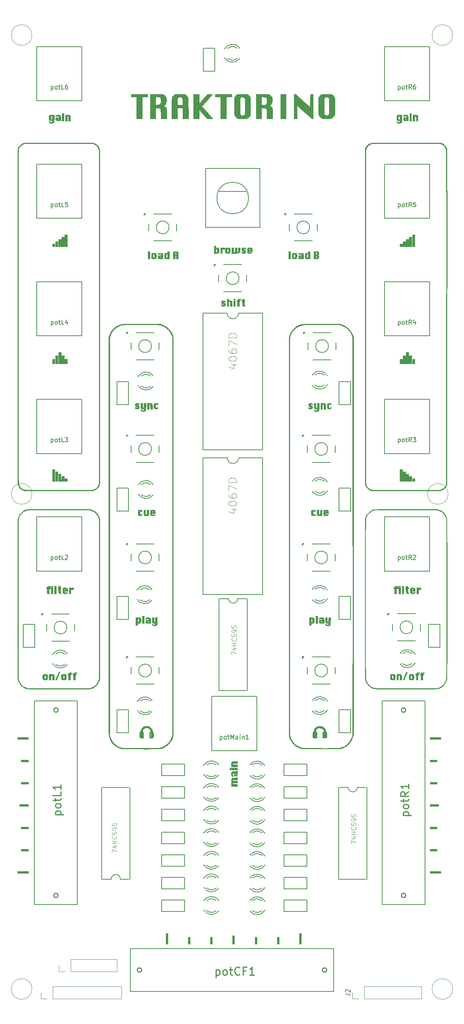
<source format=gbr>
G04 #@! TF.FileFunction,Legend,Top*
%FSLAX46Y46*%
G04 Gerber Fmt 4.6, Leading zero omitted, Abs format (unit mm)*
G04 Created by KiCad (PCBNEW 4.0.6) date Sunday, July 01, 2018 'PMt' 09:57:39 PM*
%MOMM*%
%LPD*%
G01*
G04 APERTURE LIST*
%ADD10C,0.100000*%
%ADD11C,0.150000*%
%ADD12C,0.152400*%
%ADD13C,0.120000*%
%ADD14C,0.010000*%
%ADD15C,0.203200*%
%ADD16C,0.248920*%
%ADD17C,0.050000*%
%ADD18C,0.279400*%
%ADD19C,0.088900*%
G04 APERTURE END LIST*
D10*
D11*
X120900000Y-64000000D02*
X120900000Y-64100000D01*
X120800000Y-63950000D02*
X121150000Y-63950000D01*
X121150000Y-63950000D02*
G75*
G03X120800000Y-64300000I700000J-1050000D01*
G01*
X120800000Y-63950000D02*
X120800000Y-64300000D01*
X126364214Y-67000000D02*
G75*
G03X126364214Y-67000000I-1414214J0D01*
G01*
X122950000Y-70000000D02*
X126950000Y-70000000D01*
X122950000Y-64000000D02*
X126950000Y-64000000D01*
X121850000Y-67750000D02*
X121850000Y-66250000D01*
X128050000Y-66250000D02*
X128050000Y-67750000D01*
D10*
X121850000Y-67000000D02*
X121850000Y-67000000D01*
X126950000Y-70000000D02*
X122950000Y-70000000D01*
X126950000Y-64000000D02*
X122950000Y-64000000D01*
X128050000Y-67000000D02*
X128050000Y-67000000D01*
X126364214Y-67000000D02*
G75*
G03X126364214Y-67000000I-1414214J0D01*
G01*
D11*
X120700000Y-110750000D02*
X120700000Y-110850000D01*
X120600000Y-110700000D02*
X120950000Y-110700000D01*
X120950000Y-110700000D02*
G75*
G03X120600000Y-111050000I700000J-1050000D01*
G01*
X120600000Y-110700000D02*
X120600000Y-111050000D01*
X126164214Y-113750000D02*
G75*
G03X126164214Y-113750000I-1414214J0D01*
G01*
X122750000Y-116750000D02*
X126750000Y-116750000D01*
X122750000Y-110750000D02*
X126750000Y-110750000D01*
X121650000Y-114500000D02*
X121650000Y-113000000D01*
X127850000Y-113000000D02*
X127850000Y-114500000D01*
D10*
X121650000Y-113750000D02*
X121650000Y-113750000D01*
X126750000Y-116750000D02*
X122750000Y-116750000D01*
X126750000Y-110750000D02*
X122750000Y-110750000D01*
X127850000Y-113750000D02*
X127850000Y-113750000D01*
X126164214Y-113750000D02*
G75*
G03X126164214Y-113750000I-1414214J0D01*
G01*
D11*
X138750000Y-750000D02*
X138750000Y-12750000D01*
X148750000Y-750000D02*
X138750000Y-750000D01*
X148750000Y-12750000D02*
X148750000Y-750000D01*
X148750000Y-750000D02*
X148750000Y-12750000D01*
X138750000Y-12750000D02*
X148750000Y-12750000D01*
D12*
X108371000Y-143160000D02*
X108371000Y-122840000D01*
X102129000Y-122840000D02*
X102129000Y-143160000D01*
X108171000Y-143160000D02*
X102329000Y-143160000D01*
X108171000Y-122840000D02*
X106266000Y-122840000D01*
X102329000Y-122840000D02*
X104234000Y-122840000D01*
X106266000Y-122840000D02*
G75*
G02X104234000Y-122840000I-1016000J0D01*
G01*
D13*
X60686000Y-99700000D02*
G75*
G03X60686000Y-99700000I-2286000J0D01*
G01*
X152886000Y-99700000D02*
G75*
G03X152886000Y-99700000I-2286000J0D01*
G01*
X60686000Y-209200000D02*
G75*
G03X60686000Y-209200000I-2286000J0D01*
G01*
X153886000Y-209200000D02*
G75*
G03X153886000Y-209200000I-2286000J0D01*
G01*
X153886000Y1800000D02*
G75*
G03X153886000Y1800000I-2286000J0D01*
G01*
D11*
X68449000Y-134936000D02*
X68449000Y-135136000D01*
X68449000Y-137530000D02*
X68449000Y-137350000D01*
X65221256Y-137219643D02*
G75*
G03X68449000Y-137536000I1727744J1003643D01*
G01*
X65896994Y-137349068D02*
G75*
G03X68000000Y-137350000I1052006J1133068D01*
G01*
X68436220Y-134909274D02*
G75*
G03X65199000Y-135256000I-1497220J-1306726D01*
G01*
X67962889Y-135136747D02*
G75*
G03X65915000Y-135156000I-1013889J-1079253D01*
G01*
X87249000Y-145286000D02*
X87249000Y-145486000D01*
X87249000Y-147880000D02*
X87249000Y-147700000D01*
X84021256Y-147569643D02*
G75*
G03X87249000Y-147886000I1727744J1003643D01*
G01*
X84696994Y-147699068D02*
G75*
G03X86800000Y-147700000I1052006J1133068D01*
G01*
X87236220Y-145259274D02*
G75*
G03X83999000Y-145606000I-1497220J-1306726D01*
G01*
X86762889Y-145486747D02*
G75*
G03X84715000Y-145506000I-1013889J-1079253D01*
G01*
X87199000Y-120686000D02*
X87199000Y-120886000D01*
X87199000Y-123280000D02*
X87199000Y-123100000D01*
X83971256Y-122969643D02*
G75*
G03X87199000Y-123286000I1727744J1003643D01*
G01*
X84646994Y-123099068D02*
G75*
G03X86750000Y-123100000I1052006J1133068D01*
G01*
X87186220Y-120659274D02*
G75*
G03X83949000Y-121006000I-1497220J-1306726D01*
G01*
X86712889Y-120886747D02*
G75*
G03X84665000Y-120906000I-1013889J-1079253D01*
G01*
X87449000Y-97436000D02*
X87449000Y-97636000D01*
X87449000Y-100030000D02*
X87449000Y-99850000D01*
X84221256Y-99719643D02*
G75*
G03X87449000Y-100036000I1727744J1003643D01*
G01*
X84896994Y-99849068D02*
G75*
G03X87000000Y-99850000I1052006J1133068D01*
G01*
X87436220Y-97409274D02*
G75*
G03X84199000Y-97756000I-1497220J-1306726D01*
G01*
X86962889Y-97636747D02*
G75*
G03X84915000Y-97656000I-1013889J-1079253D01*
G01*
X87449000Y-73436000D02*
X87449000Y-73636000D01*
X87449000Y-76030000D02*
X87449000Y-75850000D01*
X84221256Y-75719643D02*
G75*
G03X87449000Y-76036000I1727744J1003643D01*
G01*
X84896994Y-75849068D02*
G75*
G03X87000000Y-75850000I1052006J1133068D01*
G01*
X87436220Y-73409274D02*
G75*
G03X84199000Y-73756000I-1497220J-1306726D01*
G01*
X86962889Y-73636747D02*
G75*
G03X84915000Y-73656000I-1013889J-1079253D01*
G01*
X106599000Y-936000D02*
X106599000Y-1136000D01*
X106599000Y-3530000D02*
X106599000Y-3350000D01*
X103371256Y-3219643D02*
G75*
G03X106599000Y-3536000I1727744J1003643D01*
G01*
X104046994Y-3349068D02*
G75*
G03X106150000Y-3350000I1052006J1133068D01*
G01*
X106586220Y-909274D02*
G75*
G03X103349000Y-1256000I-1497220J-1306726D01*
G01*
X106112889Y-1136747D02*
G75*
G03X104065000Y-1156000I-1013889J-1079253D01*
G01*
X142301000Y-137414000D02*
X142301000Y-137214000D01*
X142301000Y-134820000D02*
X142301000Y-135000000D01*
X145528744Y-135130357D02*
G75*
G03X142301000Y-134814000I-1727744J-1003643D01*
G01*
X144853006Y-135000932D02*
G75*
G03X142750000Y-135000000I-1052006J-1133068D01*
G01*
X142313780Y-137440726D02*
G75*
G03X145551000Y-137094000I1497220J1306726D01*
G01*
X142787111Y-137213253D02*
G75*
G03X144835000Y-137194000I1013889J1079253D01*
G01*
X122901000Y-147814000D02*
X122901000Y-147614000D01*
X122901000Y-145220000D02*
X122901000Y-145400000D01*
X126128744Y-145530357D02*
G75*
G03X122901000Y-145214000I-1727744J-1003643D01*
G01*
X125453006Y-145400932D02*
G75*
G03X123350000Y-145400000I-1052006J-1133068D01*
G01*
X122913780Y-147840726D02*
G75*
G03X126151000Y-147494000I1497220J1306726D01*
G01*
X123387111Y-147613253D02*
G75*
G03X125435000Y-147594000I1013889J1079253D01*
G01*
X122901000Y-123214000D02*
X122901000Y-123014000D01*
X122901000Y-120620000D02*
X122901000Y-120800000D01*
X126128744Y-120930357D02*
G75*
G03X122901000Y-120614000I-1727744J-1003643D01*
G01*
X125453006Y-120800932D02*
G75*
G03X123350000Y-120800000I-1052006J-1133068D01*
G01*
X122913780Y-123240726D02*
G75*
G03X126151000Y-122894000I1497220J1306726D01*
G01*
X123387111Y-123013253D02*
G75*
G03X125435000Y-122994000I1013889J1079253D01*
G01*
X122901000Y-99314000D02*
X122901000Y-99114000D01*
X122901000Y-96720000D02*
X122901000Y-96900000D01*
X126128744Y-97030357D02*
G75*
G03X122901000Y-96714000I-1727744J-1003643D01*
G01*
X125453006Y-96900932D02*
G75*
G03X123350000Y-96900000I-1052006J-1133068D01*
G01*
X122913780Y-99340726D02*
G75*
G03X126151000Y-98994000I1497220J1306726D01*
G01*
X123387111Y-99113253D02*
G75*
G03X125435000Y-99094000I1013889J1079253D01*
G01*
X122901000Y-75814000D02*
X122901000Y-75614000D01*
X122901000Y-73220000D02*
X122901000Y-73400000D01*
X126128744Y-73530357D02*
G75*
G03X122901000Y-73214000I-1727744J-1003643D01*
G01*
X125453006Y-73400932D02*
G75*
G03X123350000Y-73400000I-1052006J-1133068D01*
G01*
X122913780Y-75840726D02*
G75*
G03X126151000Y-75494000I1497220J1306726D01*
G01*
X123387111Y-75613253D02*
G75*
G03X125435000Y-75594000I1013889J1079253D01*
G01*
X61270000Y-128520000D02*
X61270000Y-133600000D01*
X61270000Y-133600000D02*
X58730000Y-133600000D01*
X58730000Y-133600000D02*
X58730000Y-128520000D01*
X58730000Y-128520000D02*
X61270000Y-128520000D01*
X79480000Y-152480000D02*
X79480000Y-147400000D01*
X79480000Y-147400000D02*
X82020000Y-147400000D01*
X82020000Y-147400000D02*
X82020000Y-152480000D01*
X82020000Y-152480000D02*
X79480000Y-152480000D01*
X79480000Y-127480000D02*
X79480000Y-122400000D01*
X79480000Y-122400000D02*
X82020000Y-122400000D01*
X82020000Y-122400000D02*
X82020000Y-127480000D01*
X82020000Y-127480000D02*
X79480000Y-127480000D01*
X79480000Y-103480000D02*
X79480000Y-98400000D01*
X79480000Y-98400000D02*
X82020000Y-98400000D01*
X82020000Y-98400000D02*
X82020000Y-103480000D01*
X82020000Y-103480000D02*
X79480000Y-103480000D01*
X79480000Y-79980000D02*
X79480000Y-74900000D01*
X79480000Y-74900000D02*
X82020000Y-74900000D01*
X82020000Y-74900000D02*
X82020000Y-79980000D01*
X82020000Y-79980000D02*
X79480000Y-79980000D01*
X98630000Y-6230000D02*
X98630000Y-1150000D01*
X98630000Y-1150000D02*
X101170000Y-1150000D01*
X101170000Y-1150000D02*
X101170000Y-6230000D01*
X101170000Y-6230000D02*
X98630000Y-6230000D01*
X151020000Y-128520000D02*
X151020000Y-133600000D01*
X151020000Y-133600000D02*
X148480000Y-133600000D01*
X148480000Y-133600000D02*
X148480000Y-128520000D01*
X148480000Y-128520000D02*
X151020000Y-128520000D01*
X128680000Y-152480000D02*
X128680000Y-147400000D01*
X128680000Y-147400000D02*
X131220000Y-147400000D01*
X131220000Y-147400000D02*
X131220000Y-152480000D01*
X131220000Y-152480000D02*
X128680000Y-152480000D01*
X128680000Y-127480000D02*
X128680000Y-122400000D01*
X128680000Y-122400000D02*
X131220000Y-122400000D01*
X131220000Y-122400000D02*
X131220000Y-127480000D01*
X131220000Y-127480000D02*
X128680000Y-127480000D01*
X128680000Y-103480000D02*
X128680000Y-98400000D01*
X128680000Y-98400000D02*
X131220000Y-98400000D01*
X131220000Y-98400000D02*
X131220000Y-103480000D01*
X131220000Y-103480000D02*
X128680000Y-103480000D01*
X128680000Y-79980000D02*
X128680000Y-74900000D01*
X128680000Y-74900000D02*
X131220000Y-74900000D01*
X131220000Y-74900000D02*
X131220000Y-79980000D01*
X131220000Y-79980000D02*
X128680000Y-79980000D01*
X94480000Y-192020000D02*
X89400000Y-192020000D01*
X89400000Y-192020000D02*
X89400000Y-189480000D01*
X89400000Y-189480000D02*
X94480000Y-189480000D01*
X94480000Y-189480000D02*
X94480000Y-192020000D01*
X94480000Y-187020000D02*
X89400000Y-187020000D01*
X89400000Y-187020000D02*
X89400000Y-184480000D01*
X89400000Y-184480000D02*
X94480000Y-184480000D01*
X94480000Y-184480000D02*
X94480000Y-187020000D01*
X94480000Y-182020000D02*
X89400000Y-182020000D01*
X89400000Y-182020000D02*
X89400000Y-179480000D01*
X89400000Y-179480000D02*
X94480000Y-179480000D01*
X94480000Y-179480000D02*
X94480000Y-182020000D01*
X94480000Y-177020000D02*
X89400000Y-177020000D01*
X89400000Y-177020000D02*
X89400000Y-174480000D01*
X89400000Y-174480000D02*
X94480000Y-174480000D01*
X94480000Y-174480000D02*
X94480000Y-177020000D01*
X94480000Y-172020000D02*
X89400000Y-172020000D01*
X89400000Y-172020000D02*
X89400000Y-169480000D01*
X89400000Y-169480000D02*
X94480000Y-169480000D01*
X94480000Y-169480000D02*
X94480000Y-172020000D01*
X94480000Y-167020000D02*
X89400000Y-167020000D01*
X89400000Y-167020000D02*
X89400000Y-164480000D01*
X89400000Y-164480000D02*
X94480000Y-164480000D01*
X94480000Y-164480000D02*
X94480000Y-167020000D01*
X94480000Y-162020000D02*
X89400000Y-162020000D01*
X89400000Y-162020000D02*
X89400000Y-159480000D01*
X89400000Y-159480000D02*
X94480000Y-159480000D01*
X94480000Y-159480000D02*
X94480000Y-162020000D01*
X116520000Y-189480000D02*
X121600000Y-189480000D01*
X121600000Y-189480000D02*
X121600000Y-192020000D01*
X121600000Y-192020000D02*
X116520000Y-192020000D01*
X116520000Y-192020000D02*
X116520000Y-189480000D01*
X116520000Y-184480000D02*
X121600000Y-184480000D01*
X121600000Y-184480000D02*
X121600000Y-187020000D01*
X121600000Y-187020000D02*
X116520000Y-187020000D01*
X116520000Y-187020000D02*
X116520000Y-184480000D01*
X116520000Y-179480000D02*
X121600000Y-179480000D01*
X121600000Y-179480000D02*
X121600000Y-182020000D01*
X121600000Y-182020000D02*
X116520000Y-182020000D01*
X116520000Y-182020000D02*
X116520000Y-179480000D01*
X116520000Y-174480000D02*
X121600000Y-174480000D01*
X121600000Y-174480000D02*
X121600000Y-177020000D01*
X121600000Y-177020000D02*
X116520000Y-177020000D01*
X116520000Y-177020000D02*
X116520000Y-174480000D01*
X116520000Y-169480000D02*
X121600000Y-169480000D01*
X121600000Y-169480000D02*
X121600000Y-172020000D01*
X121600000Y-172020000D02*
X116520000Y-172020000D01*
X116520000Y-172020000D02*
X116520000Y-169480000D01*
X116520000Y-164480000D02*
X121600000Y-164480000D01*
X121600000Y-164480000D02*
X121600000Y-167020000D01*
X121600000Y-167020000D02*
X116520000Y-167020000D01*
X116520000Y-167020000D02*
X116520000Y-164480000D01*
X116520000Y-159480000D02*
X121600000Y-159480000D01*
X121600000Y-159480000D02*
X121600000Y-162020000D01*
X121600000Y-162020000D02*
X116520000Y-162020000D01*
X116520000Y-162020000D02*
X116520000Y-159480000D01*
X101949000Y-189436000D02*
X101949000Y-189636000D01*
X101949000Y-192030000D02*
X101949000Y-191850000D01*
X98721256Y-191719643D02*
G75*
G03X101949000Y-192036000I1727744J1003643D01*
G01*
X99396994Y-191849068D02*
G75*
G03X101500000Y-191850000I1052006J1133068D01*
G01*
X101936220Y-189409274D02*
G75*
G03X98699000Y-189756000I-1497220J-1306726D01*
G01*
X101462889Y-189636747D02*
G75*
G03X99415000Y-189656000I-1013889J-1079253D01*
G01*
X101949000Y-184436000D02*
X101949000Y-184636000D01*
X101949000Y-187030000D02*
X101949000Y-186850000D01*
X98721256Y-186719643D02*
G75*
G03X101949000Y-187036000I1727744J1003643D01*
G01*
X99396994Y-186849068D02*
G75*
G03X101500000Y-186850000I1052006J1133068D01*
G01*
X101936220Y-184409274D02*
G75*
G03X98699000Y-184756000I-1497220J-1306726D01*
G01*
X101462889Y-184636747D02*
G75*
G03X99415000Y-184656000I-1013889J-1079253D01*
G01*
X101949000Y-179436000D02*
X101949000Y-179636000D01*
X101949000Y-182030000D02*
X101949000Y-181850000D01*
X98721256Y-181719643D02*
G75*
G03X101949000Y-182036000I1727744J1003643D01*
G01*
X99396994Y-181849068D02*
G75*
G03X101500000Y-181850000I1052006J1133068D01*
G01*
X101936220Y-179409274D02*
G75*
G03X98699000Y-179756000I-1497220J-1306726D01*
G01*
X101462889Y-179636747D02*
G75*
G03X99415000Y-179656000I-1013889J-1079253D01*
G01*
X101949000Y-174436000D02*
X101949000Y-174636000D01*
X101949000Y-177030000D02*
X101949000Y-176850000D01*
X98721256Y-176719643D02*
G75*
G03X101949000Y-177036000I1727744J1003643D01*
G01*
X99396994Y-176849068D02*
G75*
G03X101500000Y-176850000I1052006J1133068D01*
G01*
X101936220Y-174409274D02*
G75*
G03X98699000Y-174756000I-1497220J-1306726D01*
G01*
X101462889Y-174636747D02*
G75*
G03X99415000Y-174656000I-1013889J-1079253D01*
G01*
X101949000Y-169436000D02*
X101949000Y-169636000D01*
X101949000Y-172030000D02*
X101949000Y-171850000D01*
X98721256Y-171719643D02*
G75*
G03X101949000Y-172036000I1727744J1003643D01*
G01*
X99396994Y-171849068D02*
G75*
G03X101500000Y-171850000I1052006J1133068D01*
G01*
X101936220Y-169409274D02*
G75*
G03X98699000Y-169756000I-1497220J-1306726D01*
G01*
X101462889Y-169636747D02*
G75*
G03X99415000Y-169656000I-1013889J-1079253D01*
G01*
X101949000Y-164436000D02*
X101949000Y-164636000D01*
X101949000Y-167030000D02*
X101949000Y-166850000D01*
X98721256Y-166719643D02*
G75*
G03X101949000Y-167036000I1727744J1003643D01*
G01*
X99396994Y-166849068D02*
G75*
G03X101500000Y-166850000I1052006J1133068D01*
G01*
X101936220Y-164409274D02*
G75*
G03X98699000Y-164756000I-1497220J-1306726D01*
G01*
X101462889Y-164636747D02*
G75*
G03X99415000Y-164656000I-1013889J-1079253D01*
G01*
X101949000Y-159436000D02*
X101949000Y-159636000D01*
X101949000Y-162030000D02*
X101949000Y-161850000D01*
X98721256Y-161719643D02*
G75*
G03X101949000Y-162036000I1727744J1003643D01*
G01*
X99396994Y-161849068D02*
G75*
G03X101500000Y-161850000I1052006J1133068D01*
G01*
X101936220Y-159409274D02*
G75*
G03X98699000Y-159756000I-1497220J-1306726D01*
G01*
X101462889Y-159636747D02*
G75*
G03X99415000Y-159656000I-1013889J-1079253D01*
G01*
X109051000Y-192064000D02*
X109051000Y-191864000D01*
X109051000Y-189470000D02*
X109051000Y-189650000D01*
X112278744Y-189780357D02*
G75*
G03X109051000Y-189464000I-1727744J-1003643D01*
G01*
X111603006Y-189650932D02*
G75*
G03X109500000Y-189650000I-1052006J-1133068D01*
G01*
X109063780Y-192090726D02*
G75*
G03X112301000Y-191744000I1497220J1306726D01*
G01*
X109537111Y-191863253D02*
G75*
G03X111585000Y-191844000I1013889J1079253D01*
G01*
X109051000Y-187064000D02*
X109051000Y-186864000D01*
X109051000Y-184470000D02*
X109051000Y-184650000D01*
X112278744Y-184780357D02*
G75*
G03X109051000Y-184464000I-1727744J-1003643D01*
G01*
X111603006Y-184650932D02*
G75*
G03X109500000Y-184650000I-1052006J-1133068D01*
G01*
X109063780Y-187090726D02*
G75*
G03X112301000Y-186744000I1497220J1306726D01*
G01*
X109537111Y-186863253D02*
G75*
G03X111585000Y-186844000I1013889J1079253D01*
G01*
X109051000Y-182064000D02*
X109051000Y-181864000D01*
X109051000Y-179470000D02*
X109051000Y-179650000D01*
X112278744Y-179780357D02*
G75*
G03X109051000Y-179464000I-1727744J-1003643D01*
G01*
X111603006Y-179650932D02*
G75*
G03X109500000Y-179650000I-1052006J-1133068D01*
G01*
X109063780Y-182090726D02*
G75*
G03X112301000Y-181744000I1497220J1306726D01*
G01*
X109537111Y-181863253D02*
G75*
G03X111585000Y-181844000I1013889J1079253D01*
G01*
X109051000Y-177064000D02*
X109051000Y-176864000D01*
X109051000Y-174470000D02*
X109051000Y-174650000D01*
X112278744Y-174780357D02*
G75*
G03X109051000Y-174464000I-1727744J-1003643D01*
G01*
X111603006Y-174650932D02*
G75*
G03X109500000Y-174650000I-1052006J-1133068D01*
G01*
X109063780Y-177090726D02*
G75*
G03X112301000Y-176744000I1497220J1306726D01*
G01*
X109537111Y-176863253D02*
G75*
G03X111585000Y-176844000I1013889J1079253D01*
G01*
X109051000Y-172064000D02*
X109051000Y-171864000D01*
X109051000Y-169470000D02*
X109051000Y-169650000D01*
X112278744Y-169780357D02*
G75*
G03X109051000Y-169464000I-1727744J-1003643D01*
G01*
X111603006Y-169650932D02*
G75*
G03X109500000Y-169650000I-1052006J-1133068D01*
G01*
X109063780Y-172090726D02*
G75*
G03X112301000Y-171744000I1497220J1306726D01*
G01*
X109537111Y-171863253D02*
G75*
G03X111585000Y-171844000I1013889J1079253D01*
G01*
X109051000Y-167064000D02*
X109051000Y-166864000D01*
X109051000Y-164470000D02*
X109051000Y-164650000D01*
X112278744Y-164780357D02*
G75*
G03X109051000Y-164464000I-1727744J-1003643D01*
G01*
X111603006Y-164650932D02*
G75*
G03X109500000Y-164650000I-1052006J-1133068D01*
G01*
X109063780Y-167090726D02*
G75*
G03X112301000Y-166744000I1497220J1306726D01*
G01*
X109537111Y-166863253D02*
G75*
G03X111585000Y-166844000I1013889J1079253D01*
G01*
X109051000Y-162064000D02*
X109051000Y-161864000D01*
X109051000Y-159470000D02*
X109051000Y-159650000D01*
X112278744Y-159780357D02*
G75*
G03X109051000Y-159464000I-1727744J-1003643D01*
G01*
X111603006Y-159650932D02*
G75*
G03X109500000Y-159650000I-1052006J-1133068D01*
G01*
X109063780Y-162090726D02*
G75*
G03X112301000Y-161744000I1497220J1306726D01*
G01*
X109537111Y-161863253D02*
G75*
G03X111585000Y-161844000I1013889J1079253D01*
G01*
D13*
X60686000Y1800000D02*
G75*
G03X60686000Y1800000I-2286000J0D01*
G01*
D14*
G36*
X90741334Y-199247333D02*
X90318000Y-199247333D01*
X90318000Y-196876666D01*
X90741334Y-196876666D01*
X90741334Y-199247333D01*
X90741334Y-199247333D01*
G37*
X90741334Y-199247333D02*
X90318000Y-199247333D01*
X90318000Y-196876666D01*
X90741334Y-196876666D01*
X90741334Y-199247333D01*
G36*
X95652000Y-199247333D02*
X95228667Y-199247333D01*
X95228667Y-197723333D01*
X95652000Y-197723333D01*
X95652000Y-199247333D01*
X95652000Y-199247333D01*
G37*
X95652000Y-199247333D02*
X95228667Y-199247333D01*
X95228667Y-197723333D01*
X95652000Y-197723333D01*
X95652000Y-199247333D01*
G36*
X100605000Y-199247333D02*
X100181667Y-199247333D01*
X100181667Y-197723333D01*
X100605000Y-197723333D01*
X100605000Y-199247333D01*
X100605000Y-199247333D01*
G37*
X100605000Y-199247333D02*
X100181667Y-199247333D01*
X100181667Y-197723333D01*
X100605000Y-197723333D01*
X100605000Y-199247333D01*
G36*
X105515667Y-199247333D02*
X105092334Y-199247333D01*
X105092334Y-197342333D01*
X105515667Y-197342333D01*
X105515667Y-199247333D01*
X105515667Y-199247333D01*
G37*
X105515667Y-199247333D02*
X105092334Y-199247333D01*
X105092334Y-197342333D01*
X105515667Y-197342333D01*
X105515667Y-199247333D01*
G36*
X110468667Y-199247333D02*
X110045334Y-199247333D01*
X110045334Y-197723333D01*
X110468667Y-197723333D01*
X110468667Y-199247333D01*
X110468667Y-199247333D01*
G37*
X110468667Y-199247333D02*
X110045334Y-199247333D01*
X110045334Y-197723333D01*
X110468667Y-197723333D01*
X110468667Y-199247333D01*
G36*
X115379334Y-199247333D02*
X114956000Y-199247333D01*
X114956000Y-197723333D01*
X115379334Y-197723333D01*
X115379334Y-199247333D01*
X115379334Y-199247333D01*
G37*
X115379334Y-199247333D02*
X114956000Y-199247333D01*
X114956000Y-197723333D01*
X115379334Y-197723333D01*
X115379334Y-199247333D01*
G36*
X120332334Y-199247333D02*
X119909000Y-199247333D01*
X119909000Y-196876666D01*
X120332334Y-196876666D01*
X120332334Y-199247333D01*
X120332334Y-199247333D01*
G37*
X120332334Y-199247333D02*
X119909000Y-199247333D01*
X119909000Y-196876666D01*
X120332334Y-196876666D01*
X120332334Y-199247333D01*
G36*
X59838000Y-183584000D02*
X57467334Y-183584000D01*
X57467334Y-183160666D01*
X59838000Y-183160666D01*
X59838000Y-183584000D01*
X59838000Y-183584000D01*
G37*
X59838000Y-183584000D02*
X57467334Y-183584000D01*
X57467334Y-183160666D01*
X59838000Y-183160666D01*
X59838000Y-183584000D01*
G36*
X151193334Y-183584000D02*
X148822667Y-183584000D01*
X148822667Y-183160666D01*
X151193334Y-183160666D01*
X151193334Y-183584000D01*
X151193334Y-183584000D01*
G37*
X151193334Y-183584000D02*
X148822667Y-183584000D01*
X148822667Y-183160666D01*
X151193334Y-183160666D01*
X151193334Y-183584000D01*
G36*
X59044250Y-178217295D02*
X59816834Y-178228833D01*
X59829736Y-178429916D01*
X59842639Y-178631000D01*
X58271667Y-178631000D01*
X58271667Y-178205756D01*
X59044250Y-178217295D01*
X59044250Y-178217295D01*
G37*
X59044250Y-178217295D02*
X59816834Y-178228833D01*
X59829736Y-178429916D01*
X59842639Y-178631000D01*
X58271667Y-178631000D01*
X58271667Y-178205756D01*
X59044250Y-178217295D01*
G36*
X150346667Y-178631000D02*
X148822667Y-178631000D01*
X148822667Y-178207666D01*
X150346667Y-178207666D01*
X150346667Y-178631000D01*
X150346667Y-178631000D01*
G37*
X150346667Y-178631000D02*
X148822667Y-178631000D01*
X148822667Y-178207666D01*
X150346667Y-178207666D01*
X150346667Y-178631000D01*
G36*
X59838000Y-173720333D02*
X58271667Y-173720333D01*
X58271667Y-173297000D01*
X59838000Y-173297000D01*
X59838000Y-173720333D01*
X59838000Y-173720333D01*
G37*
X59838000Y-173720333D02*
X58271667Y-173720333D01*
X58271667Y-173297000D01*
X59838000Y-173297000D01*
X59838000Y-173720333D01*
G36*
X150346667Y-173720333D02*
X148822667Y-173720333D01*
X148822667Y-173297000D01*
X150346667Y-173297000D01*
X150346667Y-173720333D01*
X150346667Y-173720333D01*
G37*
X150346667Y-173720333D02*
X148822667Y-173720333D01*
X148822667Y-173297000D01*
X150346667Y-173297000D01*
X150346667Y-173720333D01*
G36*
X59838000Y-168767333D02*
X57890667Y-168767333D01*
X57890667Y-168344000D01*
X59838000Y-168344000D01*
X59838000Y-168767333D01*
X59838000Y-168767333D01*
G37*
X59838000Y-168767333D02*
X57890667Y-168767333D01*
X57890667Y-168344000D01*
X59838000Y-168344000D01*
X59838000Y-168767333D01*
G36*
X150727667Y-168767333D02*
X148822667Y-168767333D01*
X148822667Y-168344000D01*
X150727667Y-168344000D01*
X150727667Y-168767333D01*
X150727667Y-168767333D01*
G37*
X150727667Y-168767333D02*
X148822667Y-168767333D01*
X148822667Y-168344000D01*
X150727667Y-168344000D01*
X150727667Y-168767333D01*
G36*
X106150667Y-162880394D02*
X105632084Y-162892280D01*
X105113500Y-162904166D01*
X105113500Y-163158166D01*
X105632084Y-163170052D01*
X106150667Y-163181939D01*
X106150667Y-163600060D01*
X105632084Y-163611947D01*
X105113500Y-163623833D01*
X105113500Y-163877833D01*
X105632084Y-163889719D01*
X106150667Y-163901605D01*
X106150667Y-164322333D01*
X104836768Y-164322333D01*
X104856930Y-163846083D01*
X104864741Y-163643093D01*
X104870274Y-163462349D01*
X104872932Y-163326097D01*
X104872582Y-163264000D01*
X104864126Y-163026877D01*
X104863622Y-162858392D01*
X104872985Y-162742733D01*
X104894131Y-162664086D01*
X104928978Y-162606640D01*
X104955806Y-162577219D01*
X105001933Y-162537292D01*
X105057325Y-162509507D01*
X105138130Y-162491103D01*
X105260493Y-162479321D01*
X105440563Y-162471401D01*
X105601389Y-162466885D01*
X106150667Y-162452938D01*
X106150667Y-162880394D01*
X106150667Y-162880394D01*
G37*
X106150667Y-162880394D02*
X105632084Y-162892280D01*
X105113500Y-162904166D01*
X105113500Y-163158166D01*
X105632084Y-163170052D01*
X106150667Y-163181939D01*
X106150667Y-163600060D01*
X105632084Y-163611947D01*
X105113500Y-163623833D01*
X105113500Y-163877833D01*
X105632084Y-163889719D01*
X106150667Y-163901605D01*
X106150667Y-164322333D01*
X104836768Y-164322333D01*
X104856930Y-163846083D01*
X104864741Y-163643093D01*
X104870274Y-163462349D01*
X104872932Y-163326097D01*
X104872582Y-163264000D01*
X104864126Y-163026877D01*
X104863622Y-162858392D01*
X104872985Y-162742733D01*
X104894131Y-162664086D01*
X104928978Y-162606640D01*
X104955806Y-162577219D01*
X105001933Y-162537292D01*
X105057325Y-162509507D01*
X105138130Y-162491103D01*
X105260493Y-162479321D01*
X105440563Y-162471401D01*
X105601389Y-162466885D01*
X106150667Y-162452938D01*
X106150667Y-162880394D01*
G36*
X59838000Y-163856666D02*
X58271667Y-163856666D01*
X58271667Y-163433333D01*
X59838000Y-163433333D01*
X59838000Y-163856666D01*
X59838000Y-163856666D01*
G37*
X59838000Y-163856666D02*
X58271667Y-163856666D01*
X58271667Y-163433333D01*
X59838000Y-163433333D01*
X59838000Y-163856666D01*
G36*
X150346667Y-163856666D02*
X148822667Y-163856666D01*
X148822667Y-163433333D01*
X150346667Y-163433333D01*
X150346667Y-163856666D01*
X150346667Y-163856666D01*
G37*
X150346667Y-163856666D02*
X148822667Y-163856666D01*
X148822667Y-163433333D01*
X150346667Y-163433333D01*
X150346667Y-163856666D01*
G36*
X106147139Y-161461194D02*
X106145555Y-161664854D01*
X106138517Y-161803278D01*
X106122594Y-161895873D01*
X106094355Y-161962045D01*
X106050369Y-162021201D01*
X106047563Y-162024477D01*
X105956329Y-162105017D01*
X105845285Y-162137052D01*
X105769667Y-162140242D01*
X105594511Y-162108493D01*
X105473360Y-162012552D01*
X105405364Y-161851378D01*
X105388667Y-161674139D01*
X105386499Y-161541889D01*
X105386321Y-161541033D01*
X105600334Y-161541033D01*
X105629031Y-161651053D01*
X105699141Y-161721035D01*
X105786691Y-161740587D01*
X105867708Y-161699318D01*
X105890974Y-161667009D01*
X105910211Y-161565321D01*
X105859374Y-161484738D01*
X105753045Y-161444983D01*
X105725844Y-161443666D01*
X105635151Y-161455968D01*
X105602584Y-161505569D01*
X105600334Y-161541033D01*
X105386321Y-161541033D01*
X105372237Y-161473358D01*
X105334242Y-161447599D01*
X105260878Y-161443666D01*
X105260619Y-161443666D01*
X105157042Y-161463010D01*
X105098028Y-161536281D01*
X105088938Y-161558430D01*
X105063565Y-161696514D01*
X105088551Y-161815498D01*
X105157016Y-161889459D01*
X105178928Y-161897571D01*
X105244799Y-161948167D01*
X105261667Y-162041270D01*
X105247423Y-162129565D01*
X105194905Y-162157443D01*
X105089437Y-162130884D01*
X105065113Y-162121356D01*
X104952850Y-162048871D01*
X104881470Y-161931306D01*
X104845458Y-161755614D01*
X104838334Y-161584774D01*
X104842470Y-161414692D01*
X104859188Y-161302170D01*
X104894953Y-161220320D01*
X104940400Y-161160277D01*
X104984795Y-161111821D01*
X105030703Y-161078323D01*
X105094205Y-161056522D01*
X105191383Y-161043157D01*
X105338319Y-161034968D01*
X105551096Y-161028694D01*
X105594803Y-161027587D01*
X106147139Y-161013675D01*
X106147139Y-161461194D01*
X106147139Y-161461194D01*
G37*
X106147139Y-161461194D02*
X106145555Y-161664854D01*
X106138517Y-161803278D01*
X106122594Y-161895873D01*
X106094355Y-161962045D01*
X106050369Y-162021201D01*
X106047563Y-162024477D01*
X105956329Y-162105017D01*
X105845285Y-162137052D01*
X105769667Y-162140242D01*
X105594511Y-162108493D01*
X105473360Y-162012552D01*
X105405364Y-161851378D01*
X105388667Y-161674139D01*
X105386499Y-161541889D01*
X105386321Y-161541033D01*
X105600334Y-161541033D01*
X105629031Y-161651053D01*
X105699141Y-161721035D01*
X105786691Y-161740587D01*
X105867708Y-161699318D01*
X105890974Y-161667009D01*
X105910211Y-161565321D01*
X105859374Y-161484738D01*
X105753045Y-161444983D01*
X105725844Y-161443666D01*
X105635151Y-161455968D01*
X105602584Y-161505569D01*
X105600334Y-161541033D01*
X105386321Y-161541033D01*
X105372237Y-161473358D01*
X105334242Y-161447599D01*
X105260878Y-161443666D01*
X105260619Y-161443666D01*
X105157042Y-161463010D01*
X105098028Y-161536281D01*
X105088938Y-161558430D01*
X105063565Y-161696514D01*
X105088551Y-161815498D01*
X105157016Y-161889459D01*
X105178928Y-161897571D01*
X105244799Y-161948167D01*
X105261667Y-162041270D01*
X105247423Y-162129565D01*
X105194905Y-162157443D01*
X105089437Y-162130884D01*
X105065113Y-162121356D01*
X104952850Y-162048871D01*
X104881470Y-161931306D01*
X104845458Y-161755614D01*
X104838334Y-161584774D01*
X104842470Y-161414692D01*
X104859188Y-161302170D01*
X104894953Y-161220320D01*
X104940400Y-161160277D01*
X104984795Y-161111821D01*
X105030703Y-161078323D01*
X105094205Y-161056522D01*
X105191383Y-161043157D01*
X105338319Y-161034968D01*
X105551096Y-161028694D01*
X105594803Y-161027587D01*
X106147139Y-161013675D01*
X106147139Y-161461194D01*
G36*
X104668311Y-160307529D02*
X104699646Y-160342551D01*
X104710331Y-160427386D01*
X104711334Y-160512333D01*
X104707902Y-160637955D01*
X104690391Y-160700625D01*
X104647974Y-160721994D01*
X104605500Y-160724000D01*
X104542689Y-160717137D01*
X104511354Y-160682114D01*
X104500669Y-160597280D01*
X104499667Y-160512333D01*
X104503098Y-160386711D01*
X104520609Y-160324041D01*
X104563027Y-160302671D01*
X104605500Y-160300666D01*
X104668311Y-160307529D01*
X104668311Y-160307529D01*
G37*
X104668311Y-160307529D02*
X104699646Y-160342551D01*
X104710331Y-160427386D01*
X104711334Y-160512333D01*
X104707902Y-160637955D01*
X104690391Y-160700625D01*
X104647974Y-160721994D01*
X104605500Y-160724000D01*
X104542689Y-160717137D01*
X104511354Y-160682114D01*
X104500669Y-160597280D01*
X104499667Y-160512333D01*
X104503098Y-160386711D01*
X104520609Y-160324041D01*
X104563027Y-160302671D01*
X104605500Y-160300666D01*
X104668311Y-160307529D01*
G36*
X106150667Y-160724000D02*
X104838334Y-160724000D01*
X104838334Y-160300666D01*
X106150667Y-160300666D01*
X106150667Y-160724000D01*
X106150667Y-160724000D01*
G37*
X106150667Y-160724000D02*
X104838334Y-160724000D01*
X104838334Y-160300666D01*
X106150667Y-160300666D01*
X106150667Y-160724000D01*
G36*
X106150667Y-159282060D02*
X105632084Y-159293947D01*
X105113500Y-159305833D01*
X105113500Y-159559833D01*
X105632084Y-159571719D01*
X106150667Y-159583605D01*
X106150667Y-160004333D01*
X104841861Y-160004333D01*
X104841861Y-159554813D01*
X104842832Y-159354129D01*
X104848485Y-159218864D01*
X104862926Y-159129768D01*
X104890264Y-159067595D01*
X104934608Y-159013098D01*
X104963841Y-158983313D01*
X105016737Y-158932890D01*
X105067528Y-158898721D01*
X105133179Y-158877644D01*
X105230655Y-158866495D01*
X105376921Y-158862112D01*
X105588942Y-158861334D01*
X105618244Y-158861333D01*
X106150667Y-158861333D01*
X106150667Y-159282060D01*
X106150667Y-159282060D01*
G37*
X106150667Y-159282060D02*
X105632084Y-159293947D01*
X105113500Y-159305833D01*
X105113500Y-159559833D01*
X105632084Y-159571719D01*
X106150667Y-159583605D01*
X106150667Y-160004333D01*
X104841861Y-160004333D01*
X104841861Y-159554813D01*
X104842832Y-159354129D01*
X104848485Y-159218864D01*
X104862926Y-159129768D01*
X104890264Y-159067595D01*
X104934608Y-159013098D01*
X104963841Y-158983313D01*
X105016737Y-158932890D01*
X105067528Y-158898721D01*
X105133179Y-158877644D01*
X105230655Y-158866495D01*
X105376921Y-158862112D01*
X105588942Y-158861334D01*
X105618244Y-158861333D01*
X106150667Y-158861333D01*
X106150667Y-159282060D01*
G36*
X59838000Y-158903666D02*
X58271667Y-158903666D01*
X58271667Y-158480333D01*
X59838000Y-158480333D01*
X59838000Y-158903666D01*
X59838000Y-158903666D01*
G37*
X59838000Y-158903666D02*
X58271667Y-158903666D01*
X58271667Y-158480333D01*
X59838000Y-158480333D01*
X59838000Y-158903666D01*
G36*
X150346667Y-158903666D02*
X148822667Y-158903666D01*
X148822667Y-158480333D01*
X150346667Y-158480333D01*
X150346667Y-158903666D01*
X150346667Y-158903666D01*
G37*
X150346667Y-158903666D02*
X148822667Y-158903666D01*
X148822667Y-158480333D01*
X150346667Y-158480333D01*
X150346667Y-158903666D01*
G36*
X83264265Y-62092942D02*
X83811349Y-62093960D01*
X84433488Y-62095583D01*
X84984000Y-62097257D01*
X89026834Y-62110099D01*
X89342697Y-62207177D01*
X89840257Y-62400595D01*
X90313255Y-62663526D01*
X90745301Y-62985033D01*
X91120004Y-63354182D01*
X91195071Y-63443101D01*
X91398269Y-63730429D01*
X91590494Y-64071938D01*
X91756550Y-64437247D01*
X91881244Y-64795976D01*
X91893208Y-64839000D01*
X91990167Y-65198833D01*
X91990167Y-109077333D01*
X91990163Y-111399182D01*
X91990148Y-113637888D01*
X91990122Y-115794976D01*
X91990079Y-117871971D01*
X91990020Y-119870395D01*
X91989939Y-121791774D01*
X91989836Y-123637632D01*
X91989707Y-125409493D01*
X91989550Y-127108882D01*
X91989363Y-128737321D01*
X91989142Y-130296337D01*
X91988885Y-131787453D01*
X91988589Y-133212193D01*
X91988253Y-134572081D01*
X91987873Y-135868642D01*
X91987447Y-137103400D01*
X91986972Y-138277880D01*
X91986445Y-139393605D01*
X91985865Y-140452099D01*
X91985228Y-141454888D01*
X91984532Y-142403495D01*
X91983774Y-143299444D01*
X91982952Y-144144260D01*
X91982063Y-144939467D01*
X91981105Y-145686590D01*
X91980074Y-146387151D01*
X91978969Y-147042677D01*
X91977787Y-147654690D01*
X91976524Y-148224716D01*
X91975180Y-148754277D01*
X91973750Y-149244900D01*
X91972233Y-149698108D01*
X91970626Y-150115424D01*
X91968926Y-150498374D01*
X91967131Y-150848482D01*
X91965238Y-151167272D01*
X91963244Y-151456267D01*
X91961148Y-151716994D01*
X91958946Y-151950974D01*
X91956635Y-152159734D01*
X91954214Y-152344797D01*
X91951679Y-152507687D01*
X91949029Y-152649929D01*
X91946260Y-152773046D01*
X91943369Y-152878564D01*
X91940355Y-152968006D01*
X91937215Y-153042897D01*
X91933946Y-153104760D01*
X91930546Y-153155121D01*
X91927011Y-153195503D01*
X91923340Y-153227430D01*
X91919529Y-153252427D01*
X91915577Y-153272019D01*
X91915270Y-153273333D01*
X91749693Y-153797962D01*
X91512625Y-154284995D01*
X91210462Y-154728182D01*
X90849596Y-155121274D01*
X90436423Y-155458022D01*
X89977337Y-155732178D01*
X89478731Y-155937491D01*
X89081535Y-156042776D01*
X89017412Y-156054237D01*
X88940291Y-156064313D01*
X88844813Y-156073083D01*
X88725620Y-156080625D01*
X88577356Y-156087017D01*
X88394661Y-156092337D01*
X88172178Y-156096663D01*
X87904550Y-156100074D01*
X87586418Y-156102647D01*
X87212424Y-156104460D01*
X86777212Y-156105592D01*
X86275422Y-156106121D01*
X85701697Y-156106125D01*
X85050679Y-156105682D01*
X84784702Y-156105415D01*
X84079819Y-156104425D01*
X83454974Y-156103008D01*
X82905539Y-156101099D01*
X82426886Y-156098632D01*
X82014386Y-156095539D01*
X81663412Y-156091756D01*
X81369335Y-156087217D01*
X81127528Y-156081854D01*
X80933362Y-156075603D01*
X80782209Y-156068397D01*
X80669441Y-156060170D01*
X80590431Y-156050855D01*
X80558993Y-156045093D01*
X80034461Y-155888268D01*
X79546560Y-155659823D01*
X79101397Y-155366299D01*
X78705077Y-155014235D01*
X78363705Y-154610169D01*
X78083388Y-154160641D01*
X77870231Y-153672190D01*
X77730340Y-153151354D01*
X77703112Y-152986522D01*
X77700454Y-152940175D01*
X77697899Y-152838954D01*
X77695449Y-152682024D01*
X77693102Y-152468553D01*
X77690858Y-152197707D01*
X77688715Y-151868652D01*
X77686674Y-151480557D01*
X77684734Y-151032587D01*
X77682893Y-150523909D01*
X77681153Y-149953690D01*
X77679510Y-149321096D01*
X77677966Y-148625295D01*
X77676520Y-147865454D01*
X77675170Y-147040738D01*
X77673916Y-146150314D01*
X77672758Y-145193351D01*
X77671695Y-144169013D01*
X77670727Y-143076468D01*
X77669852Y-141914882D01*
X77669069Y-140683423D01*
X77668380Y-139381258D01*
X77667782Y-138007552D01*
X77667275Y-136561472D01*
X77666858Y-135042186D01*
X77666531Y-133448860D01*
X77666294Y-131780661D01*
X77666145Y-130036755D01*
X77666084Y-128216310D01*
X77666110Y-126318492D01*
X77666222Y-124342467D01*
X77666421Y-122287403D01*
X77666705Y-120152467D01*
X77667074Y-117936824D01*
X77667526Y-115639643D01*
X77668062Y-113260088D01*
X77668681Y-110797328D01*
X77669201Y-108886833D01*
X77669648Y-107294309D01*
X77872289Y-107294309D01*
X77872297Y-109106856D01*
X77872314Y-111423932D01*
X77872337Y-113657872D01*
X77872367Y-115810208D01*
X77872407Y-117882470D01*
X77872461Y-119876189D01*
X77872531Y-121792896D01*
X77872620Y-123634123D01*
X77872731Y-125401401D01*
X77872867Y-127096259D01*
X77873031Y-128720230D01*
X77873225Y-130274845D01*
X77873452Y-131761633D01*
X77873715Y-133182128D01*
X77874017Y-134537858D01*
X77874361Y-135830356D01*
X77874749Y-137061152D01*
X77875185Y-138231778D01*
X77875672Y-139343764D01*
X77876211Y-140398641D01*
X77876807Y-141397941D01*
X77877461Y-142343194D01*
X77878177Y-143235932D01*
X77878957Y-144077685D01*
X77879805Y-144869985D01*
X77880722Y-145614362D01*
X77881713Y-146312347D01*
X77882780Y-146965472D01*
X77883925Y-147575267D01*
X77885152Y-148143264D01*
X77886464Y-148670993D01*
X77887862Y-149159985D01*
X77889351Y-149611772D01*
X77890932Y-150027884D01*
X77892610Y-150409853D01*
X77894385Y-150759210D01*
X77896263Y-151077484D01*
X77898244Y-151366209D01*
X77900333Y-151626913D01*
X77902531Y-151861129D01*
X77904842Y-152070388D01*
X77907269Y-152256220D01*
X77909814Y-152420157D01*
X77912481Y-152563729D01*
X77915272Y-152688468D01*
X77918189Y-152795904D01*
X77921237Y-152887568D01*
X77924417Y-152964992D01*
X77927733Y-153029707D01*
X77931187Y-153083243D01*
X77934782Y-153127131D01*
X77938521Y-153162903D01*
X77942407Y-153192090D01*
X77946442Y-153216222D01*
X77950631Y-153236831D01*
X77954179Y-153252166D01*
X78104771Y-153734899D01*
X78316218Y-154171728D01*
X78597310Y-154578537D01*
X78841327Y-154855098D01*
X79250651Y-155221918D01*
X79701856Y-155515227D01*
X80193660Y-155734348D01*
X80724778Y-155878609D01*
X80820929Y-155895983D01*
X80903077Y-155902569D01*
X81062328Y-155908536D01*
X81291121Y-155913886D01*
X81581895Y-155918619D01*
X81927088Y-155922734D01*
X82319140Y-155926231D01*
X82750488Y-155929110D01*
X83213572Y-155931371D01*
X83700831Y-155933015D01*
X84204703Y-155934041D01*
X84717628Y-155934449D01*
X85232043Y-155934239D01*
X85740388Y-155933412D01*
X86235101Y-155931966D01*
X86708622Y-155929903D01*
X87153388Y-155927221D01*
X87561840Y-155923922D01*
X87926415Y-155920004D01*
X88239552Y-155915469D01*
X88493690Y-155910315D01*
X88681268Y-155904544D01*
X88794724Y-155898154D01*
X88813941Y-155896008D01*
X89329895Y-155779855D01*
X89816494Y-155588193D01*
X90266754Y-155327170D01*
X90673690Y-155002934D01*
X91030316Y-154621635D01*
X91329648Y-154189419D01*
X91564701Y-153712437D01*
X91682809Y-153370665D01*
X91778500Y-153040500D01*
X91778500Y-65156500D01*
X91682809Y-64826334D01*
X91493952Y-64320562D01*
X91234948Y-63854001D01*
X90912442Y-63433904D01*
X90533074Y-63067522D01*
X90103488Y-62762107D01*
X89630326Y-62524912D01*
X89543616Y-62490987D01*
X89438371Y-62452016D01*
X89338980Y-62417558D01*
X89239818Y-62387354D01*
X89135257Y-62361145D01*
X89019672Y-62338672D01*
X88887434Y-62319678D01*
X88732918Y-62303903D01*
X88550497Y-62291088D01*
X88334544Y-62280976D01*
X88079433Y-62273307D01*
X87779537Y-62267823D01*
X87429228Y-62264265D01*
X87022882Y-62262374D01*
X86554870Y-62261893D01*
X86019566Y-62262562D01*
X85411344Y-62264122D01*
X84724577Y-62266316D01*
X84660335Y-62266530D01*
X84002817Y-62268748D01*
X83424386Y-62270829D01*
X82919460Y-62272917D01*
X82482459Y-62275157D01*
X82107803Y-62277693D01*
X81789911Y-62280670D01*
X81523203Y-62284232D01*
X81302098Y-62288523D01*
X81121017Y-62293688D01*
X80974378Y-62299872D01*
X80856602Y-62307218D01*
X80762108Y-62315871D01*
X80685316Y-62325976D01*
X80620645Y-62337677D01*
X80562515Y-62351118D01*
X80505345Y-62366443D01*
X80475500Y-62374823D01*
X79952992Y-62563420D01*
X79476317Y-62819206D01*
X79050584Y-63136888D01*
X78680903Y-63511176D01*
X78372383Y-63936779D01*
X78130132Y-64408404D01*
X77959259Y-64920761D01*
X77940114Y-65000741D01*
X77936495Y-65021208D01*
X77933005Y-65051216D01*
X77929643Y-65092276D01*
X77926406Y-65145895D01*
X77923291Y-65213584D01*
X77920296Y-65296852D01*
X77917419Y-65397207D01*
X77914658Y-65516160D01*
X77912009Y-65655219D01*
X77909472Y-65815894D01*
X77907044Y-65999694D01*
X77904721Y-66208129D01*
X77902503Y-66442707D01*
X77900386Y-66704938D01*
X77898369Y-66996331D01*
X77896448Y-67318395D01*
X77894622Y-67672640D01*
X77892889Y-68060575D01*
X77891245Y-68483710D01*
X77889690Y-68943552D01*
X77888219Y-69441613D01*
X77886832Y-69979401D01*
X77885525Y-70558425D01*
X77884297Y-71180195D01*
X77883145Y-71846219D01*
X77882067Y-72558008D01*
X77881060Y-73317070D01*
X77880122Y-74124915D01*
X77879252Y-74983052D01*
X77878445Y-75892991D01*
X77877701Y-76856240D01*
X77877017Y-77874308D01*
X77876390Y-78948706D01*
X77875818Y-80080942D01*
X77875300Y-81272526D01*
X77874832Y-82524967D01*
X77874412Y-83839774D01*
X77874038Y-85218456D01*
X77873707Y-86662523D01*
X77873418Y-88173484D01*
X77873168Y-89752849D01*
X77872955Y-91402126D01*
X77872776Y-93122825D01*
X77872629Y-94916455D01*
X77872512Y-96784525D01*
X77872421Y-98728546D01*
X77872357Y-100750025D01*
X77872314Y-102850472D01*
X77872292Y-105031397D01*
X77872289Y-107294309D01*
X77669648Y-107294309D01*
X77681500Y-65114166D01*
X77798303Y-64741777D01*
X78008867Y-64199771D01*
X78282083Y-63710753D01*
X78614055Y-63278322D01*
X79000885Y-62906073D01*
X79438675Y-62597606D01*
X79923529Y-62356516D01*
X80451549Y-62186403D01*
X80603165Y-62152672D01*
X80667532Y-62141131D01*
X80742655Y-62131009D01*
X80833891Y-62122239D01*
X80946599Y-62114753D01*
X81086138Y-62108482D01*
X81257865Y-62103360D01*
X81467140Y-62099318D01*
X81719320Y-62096289D01*
X82019764Y-62094204D01*
X82373831Y-62092997D01*
X82786878Y-62092599D01*
X83264265Y-62092942D01*
X83264265Y-62092942D01*
G37*
X83264265Y-62092942D02*
X83811349Y-62093960D01*
X84433488Y-62095583D01*
X84984000Y-62097257D01*
X89026834Y-62110099D01*
X89342697Y-62207177D01*
X89840257Y-62400595D01*
X90313255Y-62663526D01*
X90745301Y-62985033D01*
X91120004Y-63354182D01*
X91195071Y-63443101D01*
X91398269Y-63730429D01*
X91590494Y-64071938D01*
X91756550Y-64437247D01*
X91881244Y-64795976D01*
X91893208Y-64839000D01*
X91990167Y-65198833D01*
X91990167Y-109077333D01*
X91990163Y-111399182D01*
X91990148Y-113637888D01*
X91990122Y-115794976D01*
X91990079Y-117871971D01*
X91990020Y-119870395D01*
X91989939Y-121791774D01*
X91989836Y-123637632D01*
X91989707Y-125409493D01*
X91989550Y-127108882D01*
X91989363Y-128737321D01*
X91989142Y-130296337D01*
X91988885Y-131787453D01*
X91988589Y-133212193D01*
X91988253Y-134572081D01*
X91987873Y-135868642D01*
X91987447Y-137103400D01*
X91986972Y-138277880D01*
X91986445Y-139393605D01*
X91985865Y-140452099D01*
X91985228Y-141454888D01*
X91984532Y-142403495D01*
X91983774Y-143299444D01*
X91982952Y-144144260D01*
X91982063Y-144939467D01*
X91981105Y-145686590D01*
X91980074Y-146387151D01*
X91978969Y-147042677D01*
X91977787Y-147654690D01*
X91976524Y-148224716D01*
X91975180Y-148754277D01*
X91973750Y-149244900D01*
X91972233Y-149698108D01*
X91970626Y-150115424D01*
X91968926Y-150498374D01*
X91967131Y-150848482D01*
X91965238Y-151167272D01*
X91963244Y-151456267D01*
X91961148Y-151716994D01*
X91958946Y-151950974D01*
X91956635Y-152159734D01*
X91954214Y-152344797D01*
X91951679Y-152507687D01*
X91949029Y-152649929D01*
X91946260Y-152773046D01*
X91943369Y-152878564D01*
X91940355Y-152968006D01*
X91937215Y-153042897D01*
X91933946Y-153104760D01*
X91930546Y-153155121D01*
X91927011Y-153195503D01*
X91923340Y-153227430D01*
X91919529Y-153252427D01*
X91915577Y-153272019D01*
X91915270Y-153273333D01*
X91749693Y-153797962D01*
X91512625Y-154284995D01*
X91210462Y-154728182D01*
X90849596Y-155121274D01*
X90436423Y-155458022D01*
X89977337Y-155732178D01*
X89478731Y-155937491D01*
X89081535Y-156042776D01*
X89017412Y-156054237D01*
X88940291Y-156064313D01*
X88844813Y-156073083D01*
X88725620Y-156080625D01*
X88577356Y-156087017D01*
X88394661Y-156092337D01*
X88172178Y-156096663D01*
X87904550Y-156100074D01*
X87586418Y-156102647D01*
X87212424Y-156104460D01*
X86777212Y-156105592D01*
X86275422Y-156106121D01*
X85701697Y-156106125D01*
X85050679Y-156105682D01*
X84784702Y-156105415D01*
X84079819Y-156104425D01*
X83454974Y-156103008D01*
X82905539Y-156101099D01*
X82426886Y-156098632D01*
X82014386Y-156095539D01*
X81663412Y-156091756D01*
X81369335Y-156087217D01*
X81127528Y-156081854D01*
X80933362Y-156075603D01*
X80782209Y-156068397D01*
X80669441Y-156060170D01*
X80590431Y-156050855D01*
X80558993Y-156045093D01*
X80034461Y-155888268D01*
X79546560Y-155659823D01*
X79101397Y-155366299D01*
X78705077Y-155014235D01*
X78363705Y-154610169D01*
X78083388Y-154160641D01*
X77870231Y-153672190D01*
X77730340Y-153151354D01*
X77703112Y-152986522D01*
X77700454Y-152940175D01*
X77697899Y-152838954D01*
X77695449Y-152682024D01*
X77693102Y-152468553D01*
X77690858Y-152197707D01*
X77688715Y-151868652D01*
X77686674Y-151480557D01*
X77684734Y-151032587D01*
X77682893Y-150523909D01*
X77681153Y-149953690D01*
X77679510Y-149321096D01*
X77677966Y-148625295D01*
X77676520Y-147865454D01*
X77675170Y-147040738D01*
X77673916Y-146150314D01*
X77672758Y-145193351D01*
X77671695Y-144169013D01*
X77670727Y-143076468D01*
X77669852Y-141914882D01*
X77669069Y-140683423D01*
X77668380Y-139381258D01*
X77667782Y-138007552D01*
X77667275Y-136561472D01*
X77666858Y-135042186D01*
X77666531Y-133448860D01*
X77666294Y-131780661D01*
X77666145Y-130036755D01*
X77666084Y-128216310D01*
X77666110Y-126318492D01*
X77666222Y-124342467D01*
X77666421Y-122287403D01*
X77666705Y-120152467D01*
X77667074Y-117936824D01*
X77667526Y-115639643D01*
X77668062Y-113260088D01*
X77668681Y-110797328D01*
X77669201Y-108886833D01*
X77669648Y-107294309D01*
X77872289Y-107294309D01*
X77872297Y-109106856D01*
X77872314Y-111423932D01*
X77872337Y-113657872D01*
X77872367Y-115810208D01*
X77872407Y-117882470D01*
X77872461Y-119876189D01*
X77872531Y-121792896D01*
X77872620Y-123634123D01*
X77872731Y-125401401D01*
X77872867Y-127096259D01*
X77873031Y-128720230D01*
X77873225Y-130274845D01*
X77873452Y-131761633D01*
X77873715Y-133182128D01*
X77874017Y-134537858D01*
X77874361Y-135830356D01*
X77874749Y-137061152D01*
X77875185Y-138231778D01*
X77875672Y-139343764D01*
X77876211Y-140398641D01*
X77876807Y-141397941D01*
X77877461Y-142343194D01*
X77878177Y-143235932D01*
X77878957Y-144077685D01*
X77879805Y-144869985D01*
X77880722Y-145614362D01*
X77881713Y-146312347D01*
X77882780Y-146965472D01*
X77883925Y-147575267D01*
X77885152Y-148143264D01*
X77886464Y-148670993D01*
X77887862Y-149159985D01*
X77889351Y-149611772D01*
X77890932Y-150027884D01*
X77892610Y-150409853D01*
X77894385Y-150759210D01*
X77896263Y-151077484D01*
X77898244Y-151366209D01*
X77900333Y-151626913D01*
X77902531Y-151861129D01*
X77904842Y-152070388D01*
X77907269Y-152256220D01*
X77909814Y-152420157D01*
X77912481Y-152563729D01*
X77915272Y-152688468D01*
X77918189Y-152795904D01*
X77921237Y-152887568D01*
X77924417Y-152964992D01*
X77927733Y-153029707D01*
X77931187Y-153083243D01*
X77934782Y-153127131D01*
X77938521Y-153162903D01*
X77942407Y-153192090D01*
X77946442Y-153216222D01*
X77950631Y-153236831D01*
X77954179Y-153252166D01*
X78104771Y-153734899D01*
X78316218Y-154171728D01*
X78597310Y-154578537D01*
X78841327Y-154855098D01*
X79250651Y-155221918D01*
X79701856Y-155515227D01*
X80193660Y-155734348D01*
X80724778Y-155878609D01*
X80820929Y-155895983D01*
X80903077Y-155902569D01*
X81062328Y-155908536D01*
X81291121Y-155913886D01*
X81581895Y-155918619D01*
X81927088Y-155922734D01*
X82319140Y-155926231D01*
X82750488Y-155929110D01*
X83213572Y-155931371D01*
X83700831Y-155933015D01*
X84204703Y-155934041D01*
X84717628Y-155934449D01*
X85232043Y-155934239D01*
X85740388Y-155933412D01*
X86235101Y-155931966D01*
X86708622Y-155929903D01*
X87153388Y-155927221D01*
X87561840Y-155923922D01*
X87926415Y-155920004D01*
X88239552Y-155915469D01*
X88493690Y-155910315D01*
X88681268Y-155904544D01*
X88794724Y-155898154D01*
X88813941Y-155896008D01*
X89329895Y-155779855D01*
X89816494Y-155588193D01*
X90266754Y-155327170D01*
X90673690Y-155002934D01*
X91030316Y-154621635D01*
X91329648Y-154189419D01*
X91564701Y-153712437D01*
X91682809Y-153370665D01*
X91778500Y-153040500D01*
X91778500Y-65156500D01*
X91682809Y-64826334D01*
X91493952Y-64320562D01*
X91234948Y-63854001D01*
X90912442Y-63433904D01*
X90533074Y-63067522D01*
X90103488Y-62762107D01*
X89630326Y-62524912D01*
X89543616Y-62490987D01*
X89438371Y-62452016D01*
X89338980Y-62417558D01*
X89239818Y-62387354D01*
X89135257Y-62361145D01*
X89019672Y-62338672D01*
X88887434Y-62319678D01*
X88732918Y-62303903D01*
X88550497Y-62291088D01*
X88334544Y-62280976D01*
X88079433Y-62273307D01*
X87779537Y-62267823D01*
X87429228Y-62264265D01*
X87022882Y-62262374D01*
X86554870Y-62261893D01*
X86019566Y-62262562D01*
X85411344Y-62264122D01*
X84724577Y-62266316D01*
X84660335Y-62266530D01*
X84002817Y-62268748D01*
X83424386Y-62270829D01*
X82919460Y-62272917D01*
X82482459Y-62275157D01*
X82107803Y-62277693D01*
X81789911Y-62280670D01*
X81523203Y-62284232D01*
X81302098Y-62288523D01*
X81121017Y-62293688D01*
X80974378Y-62299872D01*
X80856602Y-62307218D01*
X80762108Y-62315871D01*
X80685316Y-62325976D01*
X80620645Y-62337677D01*
X80562515Y-62351118D01*
X80505345Y-62366443D01*
X80475500Y-62374823D01*
X79952992Y-62563420D01*
X79476317Y-62819206D01*
X79050584Y-63136888D01*
X78680903Y-63511176D01*
X78372383Y-63936779D01*
X78130132Y-64408404D01*
X77959259Y-64920761D01*
X77940114Y-65000741D01*
X77936495Y-65021208D01*
X77933005Y-65051216D01*
X77929643Y-65092276D01*
X77926406Y-65145895D01*
X77923291Y-65213584D01*
X77920296Y-65296852D01*
X77917419Y-65397207D01*
X77914658Y-65516160D01*
X77912009Y-65655219D01*
X77909472Y-65815894D01*
X77907044Y-65999694D01*
X77904721Y-66208129D01*
X77902503Y-66442707D01*
X77900386Y-66704938D01*
X77898369Y-66996331D01*
X77896448Y-67318395D01*
X77894622Y-67672640D01*
X77892889Y-68060575D01*
X77891245Y-68483710D01*
X77889690Y-68943552D01*
X77888219Y-69441613D01*
X77886832Y-69979401D01*
X77885525Y-70558425D01*
X77884297Y-71180195D01*
X77883145Y-71846219D01*
X77882067Y-72558008D01*
X77881060Y-73317070D01*
X77880122Y-74124915D01*
X77879252Y-74983052D01*
X77878445Y-75892991D01*
X77877701Y-76856240D01*
X77877017Y-77874308D01*
X77876390Y-78948706D01*
X77875818Y-80080942D01*
X77875300Y-81272526D01*
X77874832Y-82524967D01*
X77874412Y-83839774D01*
X77874038Y-85218456D01*
X77873707Y-86662523D01*
X77873418Y-88173484D01*
X77873168Y-89752849D01*
X77872955Y-91402126D01*
X77872776Y-93122825D01*
X77872629Y-94916455D01*
X77872512Y-96784525D01*
X77872421Y-98728546D01*
X77872357Y-100750025D01*
X77872314Y-102850472D01*
X77872292Y-105031397D01*
X77872289Y-107294309D01*
X77669648Y-107294309D01*
X77681500Y-65114166D01*
X77798303Y-64741777D01*
X78008867Y-64199771D01*
X78282083Y-63710753D01*
X78614055Y-63278322D01*
X79000885Y-62906073D01*
X79438675Y-62597606D01*
X79923529Y-62356516D01*
X80451549Y-62186403D01*
X80603165Y-62152672D01*
X80667532Y-62141131D01*
X80742655Y-62131009D01*
X80833891Y-62122239D01*
X80946599Y-62114753D01*
X81086138Y-62108482D01*
X81257865Y-62103360D01*
X81467140Y-62099318D01*
X81719320Y-62096289D01*
X82019764Y-62094204D01*
X82373831Y-62092997D01*
X82786878Y-62092599D01*
X83264265Y-62092942D01*
G36*
X123672182Y-62092204D02*
X124365990Y-62093550D01*
X124946667Y-62095259D01*
X128947167Y-62108500D01*
X129307000Y-62228650D01*
X129837958Y-62447152D01*
X130318888Y-62729131D01*
X130745183Y-63069692D01*
X131112237Y-63463940D01*
X131415443Y-63906977D01*
X131650194Y-64393907D01*
X131802915Y-64881333D01*
X131888740Y-65241166D01*
X131889037Y-109103655D01*
X131889334Y-152966143D01*
X131787940Y-153365846D01*
X131612352Y-153890493D01*
X131364180Y-154375316D01*
X131048461Y-154814148D01*
X130670233Y-155200817D01*
X130234536Y-155529152D01*
X129842662Y-155748247D01*
X129731603Y-155802710D01*
X129634040Y-155850987D01*
X129544462Y-155893459D01*
X129457357Y-155930508D01*
X129367215Y-155962516D01*
X129268525Y-155989864D01*
X129155774Y-156012935D01*
X129023453Y-156032110D01*
X128866049Y-156047771D01*
X128678051Y-156060300D01*
X128453948Y-156070079D01*
X128188230Y-156077490D01*
X127875384Y-156082914D01*
X127509899Y-156086733D01*
X127086265Y-156089329D01*
X126598970Y-156091085D01*
X126042502Y-156092381D01*
X125411351Y-156093600D01*
X124840834Y-156094795D01*
X124135140Y-156096217D01*
X123509233Y-156097040D01*
X122958235Y-156097210D01*
X122477268Y-156096671D01*
X122061452Y-156095369D01*
X121705911Y-156093249D01*
X121405765Y-156090255D01*
X121156138Y-156086334D01*
X120952150Y-156081429D01*
X120788923Y-156075487D01*
X120661580Y-156068453D01*
X120565241Y-156060271D01*
X120495030Y-156050887D01*
X120467667Y-156045610D01*
X119933392Y-155886322D01*
X119435907Y-155653406D01*
X118981794Y-155351956D01*
X118577636Y-154987063D01*
X118230015Y-154563819D01*
X117951296Y-154098833D01*
X117886554Y-153956303D01*
X117810768Y-153768481D01*
X117738120Y-153570896D01*
X117723185Y-153527333D01*
X117601834Y-153167500D01*
X117601834Y-91345218D01*
X117756414Y-91345218D01*
X117756458Y-93362122D01*
X117756596Y-95459779D01*
X117756826Y-97638761D01*
X117757148Y-99899641D01*
X117757562Y-102242993D01*
X117758068Y-104669389D01*
X117758664Y-107179402D01*
X117759229Y-109331333D01*
X117759865Y-111645803D01*
X117760486Y-113877136D01*
X117761096Y-116026860D01*
X117761697Y-118096506D01*
X117762292Y-120087603D01*
X117762886Y-122001680D01*
X117763480Y-123840266D01*
X117764079Y-125604891D01*
X117764684Y-127297083D01*
X117765300Y-128918373D01*
X117765929Y-130470290D01*
X117766574Y-131954363D01*
X117767240Y-133372121D01*
X117767928Y-134725094D01*
X117768641Y-136014810D01*
X117769384Y-137242800D01*
X117770159Y-138410593D01*
X117770970Y-139519718D01*
X117771818Y-140571704D01*
X117772708Y-141568081D01*
X117773643Y-142510377D01*
X117774625Y-143400123D01*
X117775659Y-144238848D01*
X117776746Y-145028081D01*
X117777890Y-145769351D01*
X117779095Y-146464187D01*
X117780363Y-147114120D01*
X117781697Y-147720678D01*
X117783101Y-148285391D01*
X117784578Y-148809787D01*
X117786130Y-149295397D01*
X117787762Y-149743750D01*
X117789475Y-150156374D01*
X117791274Y-150534800D01*
X117793161Y-150880557D01*
X117795140Y-151195174D01*
X117797213Y-151480179D01*
X117799384Y-151737104D01*
X117801655Y-151967477D01*
X117804031Y-152172826D01*
X117806514Y-152354683D01*
X117809107Y-152514575D01*
X117811813Y-152654033D01*
X117814635Y-152774586D01*
X117817578Y-152877762D01*
X117820643Y-152965092D01*
X117823833Y-153038105D01*
X117827153Y-153098329D01*
X117830604Y-153147295D01*
X117834191Y-153186531D01*
X117837916Y-153217568D01*
X117841783Y-153241933D01*
X117845794Y-153261158D01*
X117848959Y-153273333D01*
X117937698Y-153532310D01*
X118062038Y-153821410D01*
X118208627Y-154114443D01*
X118364113Y-154385221D01*
X118515144Y-154607554D01*
X118554412Y-154657072D01*
X118897425Y-155011195D01*
X119299630Y-155324149D01*
X119739832Y-155581341D01*
X120141834Y-155749964D01*
X120233494Y-155780577D01*
X120322217Y-155807570D01*
X120413710Y-155831178D01*
X120513678Y-155851632D01*
X120627830Y-155869168D01*
X120761871Y-155884019D01*
X120921510Y-155896418D01*
X121112453Y-155906599D01*
X121340407Y-155914797D01*
X121611079Y-155921244D01*
X121930176Y-155926174D01*
X122303406Y-155929821D01*
X122736474Y-155932419D01*
X123235088Y-155934201D01*
X123804954Y-155935401D01*
X124451781Y-155936253D01*
X124697705Y-155936512D01*
X125364738Y-155937018D01*
X125952650Y-155937037D01*
X126466983Y-155936488D01*
X126913283Y-155935287D01*
X127297092Y-155933354D01*
X127623954Y-155930605D01*
X127899414Y-155926959D01*
X128129015Y-155922333D01*
X128318301Y-155916646D01*
X128472815Y-155909814D01*
X128598103Y-155901756D01*
X128699707Y-155892389D01*
X128783171Y-155881632D01*
X128821836Y-155875358D01*
X129335216Y-155744218D01*
X129815873Y-155539275D01*
X130257229Y-155267254D01*
X130652709Y-154934882D01*
X130995737Y-154548882D01*
X131279735Y-154115980D01*
X131498128Y-153642901D01*
X131644339Y-153136371D01*
X131676728Y-152955833D01*
X131679359Y-152907163D01*
X131681887Y-152796048D01*
X131684312Y-152621842D01*
X131686635Y-152383897D01*
X131688856Y-152081569D01*
X131690975Y-151714210D01*
X131692993Y-151281173D01*
X131694911Y-150781812D01*
X131696729Y-150215480D01*
X131698448Y-149581531D01*
X131700068Y-148879318D01*
X131701589Y-148108195D01*
X131703012Y-147267516D01*
X131704338Y-146356632D01*
X131705567Y-145374899D01*
X131706699Y-144321669D01*
X131707735Y-143196297D01*
X131708676Y-141998134D01*
X131709522Y-140726535D01*
X131710273Y-139380854D01*
X131710930Y-137960443D01*
X131711494Y-136464657D01*
X131711965Y-134892848D01*
X131712343Y-133244369D01*
X131712629Y-131518576D01*
X131712823Y-129714820D01*
X131712927Y-127832456D01*
X131712940Y-125870836D01*
X131712862Y-123829315D01*
X131712696Y-121707245D01*
X131712440Y-119503981D01*
X131712095Y-117218875D01*
X131711663Y-114851281D01*
X131711142Y-112400552D01*
X131710535Y-109866043D01*
X131710288Y-108908000D01*
X131698834Y-65156500D01*
X131601564Y-64842830D01*
X131395595Y-64312763D01*
X131123878Y-63832711D01*
X130790589Y-63406817D01*
X130399904Y-63039224D01*
X129956000Y-62734073D01*
X129463052Y-62495508D01*
X129116036Y-62377453D01*
X128777834Y-62280107D01*
X124967834Y-62266249D01*
X124172081Y-62263912D01*
X123460733Y-62262996D01*
X122833537Y-62263505D01*
X122290241Y-62265440D01*
X121830596Y-62268802D01*
X121454349Y-62273594D01*
X121161249Y-62279818D01*
X120951046Y-62287476D01*
X120823487Y-62296569D01*
X120813149Y-62297832D01*
X120288894Y-62407944D01*
X119796918Y-62592203D01*
X119343433Y-62844395D01*
X118934654Y-63158302D01*
X118576796Y-63527711D01*
X118276072Y-63946404D01*
X118038697Y-64408166D01*
X117870883Y-64906782D01*
X117791948Y-65319815D01*
X117789319Y-65372965D01*
X117786794Y-65491398D01*
X117784374Y-65675688D01*
X117782057Y-65926407D01*
X117779843Y-66244129D01*
X117777733Y-66629426D01*
X117775725Y-67082871D01*
X117773818Y-67605038D01*
X117772014Y-68196499D01*
X117770310Y-68857827D01*
X117768707Y-69589594D01*
X117767205Y-70392375D01*
X117765802Y-71266742D01*
X117764499Y-72213267D01*
X117763295Y-73232524D01*
X117762189Y-74325085D01*
X117761182Y-75491524D01*
X117760272Y-76732413D01*
X117759460Y-78048326D01*
X117758745Y-79439835D01*
X117758126Y-80907513D01*
X117757603Y-82451933D01*
X117757175Y-84073668D01*
X117756843Y-85773292D01*
X117756606Y-87551376D01*
X117756463Y-89408493D01*
X117756414Y-91345218D01*
X117601834Y-91345218D01*
X117601834Y-65029500D01*
X117723224Y-64669666D01*
X117865838Y-64291102D01*
X118022769Y-63968047D01*
X118208707Y-63671347D01*
X118267124Y-63590166D01*
X118634666Y-63159527D01*
X119049020Y-62797434D01*
X119505916Y-62506519D01*
X120001082Y-62289413D01*
X120530249Y-62148747D01*
X120636147Y-62130587D01*
X120724557Y-62121536D01*
X120868151Y-62113740D01*
X121069948Y-62107173D01*
X121332970Y-62101811D01*
X121660238Y-62097629D01*
X122054772Y-62094602D01*
X122519594Y-62092705D01*
X123057723Y-62091914D01*
X123672182Y-62092204D01*
X123672182Y-62092204D01*
G37*
X123672182Y-62092204D02*
X124365990Y-62093550D01*
X124946667Y-62095259D01*
X128947167Y-62108500D01*
X129307000Y-62228650D01*
X129837958Y-62447152D01*
X130318888Y-62729131D01*
X130745183Y-63069692D01*
X131112237Y-63463940D01*
X131415443Y-63906977D01*
X131650194Y-64393907D01*
X131802915Y-64881333D01*
X131888740Y-65241166D01*
X131889037Y-109103655D01*
X131889334Y-152966143D01*
X131787940Y-153365846D01*
X131612352Y-153890493D01*
X131364180Y-154375316D01*
X131048461Y-154814148D01*
X130670233Y-155200817D01*
X130234536Y-155529152D01*
X129842662Y-155748247D01*
X129731603Y-155802710D01*
X129634040Y-155850987D01*
X129544462Y-155893459D01*
X129457357Y-155930508D01*
X129367215Y-155962516D01*
X129268525Y-155989864D01*
X129155774Y-156012935D01*
X129023453Y-156032110D01*
X128866049Y-156047771D01*
X128678051Y-156060300D01*
X128453948Y-156070079D01*
X128188230Y-156077490D01*
X127875384Y-156082914D01*
X127509899Y-156086733D01*
X127086265Y-156089329D01*
X126598970Y-156091085D01*
X126042502Y-156092381D01*
X125411351Y-156093600D01*
X124840834Y-156094795D01*
X124135140Y-156096217D01*
X123509233Y-156097040D01*
X122958235Y-156097210D01*
X122477268Y-156096671D01*
X122061452Y-156095369D01*
X121705911Y-156093249D01*
X121405765Y-156090255D01*
X121156138Y-156086334D01*
X120952150Y-156081429D01*
X120788923Y-156075487D01*
X120661580Y-156068453D01*
X120565241Y-156060271D01*
X120495030Y-156050887D01*
X120467667Y-156045610D01*
X119933392Y-155886322D01*
X119435907Y-155653406D01*
X118981794Y-155351956D01*
X118577636Y-154987063D01*
X118230015Y-154563819D01*
X117951296Y-154098833D01*
X117886554Y-153956303D01*
X117810768Y-153768481D01*
X117738120Y-153570896D01*
X117723185Y-153527333D01*
X117601834Y-153167500D01*
X117601834Y-91345218D01*
X117756414Y-91345218D01*
X117756458Y-93362122D01*
X117756596Y-95459779D01*
X117756826Y-97638761D01*
X117757148Y-99899641D01*
X117757562Y-102242993D01*
X117758068Y-104669389D01*
X117758664Y-107179402D01*
X117759229Y-109331333D01*
X117759865Y-111645803D01*
X117760486Y-113877136D01*
X117761096Y-116026860D01*
X117761697Y-118096506D01*
X117762292Y-120087603D01*
X117762886Y-122001680D01*
X117763480Y-123840266D01*
X117764079Y-125604891D01*
X117764684Y-127297083D01*
X117765300Y-128918373D01*
X117765929Y-130470290D01*
X117766574Y-131954363D01*
X117767240Y-133372121D01*
X117767928Y-134725094D01*
X117768641Y-136014810D01*
X117769384Y-137242800D01*
X117770159Y-138410593D01*
X117770970Y-139519718D01*
X117771818Y-140571704D01*
X117772708Y-141568081D01*
X117773643Y-142510377D01*
X117774625Y-143400123D01*
X117775659Y-144238848D01*
X117776746Y-145028081D01*
X117777890Y-145769351D01*
X117779095Y-146464187D01*
X117780363Y-147114120D01*
X117781697Y-147720678D01*
X117783101Y-148285391D01*
X117784578Y-148809787D01*
X117786130Y-149295397D01*
X117787762Y-149743750D01*
X117789475Y-150156374D01*
X117791274Y-150534800D01*
X117793161Y-150880557D01*
X117795140Y-151195174D01*
X117797213Y-151480179D01*
X117799384Y-151737104D01*
X117801655Y-151967477D01*
X117804031Y-152172826D01*
X117806514Y-152354683D01*
X117809107Y-152514575D01*
X117811813Y-152654033D01*
X117814635Y-152774586D01*
X117817578Y-152877762D01*
X117820643Y-152965092D01*
X117823833Y-153038105D01*
X117827153Y-153098329D01*
X117830604Y-153147295D01*
X117834191Y-153186531D01*
X117837916Y-153217568D01*
X117841783Y-153241933D01*
X117845794Y-153261158D01*
X117848959Y-153273333D01*
X117937698Y-153532310D01*
X118062038Y-153821410D01*
X118208627Y-154114443D01*
X118364113Y-154385221D01*
X118515144Y-154607554D01*
X118554412Y-154657072D01*
X118897425Y-155011195D01*
X119299630Y-155324149D01*
X119739832Y-155581341D01*
X120141834Y-155749964D01*
X120233494Y-155780577D01*
X120322217Y-155807570D01*
X120413710Y-155831178D01*
X120513678Y-155851632D01*
X120627830Y-155869168D01*
X120761871Y-155884019D01*
X120921510Y-155896418D01*
X121112453Y-155906599D01*
X121340407Y-155914797D01*
X121611079Y-155921244D01*
X121930176Y-155926174D01*
X122303406Y-155929821D01*
X122736474Y-155932419D01*
X123235088Y-155934201D01*
X123804954Y-155935401D01*
X124451781Y-155936253D01*
X124697705Y-155936512D01*
X125364738Y-155937018D01*
X125952650Y-155937037D01*
X126466983Y-155936488D01*
X126913283Y-155935287D01*
X127297092Y-155933354D01*
X127623954Y-155930605D01*
X127899414Y-155926959D01*
X128129015Y-155922333D01*
X128318301Y-155916646D01*
X128472815Y-155909814D01*
X128598103Y-155901756D01*
X128699707Y-155892389D01*
X128783171Y-155881632D01*
X128821836Y-155875358D01*
X129335216Y-155744218D01*
X129815873Y-155539275D01*
X130257229Y-155267254D01*
X130652709Y-154934882D01*
X130995737Y-154548882D01*
X131279735Y-154115980D01*
X131498128Y-153642901D01*
X131644339Y-153136371D01*
X131676728Y-152955833D01*
X131679359Y-152907163D01*
X131681887Y-152796048D01*
X131684312Y-152621842D01*
X131686635Y-152383897D01*
X131688856Y-152081569D01*
X131690975Y-151714210D01*
X131692993Y-151281173D01*
X131694911Y-150781812D01*
X131696729Y-150215480D01*
X131698448Y-149581531D01*
X131700068Y-148879318D01*
X131701589Y-148108195D01*
X131703012Y-147267516D01*
X131704338Y-146356632D01*
X131705567Y-145374899D01*
X131706699Y-144321669D01*
X131707735Y-143196297D01*
X131708676Y-141998134D01*
X131709522Y-140726535D01*
X131710273Y-139380854D01*
X131710930Y-137960443D01*
X131711494Y-136464657D01*
X131711965Y-134892848D01*
X131712343Y-133244369D01*
X131712629Y-131518576D01*
X131712823Y-129714820D01*
X131712927Y-127832456D01*
X131712940Y-125870836D01*
X131712862Y-123829315D01*
X131712696Y-121707245D01*
X131712440Y-119503981D01*
X131712095Y-117218875D01*
X131711663Y-114851281D01*
X131711142Y-112400552D01*
X131710535Y-109866043D01*
X131710288Y-108908000D01*
X131698834Y-65156500D01*
X131601564Y-64842830D01*
X131395595Y-64312763D01*
X131123878Y-63832711D01*
X130790589Y-63406817D01*
X130399904Y-63039224D01*
X129956000Y-62734073D01*
X129463052Y-62495508D01*
X129116036Y-62377453D01*
X128777834Y-62280107D01*
X124967834Y-62266249D01*
X124172081Y-62263912D01*
X123460733Y-62262996D01*
X122833537Y-62263505D01*
X122290241Y-62265440D01*
X121830596Y-62268802D01*
X121454349Y-62273594D01*
X121161249Y-62279818D01*
X120951046Y-62287476D01*
X120823487Y-62296569D01*
X120813149Y-62297832D01*
X120288894Y-62407944D01*
X119796918Y-62592203D01*
X119343433Y-62844395D01*
X118934654Y-63158302D01*
X118576796Y-63527711D01*
X118276072Y-63946404D01*
X118038697Y-64408166D01*
X117870883Y-64906782D01*
X117791948Y-65319815D01*
X117789319Y-65372965D01*
X117786794Y-65491398D01*
X117784374Y-65675688D01*
X117782057Y-65926407D01*
X117779843Y-66244129D01*
X117777733Y-66629426D01*
X117775725Y-67082871D01*
X117773818Y-67605038D01*
X117772014Y-68196499D01*
X117770310Y-68857827D01*
X117768707Y-69589594D01*
X117767205Y-70392375D01*
X117765802Y-71266742D01*
X117764499Y-72213267D01*
X117763295Y-73232524D01*
X117762189Y-74325085D01*
X117761182Y-75491524D01*
X117760272Y-76732413D01*
X117759460Y-78048326D01*
X117758745Y-79439835D01*
X117758126Y-80907513D01*
X117757603Y-82451933D01*
X117757175Y-84073668D01*
X117756843Y-85773292D01*
X117756606Y-87551376D01*
X117756463Y-89408493D01*
X117756414Y-91345218D01*
X117601834Y-91345218D01*
X117601834Y-65029500D01*
X117723224Y-64669666D01*
X117865838Y-64291102D01*
X118022769Y-63968047D01*
X118208707Y-63671347D01*
X118267124Y-63590166D01*
X118634666Y-63159527D01*
X119049020Y-62797434D01*
X119505916Y-62506519D01*
X120001082Y-62289413D01*
X120530249Y-62148747D01*
X120636147Y-62130587D01*
X120724557Y-62121536D01*
X120868151Y-62113740D01*
X121069948Y-62107173D01*
X121332970Y-62101811D01*
X121660238Y-62097629D01*
X122054772Y-62094602D01*
X122519594Y-62092705D01*
X123057723Y-62091914D01*
X123672182Y-62092204D01*
G36*
X59816834Y-153548500D02*
X59829736Y-153749583D01*
X59842639Y-153950666D01*
X57467334Y-153950666D01*
X57467334Y-153525994D01*
X59816834Y-153548500D01*
X59816834Y-153548500D01*
G37*
X59816834Y-153548500D02*
X59829736Y-153749583D01*
X59842639Y-153950666D01*
X57467334Y-153950666D01*
X57467334Y-153525994D01*
X59816834Y-153548500D01*
G36*
X151193334Y-153950666D02*
X148822667Y-153950666D01*
X148822667Y-153527333D01*
X151193334Y-153527333D01*
X151193334Y-153950666D01*
X151193334Y-153950666D01*
G37*
X151193334Y-153950666D02*
X148822667Y-153950666D01*
X148822667Y-153527333D01*
X151193334Y-153527333D01*
X151193334Y-153950666D01*
G36*
X63977496Y-103072243D02*
X64694784Y-103072924D01*
X65487372Y-103073934D01*
X66359168Y-103075244D01*
X66726970Y-103075839D01*
X73617500Y-103087166D01*
X73902893Y-103198199D01*
X74356748Y-103416727D01*
X74752373Y-103695366D01*
X75087119Y-104031371D01*
X75358338Y-104421998D01*
X75563380Y-104864502D01*
X75593183Y-104949833D01*
X75691834Y-105246166D01*
X75702709Y-122856833D01*
X75703601Y-124311067D01*
X75704423Y-125683074D01*
X75705164Y-126975295D01*
X75705816Y-128190170D01*
X75706368Y-129330138D01*
X75706812Y-130397641D01*
X75707137Y-131395117D01*
X75707335Y-132325007D01*
X75707395Y-133189751D01*
X75707308Y-133991789D01*
X75707065Y-134733561D01*
X75706655Y-135417508D01*
X75706069Y-136046069D01*
X75705299Y-136621685D01*
X75704333Y-137146795D01*
X75703163Y-137623840D01*
X75701779Y-138055260D01*
X75700171Y-138443495D01*
X75698330Y-138790984D01*
X75696247Y-139100169D01*
X75693911Y-139373489D01*
X75691313Y-139613384D01*
X75688444Y-139822294D01*
X75685294Y-140002660D01*
X75681853Y-140156921D01*
X75678112Y-140287517D01*
X75674062Y-140396890D01*
X75669692Y-140487478D01*
X75664993Y-140561722D01*
X75659956Y-140622062D01*
X75654571Y-140670938D01*
X75648829Y-140710790D01*
X75642719Y-140744058D01*
X75636232Y-140773182D01*
X75632392Y-140788749D01*
X75521789Y-141149047D01*
X75379434Y-141458165D01*
X75190207Y-141742665D01*
X74938988Y-142029112D01*
X74908762Y-142060015D01*
X74584818Y-142350440D01*
X74253777Y-142566898D01*
X73897946Y-142719422D01*
X73609650Y-142796737D01*
X73526136Y-142805361D01*
X73363641Y-142813374D01*
X73127793Y-142820775D01*
X72824218Y-142827567D01*
X72458542Y-142833751D01*
X72036392Y-142839328D01*
X71563394Y-142844299D01*
X71045173Y-142848665D01*
X70487357Y-142852429D01*
X69895572Y-142855590D01*
X69275444Y-142858151D01*
X68632600Y-142860112D01*
X67972665Y-142861475D01*
X67301267Y-142862241D01*
X66624030Y-142862412D01*
X65946583Y-142861988D01*
X65274551Y-142860971D01*
X64613560Y-142859362D01*
X63969237Y-142857163D01*
X63347208Y-142854374D01*
X62753100Y-142850997D01*
X62192538Y-142847034D01*
X61671149Y-142842485D01*
X61194560Y-142837351D01*
X60768396Y-142831635D01*
X60398285Y-142825337D01*
X60089852Y-142818458D01*
X59848723Y-142811000D01*
X59680526Y-142802965D01*
X59590886Y-142794352D01*
X59587049Y-142793589D01*
X59146991Y-142656128D01*
X58743413Y-142445724D01*
X58382651Y-142168550D01*
X58071043Y-141830784D01*
X57814927Y-141438601D01*
X57620640Y-140998176D01*
X57565550Y-140823724D01*
X57559179Y-140799017D01*
X57553168Y-140769483D01*
X57547508Y-140732690D01*
X57542187Y-140686208D01*
X57537195Y-140627606D01*
X57532522Y-140554453D01*
X57528158Y-140464319D01*
X57524091Y-140354772D01*
X57520311Y-140223381D01*
X57516808Y-140067717D01*
X57513572Y-139885348D01*
X57510591Y-139673843D01*
X57507855Y-139430772D01*
X57505354Y-139153704D01*
X57503078Y-138840207D01*
X57501015Y-138487852D01*
X57499156Y-138094207D01*
X57497490Y-137656842D01*
X57496006Y-137173326D01*
X57494694Y-136641228D01*
X57493543Y-136058118D01*
X57492543Y-135421563D01*
X57491684Y-134729135D01*
X57490954Y-133978401D01*
X57490344Y-133166932D01*
X57489843Y-132292296D01*
X57489441Y-131352062D01*
X57489126Y-130343800D01*
X57488889Y-129265080D01*
X57488719Y-128113469D01*
X57488606Y-126886538D01*
X57488539Y-125581855D01*
X57488507Y-124196991D01*
X57488500Y-122962666D01*
X57636667Y-122962666D01*
X57636671Y-124410557D01*
X57636692Y-125776233D01*
X57636741Y-127062146D01*
X57636830Y-128270747D01*
X57636970Y-129404487D01*
X57637172Y-130465819D01*
X57637448Y-131457194D01*
X57637810Y-132381063D01*
X57638270Y-133239879D01*
X57638838Y-134036092D01*
X57639526Y-134772154D01*
X57640346Y-135450518D01*
X57641309Y-136073634D01*
X57642427Y-136643955D01*
X57643711Y-137163931D01*
X57645173Y-137636015D01*
X57646825Y-138062657D01*
X57648677Y-138446310D01*
X57650741Y-138789426D01*
X57653030Y-139094455D01*
X57655554Y-139363850D01*
X57658325Y-139600061D01*
X57661354Y-139805542D01*
X57664653Y-139982742D01*
X57668234Y-140134115D01*
X57672108Y-140262110D01*
X57676286Y-140369181D01*
X57680781Y-140457779D01*
X57685603Y-140530354D01*
X57690764Y-140589360D01*
X57696275Y-140637247D01*
X57702149Y-140676467D01*
X57708397Y-140709472D01*
X57715029Y-140738713D01*
X57720294Y-140759768D01*
X57873008Y-141195116D01*
X58094519Y-141590334D01*
X58377346Y-141937772D01*
X58714011Y-142229778D01*
X59097033Y-142458700D01*
X59518933Y-142616886D01*
X59541667Y-142623000D01*
X59582105Y-142631171D01*
X59641161Y-142638615D01*
X59722633Y-142645367D01*
X59830317Y-142651460D01*
X59968010Y-142656929D01*
X60139510Y-142661810D01*
X60348612Y-142666137D01*
X60599115Y-142669944D01*
X60894816Y-142673266D01*
X61239510Y-142676137D01*
X61636996Y-142678593D01*
X62091070Y-142680667D01*
X62605529Y-142682396D01*
X63184171Y-142683812D01*
X63830791Y-142684951D01*
X64549188Y-142685847D01*
X65343158Y-142686535D01*
X66216499Y-142687050D01*
X66584056Y-142687213D01*
X67481450Y-142687518D01*
X68298107Y-142687637D01*
X69037959Y-142687537D01*
X69704936Y-142687182D01*
X70302967Y-142686534D01*
X70835985Y-142685560D01*
X71307918Y-142684223D01*
X71722698Y-142682487D01*
X72084255Y-142680316D01*
X72396519Y-142677675D01*
X72663421Y-142674529D01*
X72888891Y-142670840D01*
X73076860Y-142666574D01*
X73231258Y-142661695D01*
X73356016Y-142656166D01*
X73455063Y-142649953D01*
X73532331Y-142643019D01*
X73591749Y-142635329D01*
X73637249Y-142626847D01*
X73653723Y-142622893D01*
X74073084Y-142472065D01*
X74455858Y-142248734D01*
X74795220Y-141959664D01*
X75084345Y-141611614D01*
X75316408Y-141211348D01*
X75466130Y-140827333D01*
X75564834Y-140509833D01*
X75564834Y-122983833D01*
X75564797Y-121500032D01*
X75564684Y-120098654D01*
X75564486Y-118777455D01*
X75564196Y-117534193D01*
X75563807Y-116366623D01*
X75563312Y-115272502D01*
X75562703Y-114249586D01*
X75561974Y-113295633D01*
X75561116Y-112408398D01*
X75560124Y-111585637D01*
X75558989Y-110825108D01*
X75557704Y-110124567D01*
X75556263Y-109481770D01*
X75554657Y-108894473D01*
X75552881Y-108360434D01*
X75550925Y-107877409D01*
X75548784Y-107443153D01*
X75546450Y-107055424D01*
X75543915Y-106711978D01*
X75541173Y-106410572D01*
X75538216Y-106148962D01*
X75535038Y-105924904D01*
X75531630Y-105736155D01*
X75527985Y-105580471D01*
X75524097Y-105455609D01*
X75519958Y-105359325D01*
X75515561Y-105289377D01*
X75510899Y-105243519D01*
X75507585Y-105225000D01*
X75357078Y-104782824D01*
X75135880Y-104378122D01*
X74851537Y-104019206D01*
X74511594Y-103714385D01*
X74123596Y-103471971D01*
X73786834Y-103329634D01*
X73448167Y-103214166D01*
X66632500Y-103214166D01*
X65740795Y-103214204D01*
X64929757Y-103214347D01*
X64195389Y-103214637D01*
X63533690Y-103215118D01*
X62940663Y-103215831D01*
X62412307Y-103216821D01*
X61944626Y-103218129D01*
X61533619Y-103219798D01*
X61175287Y-103221871D01*
X60865633Y-103224391D01*
X60600656Y-103227401D01*
X60376359Y-103230943D01*
X60188742Y-103235060D01*
X60033806Y-103239796D01*
X59907553Y-103245191D01*
X59805983Y-103251291D01*
X59725098Y-103258136D01*
X59660900Y-103265771D01*
X59609388Y-103274238D01*
X59566564Y-103283578D01*
X59541997Y-103290000D01*
X59109269Y-103451817D01*
X58719556Y-103683407D01*
X58379187Y-103978239D01*
X58094488Y-104329781D01*
X57871785Y-104731504D01*
X57718563Y-105172330D01*
X57711775Y-105200121D01*
X57705372Y-105230500D01*
X57699344Y-105265920D01*
X57693678Y-105308829D01*
X57688365Y-105361680D01*
X57683393Y-105426920D01*
X57678749Y-105507002D01*
X57674424Y-105604375D01*
X57670406Y-105721490D01*
X57666683Y-105860796D01*
X57663245Y-106024744D01*
X57660079Y-106215785D01*
X57657175Y-106436368D01*
X57654522Y-106688945D01*
X57652107Y-106975964D01*
X57649921Y-107299877D01*
X57647951Y-107663133D01*
X57646186Y-108068184D01*
X57644616Y-108517479D01*
X57643228Y-109013468D01*
X57642012Y-109558603D01*
X57640955Y-110155332D01*
X57640048Y-110806107D01*
X57639278Y-111513377D01*
X57638635Y-112279594D01*
X57638106Y-113107207D01*
X57637682Y-113998666D01*
X57637350Y-114956422D01*
X57637099Y-115982925D01*
X57636918Y-117080625D01*
X57636796Y-118251973D01*
X57636721Y-119499419D01*
X57636682Y-120825413D01*
X57636668Y-122232405D01*
X57636667Y-122962666D01*
X57488500Y-122962666D01*
X57488511Y-121507605D01*
X57488551Y-120134781D01*
X57488631Y-118841765D01*
X57488760Y-117626128D01*
X57488949Y-116485441D01*
X57489208Y-115417275D01*
X57489548Y-114419199D01*
X57489978Y-113488785D01*
X57490510Y-112623604D01*
X57491153Y-111821226D01*
X57491918Y-111079223D01*
X57492815Y-110395164D01*
X57493854Y-109766621D01*
X57495046Y-109191164D01*
X57496401Y-108666365D01*
X57497930Y-108189793D01*
X57499642Y-107759020D01*
X57501547Y-107371616D01*
X57503658Y-107025152D01*
X57505982Y-106717199D01*
X57508532Y-106445328D01*
X57511316Y-106207109D01*
X57514346Y-106000113D01*
X57517632Y-105821911D01*
X57521184Y-105670074D01*
X57525012Y-105542172D01*
X57529127Y-105435776D01*
X57533538Y-105348456D01*
X57538257Y-105277785D01*
X57543294Y-105221331D01*
X57548658Y-105176667D01*
X57554361Y-105141363D01*
X57560412Y-105112989D01*
X57564292Y-105098000D01*
X57728487Y-104649181D01*
X57958859Y-104241813D01*
X58248086Y-103883145D01*
X58588846Y-103580428D01*
X58973817Y-103340909D01*
X59395677Y-103171840D01*
X59551470Y-103130470D01*
X59595660Y-103121829D01*
X59652597Y-103113993D01*
X59726190Y-103106933D01*
X59820350Y-103100620D01*
X59938985Y-103095023D01*
X60086006Y-103090114D01*
X60265321Y-103085861D01*
X60480840Y-103082235D01*
X60736474Y-103079208D01*
X61036130Y-103076747D01*
X61383720Y-103074825D01*
X61783152Y-103073411D01*
X62238336Y-103072476D01*
X62753182Y-103071989D01*
X63331599Y-103071921D01*
X63977496Y-103072243D01*
X63977496Y-103072243D01*
G37*
X63977496Y-103072243D02*
X64694784Y-103072924D01*
X65487372Y-103073934D01*
X66359168Y-103075244D01*
X66726970Y-103075839D01*
X73617500Y-103087166D01*
X73902893Y-103198199D01*
X74356748Y-103416727D01*
X74752373Y-103695366D01*
X75087119Y-104031371D01*
X75358338Y-104421998D01*
X75563380Y-104864502D01*
X75593183Y-104949833D01*
X75691834Y-105246166D01*
X75702709Y-122856833D01*
X75703601Y-124311067D01*
X75704423Y-125683074D01*
X75705164Y-126975295D01*
X75705816Y-128190170D01*
X75706368Y-129330138D01*
X75706812Y-130397641D01*
X75707137Y-131395117D01*
X75707335Y-132325007D01*
X75707395Y-133189751D01*
X75707308Y-133991789D01*
X75707065Y-134733561D01*
X75706655Y-135417508D01*
X75706069Y-136046069D01*
X75705299Y-136621685D01*
X75704333Y-137146795D01*
X75703163Y-137623840D01*
X75701779Y-138055260D01*
X75700171Y-138443495D01*
X75698330Y-138790984D01*
X75696247Y-139100169D01*
X75693911Y-139373489D01*
X75691313Y-139613384D01*
X75688444Y-139822294D01*
X75685294Y-140002660D01*
X75681853Y-140156921D01*
X75678112Y-140287517D01*
X75674062Y-140396890D01*
X75669692Y-140487478D01*
X75664993Y-140561722D01*
X75659956Y-140622062D01*
X75654571Y-140670938D01*
X75648829Y-140710790D01*
X75642719Y-140744058D01*
X75636232Y-140773182D01*
X75632392Y-140788749D01*
X75521789Y-141149047D01*
X75379434Y-141458165D01*
X75190207Y-141742665D01*
X74938988Y-142029112D01*
X74908762Y-142060015D01*
X74584818Y-142350440D01*
X74253777Y-142566898D01*
X73897946Y-142719422D01*
X73609650Y-142796737D01*
X73526136Y-142805361D01*
X73363641Y-142813374D01*
X73127793Y-142820775D01*
X72824218Y-142827567D01*
X72458542Y-142833751D01*
X72036392Y-142839328D01*
X71563394Y-142844299D01*
X71045173Y-142848665D01*
X70487357Y-142852429D01*
X69895572Y-142855590D01*
X69275444Y-142858151D01*
X68632600Y-142860112D01*
X67972665Y-142861475D01*
X67301267Y-142862241D01*
X66624030Y-142862412D01*
X65946583Y-142861988D01*
X65274551Y-142860971D01*
X64613560Y-142859362D01*
X63969237Y-142857163D01*
X63347208Y-142854374D01*
X62753100Y-142850997D01*
X62192538Y-142847034D01*
X61671149Y-142842485D01*
X61194560Y-142837351D01*
X60768396Y-142831635D01*
X60398285Y-142825337D01*
X60089852Y-142818458D01*
X59848723Y-142811000D01*
X59680526Y-142802965D01*
X59590886Y-142794352D01*
X59587049Y-142793589D01*
X59146991Y-142656128D01*
X58743413Y-142445724D01*
X58382651Y-142168550D01*
X58071043Y-141830784D01*
X57814927Y-141438601D01*
X57620640Y-140998176D01*
X57565550Y-140823724D01*
X57559179Y-140799017D01*
X57553168Y-140769483D01*
X57547508Y-140732690D01*
X57542187Y-140686208D01*
X57537195Y-140627606D01*
X57532522Y-140554453D01*
X57528158Y-140464319D01*
X57524091Y-140354772D01*
X57520311Y-140223381D01*
X57516808Y-140067717D01*
X57513572Y-139885348D01*
X57510591Y-139673843D01*
X57507855Y-139430772D01*
X57505354Y-139153704D01*
X57503078Y-138840207D01*
X57501015Y-138487852D01*
X57499156Y-138094207D01*
X57497490Y-137656842D01*
X57496006Y-137173326D01*
X57494694Y-136641228D01*
X57493543Y-136058118D01*
X57492543Y-135421563D01*
X57491684Y-134729135D01*
X57490954Y-133978401D01*
X57490344Y-133166932D01*
X57489843Y-132292296D01*
X57489441Y-131352062D01*
X57489126Y-130343800D01*
X57488889Y-129265080D01*
X57488719Y-128113469D01*
X57488606Y-126886538D01*
X57488539Y-125581855D01*
X57488507Y-124196991D01*
X57488500Y-122962666D01*
X57636667Y-122962666D01*
X57636671Y-124410557D01*
X57636692Y-125776233D01*
X57636741Y-127062146D01*
X57636830Y-128270747D01*
X57636970Y-129404487D01*
X57637172Y-130465819D01*
X57637448Y-131457194D01*
X57637810Y-132381063D01*
X57638270Y-133239879D01*
X57638838Y-134036092D01*
X57639526Y-134772154D01*
X57640346Y-135450518D01*
X57641309Y-136073634D01*
X57642427Y-136643955D01*
X57643711Y-137163931D01*
X57645173Y-137636015D01*
X57646825Y-138062657D01*
X57648677Y-138446310D01*
X57650741Y-138789426D01*
X57653030Y-139094455D01*
X57655554Y-139363850D01*
X57658325Y-139600061D01*
X57661354Y-139805542D01*
X57664653Y-139982742D01*
X57668234Y-140134115D01*
X57672108Y-140262110D01*
X57676286Y-140369181D01*
X57680781Y-140457779D01*
X57685603Y-140530354D01*
X57690764Y-140589360D01*
X57696275Y-140637247D01*
X57702149Y-140676467D01*
X57708397Y-140709472D01*
X57715029Y-140738713D01*
X57720294Y-140759768D01*
X57873008Y-141195116D01*
X58094519Y-141590334D01*
X58377346Y-141937772D01*
X58714011Y-142229778D01*
X59097033Y-142458700D01*
X59518933Y-142616886D01*
X59541667Y-142623000D01*
X59582105Y-142631171D01*
X59641161Y-142638615D01*
X59722633Y-142645367D01*
X59830317Y-142651460D01*
X59968010Y-142656929D01*
X60139510Y-142661810D01*
X60348612Y-142666137D01*
X60599115Y-142669944D01*
X60894816Y-142673266D01*
X61239510Y-142676137D01*
X61636996Y-142678593D01*
X62091070Y-142680667D01*
X62605529Y-142682396D01*
X63184171Y-142683812D01*
X63830791Y-142684951D01*
X64549188Y-142685847D01*
X65343158Y-142686535D01*
X66216499Y-142687050D01*
X66584056Y-142687213D01*
X67481450Y-142687518D01*
X68298107Y-142687637D01*
X69037959Y-142687537D01*
X69704936Y-142687182D01*
X70302967Y-142686534D01*
X70835985Y-142685560D01*
X71307918Y-142684223D01*
X71722698Y-142682487D01*
X72084255Y-142680316D01*
X72396519Y-142677675D01*
X72663421Y-142674529D01*
X72888891Y-142670840D01*
X73076860Y-142666574D01*
X73231258Y-142661695D01*
X73356016Y-142656166D01*
X73455063Y-142649953D01*
X73532331Y-142643019D01*
X73591749Y-142635329D01*
X73637249Y-142626847D01*
X73653723Y-142622893D01*
X74073084Y-142472065D01*
X74455858Y-142248734D01*
X74795220Y-141959664D01*
X75084345Y-141611614D01*
X75316408Y-141211348D01*
X75466130Y-140827333D01*
X75564834Y-140509833D01*
X75564834Y-122983833D01*
X75564797Y-121500032D01*
X75564684Y-120098654D01*
X75564486Y-118777455D01*
X75564196Y-117534193D01*
X75563807Y-116366623D01*
X75563312Y-115272502D01*
X75562703Y-114249586D01*
X75561974Y-113295633D01*
X75561116Y-112408398D01*
X75560124Y-111585637D01*
X75558989Y-110825108D01*
X75557704Y-110124567D01*
X75556263Y-109481770D01*
X75554657Y-108894473D01*
X75552881Y-108360434D01*
X75550925Y-107877409D01*
X75548784Y-107443153D01*
X75546450Y-107055424D01*
X75543915Y-106711978D01*
X75541173Y-106410572D01*
X75538216Y-106148962D01*
X75535038Y-105924904D01*
X75531630Y-105736155D01*
X75527985Y-105580471D01*
X75524097Y-105455609D01*
X75519958Y-105359325D01*
X75515561Y-105289377D01*
X75510899Y-105243519D01*
X75507585Y-105225000D01*
X75357078Y-104782824D01*
X75135880Y-104378122D01*
X74851537Y-104019206D01*
X74511594Y-103714385D01*
X74123596Y-103471971D01*
X73786834Y-103329634D01*
X73448167Y-103214166D01*
X66632500Y-103214166D01*
X65740795Y-103214204D01*
X64929757Y-103214347D01*
X64195389Y-103214637D01*
X63533690Y-103215118D01*
X62940663Y-103215831D01*
X62412307Y-103216821D01*
X61944626Y-103218129D01*
X61533619Y-103219798D01*
X61175287Y-103221871D01*
X60865633Y-103224391D01*
X60600656Y-103227401D01*
X60376359Y-103230943D01*
X60188742Y-103235060D01*
X60033806Y-103239796D01*
X59907553Y-103245191D01*
X59805983Y-103251291D01*
X59725098Y-103258136D01*
X59660900Y-103265771D01*
X59609388Y-103274238D01*
X59566564Y-103283578D01*
X59541997Y-103290000D01*
X59109269Y-103451817D01*
X58719556Y-103683407D01*
X58379187Y-103978239D01*
X58094488Y-104329781D01*
X57871785Y-104731504D01*
X57718563Y-105172330D01*
X57711775Y-105200121D01*
X57705372Y-105230500D01*
X57699344Y-105265920D01*
X57693678Y-105308829D01*
X57688365Y-105361680D01*
X57683393Y-105426920D01*
X57678749Y-105507002D01*
X57674424Y-105604375D01*
X57670406Y-105721490D01*
X57666683Y-105860796D01*
X57663245Y-106024744D01*
X57660079Y-106215785D01*
X57657175Y-106436368D01*
X57654522Y-106688945D01*
X57652107Y-106975964D01*
X57649921Y-107299877D01*
X57647951Y-107663133D01*
X57646186Y-108068184D01*
X57644616Y-108517479D01*
X57643228Y-109013468D01*
X57642012Y-109558603D01*
X57640955Y-110155332D01*
X57640048Y-110806107D01*
X57639278Y-111513377D01*
X57638635Y-112279594D01*
X57638106Y-113107207D01*
X57637682Y-113998666D01*
X57637350Y-114956422D01*
X57637099Y-115982925D01*
X57636918Y-117080625D01*
X57636796Y-118251973D01*
X57636721Y-119499419D01*
X57636682Y-120825413D01*
X57636668Y-122232405D01*
X57636667Y-122962666D01*
X57488500Y-122962666D01*
X57488511Y-121507605D01*
X57488551Y-120134781D01*
X57488631Y-118841765D01*
X57488760Y-117626128D01*
X57488949Y-116485441D01*
X57489208Y-115417275D01*
X57489548Y-114419199D01*
X57489978Y-113488785D01*
X57490510Y-112623604D01*
X57491153Y-111821226D01*
X57491918Y-111079223D01*
X57492815Y-110395164D01*
X57493854Y-109766621D01*
X57495046Y-109191164D01*
X57496401Y-108666365D01*
X57497930Y-108189793D01*
X57499642Y-107759020D01*
X57501547Y-107371616D01*
X57503658Y-107025152D01*
X57505982Y-106717199D01*
X57508532Y-106445328D01*
X57511316Y-106207109D01*
X57514346Y-106000113D01*
X57517632Y-105821911D01*
X57521184Y-105670074D01*
X57525012Y-105542172D01*
X57529127Y-105435776D01*
X57533538Y-105348456D01*
X57538257Y-105277785D01*
X57543294Y-105221331D01*
X57548658Y-105176667D01*
X57554361Y-105141363D01*
X57560412Y-105112989D01*
X57564292Y-105098000D01*
X57728487Y-104649181D01*
X57958859Y-104241813D01*
X58248086Y-103883145D01*
X58588846Y-103580428D01*
X58973817Y-103340909D01*
X59395677Y-103171840D01*
X59551470Y-103130470D01*
X59595660Y-103121829D01*
X59652597Y-103113993D01*
X59726190Y-103106933D01*
X59820350Y-103100620D01*
X59938985Y-103095023D01*
X60086006Y-103090114D01*
X60265321Y-103085861D01*
X60480840Y-103082235D01*
X60736474Y-103079208D01*
X61036130Y-103076747D01*
X61383720Y-103074825D01*
X61783152Y-103073411D01*
X62238336Y-103072476D01*
X62753182Y-103071989D01*
X63331599Y-103071921D01*
X63977496Y-103072243D01*
G36*
X141624010Y-103086868D02*
X142434671Y-103087036D01*
X143325027Y-103087160D01*
X143552167Y-103087166D01*
X150494834Y-103087166D01*
X150810206Y-103190444D01*
X151135132Y-103328476D01*
X151463706Y-103524294D01*
X151765808Y-103758043D01*
X151956972Y-103946391D01*
X152107205Y-104142259D01*
X152259139Y-104388843D01*
X152398529Y-104658372D01*
X152511129Y-104923074D01*
X152582694Y-105155177D01*
X152586768Y-105174167D01*
X152590955Y-105224554D01*
X152594921Y-105334479D01*
X152598670Y-105505099D01*
X152602205Y-105737572D01*
X152605529Y-106033053D01*
X152608645Y-106392701D01*
X152611556Y-106817672D01*
X152614264Y-107309123D01*
X152616774Y-107868212D01*
X152619087Y-108496095D01*
X152621207Y-109193930D01*
X152623136Y-109962873D01*
X152624879Y-110804082D01*
X152626437Y-111718714D01*
X152627814Y-112707926D01*
X152629013Y-113772874D01*
X152630036Y-114914717D01*
X152630887Y-116134610D01*
X152631568Y-117433712D01*
X152632083Y-118813178D01*
X152632435Y-120274167D01*
X152632627Y-121817835D01*
X152632667Y-122977022D01*
X152632644Y-124441745D01*
X152632569Y-125824178D01*
X152632433Y-127126697D01*
X152632229Y-128351681D01*
X152631946Y-129501506D01*
X152631577Y-130578548D01*
X152631112Y-131585184D01*
X152630544Y-132523792D01*
X152629862Y-133396748D01*
X152629060Y-134206430D01*
X152628127Y-134955213D01*
X152627056Y-135645475D01*
X152625838Y-136279592D01*
X152624463Y-136859942D01*
X152622923Y-137388901D01*
X152621211Y-137868847D01*
X152619316Y-138302156D01*
X152617230Y-138691204D01*
X152614945Y-139038369D01*
X152612451Y-139346028D01*
X152609741Y-139616558D01*
X152606805Y-139852334D01*
X152603635Y-140055735D01*
X152600222Y-140229137D01*
X152596558Y-140374917D01*
X152592633Y-140495452D01*
X152588440Y-140593118D01*
X152583968Y-140670293D01*
X152579211Y-140729353D01*
X152574158Y-140772676D01*
X152568802Y-140802637D01*
X152567535Y-140807855D01*
X152410254Y-141258871D01*
X152185680Y-141667190D01*
X151900620Y-142026152D01*
X151561882Y-142329096D01*
X151176274Y-142569362D01*
X150750605Y-142740290D01*
X150535952Y-142795349D01*
X150452029Y-142804061D01*
X150289134Y-142812166D01*
X150052894Y-142819665D01*
X149748937Y-142826558D01*
X149382890Y-142832846D01*
X148960380Y-142838529D01*
X148487035Y-142843608D01*
X147968483Y-142848083D01*
X147410350Y-142851955D01*
X146818265Y-142855225D01*
X146197854Y-142857891D01*
X145554746Y-142859957D01*
X144894567Y-142861421D01*
X144222945Y-142862284D01*
X143545507Y-142862547D01*
X142867881Y-142862210D01*
X142195695Y-142861274D01*
X141534575Y-142859739D01*
X140890149Y-142857606D01*
X140268045Y-142854875D01*
X139673890Y-142851547D01*
X139113312Y-142847623D01*
X138591937Y-142843102D01*
X138115394Y-142837985D01*
X137689309Y-142832273D01*
X137319311Y-142825967D01*
X137011026Y-142819066D01*
X136770082Y-142811571D01*
X136602106Y-142803483D01*
X136512727Y-142794803D01*
X136509206Y-142794097D01*
X136085596Y-142659986D01*
X135687864Y-142451458D01*
X135327278Y-142177491D01*
X135015104Y-141847063D01*
X134762609Y-141469154D01*
X134703788Y-141355330D01*
X134681228Y-141311641D01*
X134659924Y-141274622D01*
X134639843Y-141241855D01*
X134620949Y-141210921D01*
X134603210Y-141179402D01*
X134586589Y-141144879D01*
X134571052Y-141104934D01*
X134556565Y-141057147D01*
X134543094Y-140999101D01*
X134530604Y-140928376D01*
X134519059Y-140842554D01*
X134508427Y-140739217D01*
X134498672Y-140615946D01*
X134489760Y-140470322D01*
X134481656Y-140299927D01*
X134474325Y-140102342D01*
X134467734Y-139875149D01*
X134461848Y-139615928D01*
X134456631Y-139322262D01*
X134452051Y-138991732D01*
X134448071Y-138621919D01*
X134444658Y-138210405D01*
X134441778Y-137754771D01*
X134439394Y-137252598D01*
X134437474Y-136701468D01*
X134435983Y-136098962D01*
X134434885Y-135442662D01*
X134434147Y-134730149D01*
X134433734Y-133959005D01*
X134433612Y-133126811D01*
X134433745Y-132231148D01*
X134434100Y-131269597D01*
X134434642Y-130239741D01*
X134435336Y-129139160D01*
X134436148Y-127965437D01*
X134437043Y-126716152D01*
X134437987Y-125388886D01*
X134438946Y-123981222D01*
X134439594Y-122962666D01*
X134577500Y-122962666D01*
X134577509Y-124416804D01*
X134577543Y-125788705D01*
X134577613Y-127080798D01*
X134577729Y-128295512D01*
X134577902Y-129435278D01*
X134578143Y-130502524D01*
X134578462Y-131499681D01*
X134578869Y-132429176D01*
X134579376Y-133293441D01*
X134579992Y-134094904D01*
X134580730Y-134835994D01*
X134581598Y-135519142D01*
X134582608Y-136146776D01*
X134583771Y-136721326D01*
X134585096Y-137245222D01*
X134586595Y-137720893D01*
X134588278Y-138150768D01*
X134590156Y-138537277D01*
X134592239Y-138882849D01*
X134594538Y-139189914D01*
X134597064Y-139460901D01*
X134599827Y-139698240D01*
X134602838Y-139904359D01*
X134606107Y-140081689D01*
X134609645Y-140232659D01*
X134613463Y-140359698D01*
X134617571Y-140465236D01*
X134621979Y-140551702D01*
X134626699Y-140621526D01*
X134631741Y-140677137D01*
X134637116Y-140720964D01*
X134642834Y-140755438D01*
X134648906Y-140782987D01*
X134655342Y-140806040D01*
X134655380Y-140806166D01*
X134825035Y-141230786D01*
X135058875Y-141620375D01*
X135347207Y-141962852D01*
X135680335Y-142246134D01*
X135937406Y-142404009D01*
X136004115Y-142440003D01*
X136063201Y-142472790D01*
X136118690Y-142502520D01*
X136174606Y-142529343D01*
X136234977Y-142553410D01*
X136303826Y-142574872D01*
X136385181Y-142593878D01*
X136483066Y-142610581D01*
X136601508Y-142625129D01*
X136744531Y-142637674D01*
X136916162Y-142648366D01*
X137120427Y-142657356D01*
X137361350Y-142664794D01*
X137642959Y-142670831D01*
X137969277Y-142675617D01*
X138344331Y-142679302D01*
X138772147Y-142682039D01*
X139256750Y-142683975D01*
X139802166Y-142685264D01*
X140412421Y-142686054D01*
X141091540Y-142686496D01*
X141843548Y-142686741D01*
X142672473Y-142686940D01*
X143511523Y-142687213D01*
X144411397Y-142687512D01*
X145230503Y-142687616D01*
X145972736Y-142687490D01*
X146641994Y-142687101D01*
X147242174Y-142686413D01*
X147777173Y-142685392D01*
X148250889Y-142684003D01*
X148667218Y-142682213D01*
X149030058Y-142679986D01*
X149343306Y-142677288D01*
X149610859Y-142674085D01*
X149836614Y-142670342D01*
X150024469Y-142666025D01*
X150178320Y-142661098D01*
X150302064Y-142655529D01*
X150399600Y-142649281D01*
X150474823Y-142642322D01*
X150531632Y-142634615D01*
X150573922Y-142626127D01*
X150579728Y-142624662D01*
X150933702Y-142506410D01*
X151248575Y-142341174D01*
X151547419Y-142115345D01*
X151723682Y-141950054D01*
X151918489Y-141743662D01*
X152063268Y-141559397D01*
X152177593Y-141371178D01*
X152217989Y-141291404D01*
X152241789Y-141245046D01*
X152264261Y-141205482D01*
X152285442Y-141170286D01*
X152305368Y-141137034D01*
X152324077Y-141103299D01*
X152341604Y-141066657D01*
X152357986Y-141024682D01*
X152373259Y-140974949D01*
X152387461Y-140915033D01*
X152400626Y-140842507D01*
X152412792Y-140754948D01*
X152423996Y-140649930D01*
X152434273Y-140525027D01*
X152443661Y-140377813D01*
X152452195Y-140205865D01*
X152459912Y-140006756D01*
X152466849Y-139778060D01*
X152473041Y-139517354D01*
X152478527Y-139222211D01*
X152483341Y-138890206D01*
X152487520Y-138518914D01*
X152491102Y-138105909D01*
X152494122Y-137648766D01*
X152496616Y-137145060D01*
X152498622Y-136592366D01*
X152500175Y-135988258D01*
X152501313Y-135330310D01*
X152502071Y-134616098D01*
X152502487Y-133843196D01*
X152502596Y-133009180D01*
X152502435Y-132111622D01*
X152502040Y-131148099D01*
X152501449Y-130116185D01*
X152500697Y-129013455D01*
X152499820Y-127837482D01*
X152498856Y-126585843D01*
X152497841Y-125256111D01*
X152496812Y-123845862D01*
X152496091Y-122793333D01*
X152484500Y-105288500D01*
X152381731Y-104997988D01*
X152183373Y-104554816D01*
X151923873Y-104167350D01*
X151608140Y-103839612D01*
X151241082Y-103575627D01*
X150827609Y-103379420D01*
X150372628Y-103255013D01*
X150227787Y-103232164D01*
X150134421Y-103225749D01*
X149957272Y-103220032D01*
X149697220Y-103215017D01*
X149355145Y-103210707D01*
X148931927Y-103207107D01*
X148428448Y-103204220D01*
X147845587Y-103202050D01*
X147184226Y-103200600D01*
X146445243Y-103199874D01*
X145629520Y-103199876D01*
X144737937Y-103200609D01*
X143771375Y-103202078D01*
X143298167Y-103203009D01*
X142418395Y-103204910D01*
X141619278Y-103206777D01*
X140896803Y-103208659D01*
X140246958Y-103210606D01*
X139665730Y-103212668D01*
X139149107Y-103214895D01*
X138693077Y-103217336D01*
X138293628Y-103220043D01*
X137946747Y-103223064D01*
X137648421Y-103226450D01*
X137394639Y-103230250D01*
X137181388Y-103234515D01*
X137004657Y-103239294D01*
X136860432Y-103244638D01*
X136744701Y-103250595D01*
X136653452Y-103257217D01*
X136582673Y-103264554D01*
X136528352Y-103272654D01*
X136486476Y-103281568D01*
X136463253Y-103288061D01*
X136102191Y-103422752D01*
X135790038Y-103594862D01*
X135498392Y-103821702D01*
X135339153Y-103973329D01*
X135092542Y-104248177D01*
X134903867Y-104525324D01*
X134755679Y-104834063D01*
X134655154Y-105121537D01*
X134648734Y-105144427D01*
X134642677Y-105171910D01*
X134636974Y-105206414D01*
X134631612Y-105250369D01*
X134626583Y-105306204D01*
X134621874Y-105376346D01*
X134617477Y-105463226D01*
X134613379Y-105569271D01*
X134609570Y-105696911D01*
X134606041Y-105848575D01*
X134602779Y-106026691D01*
X134599776Y-106233688D01*
X134597019Y-106471995D01*
X134594499Y-106744040D01*
X134592205Y-107052254D01*
X134590127Y-107399064D01*
X134588253Y-107786899D01*
X134586574Y-108218188D01*
X134585078Y-108695360D01*
X134583756Y-109220845D01*
X134582596Y-109797069D01*
X134581588Y-110426463D01*
X134580721Y-111111456D01*
X134579986Y-111854476D01*
X134579370Y-112657951D01*
X134578865Y-113524311D01*
X134578458Y-114455985D01*
X134578140Y-115455402D01*
X134577900Y-116524989D01*
X134577728Y-117667177D01*
X134577612Y-118884394D01*
X134577542Y-120179068D01*
X134577509Y-121553629D01*
X134577500Y-122962666D01*
X134439594Y-122962666D01*
X134439667Y-122849160D01*
X134450500Y-105203833D01*
X134544629Y-104928666D01*
X134729059Y-104506622D01*
X134976992Y-104121448D01*
X135278319Y-103785175D01*
X135622929Y-103509835D01*
X135847500Y-103378252D01*
X135917981Y-103341111D01*
X135980060Y-103307255D01*
X136037740Y-103276532D01*
X136095028Y-103248791D01*
X136155926Y-103223880D01*
X136224439Y-103201649D01*
X136304573Y-103181946D01*
X136400331Y-103164619D01*
X136515718Y-103149517D01*
X136654738Y-103136490D01*
X136821396Y-103125385D01*
X137019696Y-103116052D01*
X137253643Y-103108339D01*
X137527242Y-103102095D01*
X137844496Y-103097168D01*
X138209410Y-103093408D01*
X138625989Y-103090663D01*
X139098237Y-103088782D01*
X139630159Y-103087613D01*
X140225758Y-103087005D01*
X140889041Y-103086807D01*
X141624010Y-103086868D01*
X141624010Y-103086868D01*
G37*
X141624010Y-103086868D02*
X142434671Y-103087036D01*
X143325027Y-103087160D01*
X143552167Y-103087166D01*
X150494834Y-103087166D01*
X150810206Y-103190444D01*
X151135132Y-103328476D01*
X151463706Y-103524294D01*
X151765808Y-103758043D01*
X151956972Y-103946391D01*
X152107205Y-104142259D01*
X152259139Y-104388843D01*
X152398529Y-104658372D01*
X152511129Y-104923074D01*
X152582694Y-105155177D01*
X152586768Y-105174167D01*
X152590955Y-105224554D01*
X152594921Y-105334479D01*
X152598670Y-105505099D01*
X152602205Y-105737572D01*
X152605529Y-106033053D01*
X152608645Y-106392701D01*
X152611556Y-106817672D01*
X152614264Y-107309123D01*
X152616774Y-107868212D01*
X152619087Y-108496095D01*
X152621207Y-109193930D01*
X152623136Y-109962873D01*
X152624879Y-110804082D01*
X152626437Y-111718714D01*
X152627814Y-112707926D01*
X152629013Y-113772874D01*
X152630036Y-114914717D01*
X152630887Y-116134610D01*
X152631568Y-117433712D01*
X152632083Y-118813178D01*
X152632435Y-120274167D01*
X152632627Y-121817835D01*
X152632667Y-122977022D01*
X152632644Y-124441745D01*
X152632569Y-125824178D01*
X152632433Y-127126697D01*
X152632229Y-128351681D01*
X152631946Y-129501506D01*
X152631577Y-130578548D01*
X152631112Y-131585184D01*
X152630544Y-132523792D01*
X152629862Y-133396748D01*
X152629060Y-134206430D01*
X152628127Y-134955213D01*
X152627056Y-135645475D01*
X152625838Y-136279592D01*
X152624463Y-136859942D01*
X152622923Y-137388901D01*
X152621211Y-137868847D01*
X152619316Y-138302156D01*
X152617230Y-138691204D01*
X152614945Y-139038369D01*
X152612451Y-139346028D01*
X152609741Y-139616558D01*
X152606805Y-139852334D01*
X152603635Y-140055735D01*
X152600222Y-140229137D01*
X152596558Y-140374917D01*
X152592633Y-140495452D01*
X152588440Y-140593118D01*
X152583968Y-140670293D01*
X152579211Y-140729353D01*
X152574158Y-140772676D01*
X152568802Y-140802637D01*
X152567535Y-140807855D01*
X152410254Y-141258871D01*
X152185680Y-141667190D01*
X151900620Y-142026152D01*
X151561882Y-142329096D01*
X151176274Y-142569362D01*
X150750605Y-142740290D01*
X150535952Y-142795349D01*
X150452029Y-142804061D01*
X150289134Y-142812166D01*
X150052894Y-142819665D01*
X149748937Y-142826558D01*
X149382890Y-142832846D01*
X148960380Y-142838529D01*
X148487035Y-142843608D01*
X147968483Y-142848083D01*
X147410350Y-142851955D01*
X146818265Y-142855225D01*
X146197854Y-142857891D01*
X145554746Y-142859957D01*
X144894567Y-142861421D01*
X144222945Y-142862284D01*
X143545507Y-142862547D01*
X142867881Y-142862210D01*
X142195695Y-142861274D01*
X141534575Y-142859739D01*
X140890149Y-142857606D01*
X140268045Y-142854875D01*
X139673890Y-142851547D01*
X139113312Y-142847623D01*
X138591937Y-142843102D01*
X138115394Y-142837985D01*
X137689309Y-142832273D01*
X137319311Y-142825967D01*
X137011026Y-142819066D01*
X136770082Y-142811571D01*
X136602106Y-142803483D01*
X136512727Y-142794803D01*
X136509206Y-142794097D01*
X136085596Y-142659986D01*
X135687864Y-142451458D01*
X135327278Y-142177491D01*
X135015104Y-141847063D01*
X134762609Y-141469154D01*
X134703788Y-141355330D01*
X134681228Y-141311641D01*
X134659924Y-141274622D01*
X134639843Y-141241855D01*
X134620949Y-141210921D01*
X134603210Y-141179402D01*
X134586589Y-141144879D01*
X134571052Y-141104934D01*
X134556565Y-141057147D01*
X134543094Y-140999101D01*
X134530604Y-140928376D01*
X134519059Y-140842554D01*
X134508427Y-140739217D01*
X134498672Y-140615946D01*
X134489760Y-140470322D01*
X134481656Y-140299927D01*
X134474325Y-140102342D01*
X134467734Y-139875149D01*
X134461848Y-139615928D01*
X134456631Y-139322262D01*
X134452051Y-138991732D01*
X134448071Y-138621919D01*
X134444658Y-138210405D01*
X134441778Y-137754771D01*
X134439394Y-137252598D01*
X134437474Y-136701468D01*
X134435983Y-136098962D01*
X134434885Y-135442662D01*
X134434147Y-134730149D01*
X134433734Y-133959005D01*
X134433612Y-133126811D01*
X134433745Y-132231148D01*
X134434100Y-131269597D01*
X134434642Y-130239741D01*
X134435336Y-129139160D01*
X134436148Y-127965437D01*
X134437043Y-126716152D01*
X134437987Y-125388886D01*
X134438946Y-123981222D01*
X134439594Y-122962666D01*
X134577500Y-122962666D01*
X134577509Y-124416804D01*
X134577543Y-125788705D01*
X134577613Y-127080798D01*
X134577729Y-128295512D01*
X134577902Y-129435278D01*
X134578143Y-130502524D01*
X134578462Y-131499681D01*
X134578869Y-132429176D01*
X134579376Y-133293441D01*
X134579992Y-134094904D01*
X134580730Y-134835994D01*
X134581598Y-135519142D01*
X134582608Y-136146776D01*
X134583771Y-136721326D01*
X134585096Y-137245222D01*
X134586595Y-137720893D01*
X134588278Y-138150768D01*
X134590156Y-138537277D01*
X134592239Y-138882849D01*
X134594538Y-139189914D01*
X134597064Y-139460901D01*
X134599827Y-139698240D01*
X134602838Y-139904359D01*
X134606107Y-140081689D01*
X134609645Y-140232659D01*
X134613463Y-140359698D01*
X134617571Y-140465236D01*
X134621979Y-140551702D01*
X134626699Y-140621526D01*
X134631741Y-140677137D01*
X134637116Y-140720964D01*
X134642834Y-140755438D01*
X134648906Y-140782987D01*
X134655342Y-140806040D01*
X134655380Y-140806166D01*
X134825035Y-141230786D01*
X135058875Y-141620375D01*
X135347207Y-141962852D01*
X135680335Y-142246134D01*
X135937406Y-142404009D01*
X136004115Y-142440003D01*
X136063201Y-142472790D01*
X136118690Y-142502520D01*
X136174606Y-142529343D01*
X136234977Y-142553410D01*
X136303826Y-142574872D01*
X136385181Y-142593878D01*
X136483066Y-142610581D01*
X136601508Y-142625129D01*
X136744531Y-142637674D01*
X136916162Y-142648366D01*
X137120427Y-142657356D01*
X137361350Y-142664794D01*
X137642959Y-142670831D01*
X137969277Y-142675617D01*
X138344331Y-142679302D01*
X138772147Y-142682039D01*
X139256750Y-142683975D01*
X139802166Y-142685264D01*
X140412421Y-142686054D01*
X141091540Y-142686496D01*
X141843548Y-142686741D01*
X142672473Y-142686940D01*
X143511523Y-142687213D01*
X144411397Y-142687512D01*
X145230503Y-142687616D01*
X145972736Y-142687490D01*
X146641994Y-142687101D01*
X147242174Y-142686413D01*
X147777173Y-142685392D01*
X148250889Y-142684003D01*
X148667218Y-142682213D01*
X149030058Y-142679986D01*
X149343306Y-142677288D01*
X149610859Y-142674085D01*
X149836614Y-142670342D01*
X150024469Y-142666025D01*
X150178320Y-142661098D01*
X150302064Y-142655529D01*
X150399600Y-142649281D01*
X150474823Y-142642322D01*
X150531632Y-142634615D01*
X150573922Y-142626127D01*
X150579728Y-142624662D01*
X150933702Y-142506410D01*
X151248575Y-142341174D01*
X151547419Y-142115345D01*
X151723682Y-141950054D01*
X151918489Y-141743662D01*
X152063268Y-141559397D01*
X152177593Y-141371178D01*
X152217989Y-141291404D01*
X152241789Y-141245046D01*
X152264261Y-141205482D01*
X152285442Y-141170286D01*
X152305368Y-141137034D01*
X152324077Y-141103299D01*
X152341604Y-141066657D01*
X152357986Y-141024682D01*
X152373259Y-140974949D01*
X152387461Y-140915033D01*
X152400626Y-140842507D01*
X152412792Y-140754948D01*
X152423996Y-140649930D01*
X152434273Y-140525027D01*
X152443661Y-140377813D01*
X152452195Y-140205865D01*
X152459912Y-140006756D01*
X152466849Y-139778060D01*
X152473041Y-139517354D01*
X152478527Y-139222211D01*
X152483341Y-138890206D01*
X152487520Y-138518914D01*
X152491102Y-138105909D01*
X152494122Y-137648766D01*
X152496616Y-137145060D01*
X152498622Y-136592366D01*
X152500175Y-135988258D01*
X152501313Y-135330310D01*
X152502071Y-134616098D01*
X152502487Y-133843196D01*
X152502596Y-133009180D01*
X152502435Y-132111622D01*
X152502040Y-131148099D01*
X152501449Y-130116185D01*
X152500697Y-129013455D01*
X152499820Y-127837482D01*
X152498856Y-126585843D01*
X152497841Y-125256111D01*
X152496812Y-123845862D01*
X152496091Y-122793333D01*
X152484500Y-105288500D01*
X152381731Y-104997988D01*
X152183373Y-104554816D01*
X151923873Y-104167350D01*
X151608140Y-103839612D01*
X151241082Y-103575627D01*
X150827609Y-103379420D01*
X150372628Y-103255013D01*
X150227787Y-103232164D01*
X150134421Y-103225749D01*
X149957272Y-103220032D01*
X149697220Y-103215017D01*
X149355145Y-103210707D01*
X148931927Y-103207107D01*
X148428448Y-103204220D01*
X147845587Y-103202050D01*
X147184226Y-103200600D01*
X146445243Y-103199874D01*
X145629520Y-103199876D01*
X144737937Y-103200609D01*
X143771375Y-103202078D01*
X143298167Y-103203009D01*
X142418395Y-103204910D01*
X141619278Y-103206777D01*
X140896803Y-103208659D01*
X140246958Y-103210606D01*
X139665730Y-103212668D01*
X139149107Y-103214895D01*
X138693077Y-103217336D01*
X138293628Y-103220043D01*
X137946747Y-103223064D01*
X137648421Y-103226450D01*
X137394639Y-103230250D01*
X137181388Y-103234515D01*
X137004657Y-103239294D01*
X136860432Y-103244638D01*
X136744701Y-103250595D01*
X136653452Y-103257217D01*
X136582673Y-103264554D01*
X136528352Y-103272654D01*
X136486476Y-103281568D01*
X136463253Y-103288061D01*
X136102191Y-103422752D01*
X135790038Y-103594862D01*
X135498392Y-103821702D01*
X135339153Y-103973329D01*
X135092542Y-104248177D01*
X134903867Y-104525324D01*
X134755679Y-104834063D01*
X134655154Y-105121537D01*
X134648734Y-105144427D01*
X134642677Y-105171910D01*
X134636974Y-105206414D01*
X134631612Y-105250369D01*
X134626583Y-105306204D01*
X134621874Y-105376346D01*
X134617477Y-105463226D01*
X134613379Y-105569271D01*
X134609570Y-105696911D01*
X134606041Y-105848575D01*
X134602779Y-106026691D01*
X134599776Y-106233688D01*
X134597019Y-106471995D01*
X134594499Y-106744040D01*
X134592205Y-107052254D01*
X134590127Y-107399064D01*
X134588253Y-107786899D01*
X134586574Y-108218188D01*
X134585078Y-108695360D01*
X134583756Y-109220845D01*
X134582596Y-109797069D01*
X134581588Y-110426463D01*
X134580721Y-111111456D01*
X134579986Y-111854476D01*
X134579370Y-112657951D01*
X134578865Y-113524311D01*
X134578458Y-114455985D01*
X134578140Y-115455402D01*
X134577900Y-116524989D01*
X134577728Y-117667177D01*
X134577612Y-118884394D01*
X134577542Y-120179068D01*
X134577509Y-121553629D01*
X134577500Y-122962666D01*
X134439594Y-122962666D01*
X134439667Y-122849160D01*
X134450500Y-105203833D01*
X134544629Y-104928666D01*
X134729059Y-104506622D01*
X134976992Y-104121448D01*
X135278319Y-103785175D01*
X135622929Y-103509835D01*
X135847500Y-103378252D01*
X135917981Y-103341111D01*
X135980060Y-103307255D01*
X136037740Y-103276532D01*
X136095028Y-103248791D01*
X136155926Y-103223880D01*
X136224439Y-103201649D01*
X136304573Y-103181946D01*
X136400331Y-103164619D01*
X136515718Y-103149517D01*
X136654738Y-103136490D01*
X136821396Y-103125385D01*
X137019696Y-103116052D01*
X137253643Y-103108339D01*
X137527242Y-103102095D01*
X137844496Y-103097168D01*
X138209410Y-103093408D01*
X138625989Y-103090663D01*
X139098237Y-103088782D01*
X139630159Y-103087613D01*
X140225758Y-103087005D01*
X140889041Y-103086807D01*
X141624010Y-103086868D01*
G36*
X66709537Y-21995465D02*
X67409662Y-21995881D01*
X68103726Y-21996673D01*
X68786403Y-21997837D01*
X69452369Y-21999373D01*
X70096297Y-22001280D01*
X70712862Y-22003556D01*
X71296738Y-22006199D01*
X71842599Y-22009208D01*
X72345119Y-22012582D01*
X72798974Y-22016320D01*
X73198836Y-22020419D01*
X73539382Y-22024879D01*
X73815284Y-22029699D01*
X74021218Y-22034876D01*
X74151857Y-22040409D01*
X74197500Y-22044850D01*
X74573731Y-22166681D01*
X74919131Y-22367247D01*
X75113630Y-22527421D01*
X75365301Y-22806575D01*
X75544525Y-23116569D01*
X75648107Y-23417313D01*
X75651871Y-23437683D01*
X75655488Y-23470409D01*
X75658962Y-23517122D01*
X75662295Y-23579449D01*
X75665490Y-23659021D01*
X75668550Y-23757466D01*
X75671478Y-23876414D01*
X75674277Y-24017492D01*
X75676950Y-24182332D01*
X75679499Y-24372560D01*
X75681927Y-24589808D01*
X75684237Y-24835703D01*
X75686433Y-25111875D01*
X75688516Y-25419953D01*
X75690489Y-25761565D01*
X75692357Y-26138342D01*
X75694120Y-26551912D01*
X75695783Y-27003903D01*
X75697348Y-27495947D01*
X75698818Y-28029670D01*
X75700196Y-28606703D01*
X75701484Y-29228674D01*
X75702686Y-29897213D01*
X75703804Y-30613948D01*
X75704841Y-31380509D01*
X75705801Y-32198525D01*
X75706685Y-33069624D01*
X75707496Y-33995437D01*
X75708239Y-34977591D01*
X75708915Y-36017717D01*
X75709527Y-37117443D01*
X75710078Y-38278398D01*
X75710571Y-39502211D01*
X75711009Y-40790511D01*
X75711395Y-42144928D01*
X75711731Y-43567091D01*
X75712020Y-45058628D01*
X75712266Y-46621168D01*
X75712471Y-48256342D01*
X75712637Y-49965777D01*
X75712769Y-51751103D01*
X75712868Y-53613949D01*
X75712937Y-55555944D01*
X75712980Y-57578718D01*
X75712999Y-59683898D01*
X75713000Y-60520999D01*
X75712990Y-62657645D01*
X75712958Y-64711255D01*
X75712900Y-66683462D01*
X75712814Y-68575897D01*
X75712698Y-70390191D01*
X75712548Y-72127978D01*
X75712361Y-73790887D01*
X75712135Y-75380552D01*
X75711866Y-76898603D01*
X75711552Y-78346671D01*
X75711190Y-79726390D01*
X75710777Y-81039390D01*
X75710311Y-82287303D01*
X75709787Y-83471760D01*
X75709204Y-84594394D01*
X75708559Y-85656835D01*
X75707848Y-86660716D01*
X75707069Y-87607668D01*
X75706219Y-88499323D01*
X75705294Y-89337313D01*
X75704294Y-90123268D01*
X75703213Y-90858821D01*
X75702050Y-91545604D01*
X75700802Y-92185247D01*
X75699465Y-92779383D01*
X75698037Y-93329644D01*
X75696515Y-93837660D01*
X75694896Y-94305063D01*
X75693177Y-94733486D01*
X75691356Y-95124560D01*
X75689429Y-95479916D01*
X75687394Y-95801186D01*
X75685247Y-96090001D01*
X75682987Y-96347994D01*
X75680609Y-96576796D01*
X75678112Y-96778039D01*
X75675491Y-96953354D01*
X75672746Y-97104372D01*
X75669871Y-97232727D01*
X75666865Y-97340048D01*
X75663726Y-97427968D01*
X75660449Y-97498119D01*
X75657032Y-97552131D01*
X75653472Y-97591637D01*
X75649766Y-97618269D01*
X75647708Y-97627855D01*
X75513832Y-97982101D01*
X75310579Y-98298083D01*
X75047869Y-98567212D01*
X74735621Y-98780900D01*
X74383752Y-98930558D01*
X74062000Y-99000870D01*
X73984769Y-99005332D01*
X73828288Y-99009505D01*
X73597973Y-99013390D01*
X73299240Y-99016984D01*
X72937505Y-99020290D01*
X72518184Y-99023304D01*
X72046694Y-99026029D01*
X71528450Y-99028462D01*
X70968869Y-99030604D01*
X70373366Y-99032454D01*
X69747359Y-99034011D01*
X69096262Y-99035277D01*
X68425492Y-99036249D01*
X67740465Y-99036927D01*
X67046597Y-99037312D01*
X66349304Y-99037403D01*
X65654003Y-99037199D01*
X64966109Y-99036700D01*
X64291038Y-99035905D01*
X63634207Y-99034815D01*
X63001032Y-99033428D01*
X62396928Y-99031745D01*
X61827313Y-99029765D01*
X61297601Y-99027487D01*
X60813209Y-99024912D01*
X60379554Y-99022038D01*
X60002050Y-99018865D01*
X59686115Y-99015394D01*
X59437164Y-99011623D01*
X59260614Y-99007552D01*
X59161881Y-99003181D01*
X59149506Y-99001980D01*
X58793805Y-98927492D01*
X58482207Y-98795650D01*
X58193680Y-98596038D01*
X58032401Y-98448856D01*
X57802667Y-98166394D01*
X57627808Y-97835876D01*
X57520963Y-97482914D01*
X57512583Y-97435666D01*
X57510048Y-97377875D01*
X57507584Y-97237777D01*
X57505189Y-97017731D01*
X57502864Y-96720095D01*
X57500610Y-96347231D01*
X57498426Y-95901496D01*
X57496312Y-95385250D01*
X57494268Y-94800853D01*
X57492295Y-94150663D01*
X57490392Y-93437040D01*
X57488559Y-92662343D01*
X57486797Y-91828932D01*
X57485105Y-90939166D01*
X57483484Y-89995403D01*
X57481934Y-89000004D01*
X57480454Y-87955328D01*
X57479045Y-86863733D01*
X57477707Y-85727580D01*
X57476439Y-84549227D01*
X57475243Y-83331034D01*
X57475121Y-83193887D01*
X57684021Y-83193887D01*
X57684093Y-84306869D01*
X57684239Y-85360204D01*
X57684465Y-86355561D01*
X57684773Y-87294606D01*
X57685166Y-88179010D01*
X57685647Y-89010438D01*
X57686221Y-89790560D01*
X57686890Y-90521043D01*
X57687658Y-91203556D01*
X57688527Y-91839766D01*
X57689502Y-92431341D01*
X57690586Y-92979950D01*
X57691781Y-93487261D01*
X57693092Y-93954940D01*
X57694521Y-94384657D01*
X57696072Y-94778079D01*
X57697749Y-95136875D01*
X57699553Y-95462712D01*
X57701490Y-95757259D01*
X57703562Y-96022183D01*
X57705772Y-96259152D01*
X57708124Y-96469835D01*
X57710621Y-96655899D01*
X57713267Y-96819013D01*
X57716064Y-96960844D01*
X57719016Y-97083060D01*
X57722127Y-97187330D01*
X57725399Y-97275322D01*
X57728836Y-97348702D01*
X57732442Y-97409140D01*
X57736219Y-97458304D01*
X57740171Y-97497861D01*
X57744302Y-97529479D01*
X57748614Y-97554827D01*
X57753110Y-97575572D01*
X57757796Y-97593383D01*
X57762672Y-97609927D01*
X57763048Y-97611170D01*
X57896916Y-97922120D01*
X58097026Y-98213070D01*
X58345739Y-98462702D01*
X58620076Y-98646942D01*
X58662556Y-98669195D01*
X58703046Y-98689537D01*
X58745346Y-98708054D01*
X58793254Y-98724833D01*
X58850571Y-98739962D01*
X58921095Y-98753527D01*
X59008626Y-98765615D01*
X59116964Y-98776314D01*
X59249907Y-98785709D01*
X59411255Y-98793889D01*
X59604807Y-98800939D01*
X59834363Y-98806948D01*
X60103721Y-98812002D01*
X60416682Y-98816188D01*
X60777045Y-98819592D01*
X61188608Y-98822303D01*
X61655171Y-98824407D01*
X62180534Y-98825990D01*
X62768496Y-98827140D01*
X63422856Y-98827944D01*
X64147413Y-98828489D01*
X64945968Y-98828861D01*
X65822318Y-98829148D01*
X66590167Y-98829378D01*
X67547853Y-98829574D01*
X68424310Y-98829532D01*
X69222975Y-98829226D01*
X69947285Y-98828632D01*
X70600677Y-98827726D01*
X71186588Y-98826482D01*
X71708456Y-98824877D01*
X72169717Y-98822887D01*
X72573809Y-98820485D01*
X72924170Y-98817649D01*
X73224235Y-98814354D01*
X73477442Y-98810575D01*
X73687229Y-98806287D01*
X73857032Y-98801467D01*
X73990289Y-98796090D01*
X74090436Y-98790131D01*
X74160912Y-98783565D01*
X74205152Y-98776369D01*
X74210167Y-98775120D01*
X74544582Y-98652384D01*
X74835029Y-98469305D01*
X75013781Y-98309451D01*
X75251556Y-98014634D01*
X75414294Y-97680924D01*
X75499672Y-97329833D01*
X75502103Y-97270633D01*
X75504465Y-97129136D01*
X75506757Y-96907707D01*
X75508980Y-96608709D01*
X75511134Y-96234506D01*
X75513219Y-95787464D01*
X75515234Y-95269945D01*
X75517181Y-94684314D01*
X75519058Y-94032935D01*
X75520866Y-93318172D01*
X75522606Y-92542389D01*
X75524276Y-91707951D01*
X75525877Y-90817221D01*
X75527409Y-89872564D01*
X75528871Y-88876344D01*
X75530265Y-87830925D01*
X75531590Y-86738670D01*
X75532846Y-85601945D01*
X75534032Y-84423113D01*
X75535150Y-83204539D01*
X75536199Y-81948586D01*
X75537178Y-80657619D01*
X75538089Y-79334001D01*
X75538931Y-77980097D01*
X75539703Y-76598272D01*
X75540407Y-75190888D01*
X75541042Y-73760311D01*
X75541608Y-72308904D01*
X75542105Y-70839032D01*
X75542533Y-69353058D01*
X75542892Y-67853347D01*
X75543183Y-66342263D01*
X75543404Y-64822170D01*
X75543557Y-63295432D01*
X75543640Y-61764413D01*
X75543655Y-60231478D01*
X75543601Y-58698990D01*
X75543478Y-57169313D01*
X75543287Y-55644813D01*
X75543026Y-54127852D01*
X75542697Y-52620796D01*
X75542299Y-51126007D01*
X75541832Y-49645851D01*
X75541297Y-48182691D01*
X75540692Y-46738891D01*
X75540019Y-45316816D01*
X75539277Y-43918830D01*
X75538467Y-42547297D01*
X75537588Y-41204580D01*
X75536640Y-39893045D01*
X75535623Y-38615055D01*
X75534538Y-37372974D01*
X75533384Y-36169167D01*
X75532161Y-35005998D01*
X75530870Y-33885830D01*
X75529510Y-32811028D01*
X75528081Y-31783956D01*
X75526584Y-30806978D01*
X75525018Y-29882458D01*
X75523383Y-29012760D01*
X75521680Y-28200249D01*
X75519909Y-27447289D01*
X75518068Y-26756243D01*
X75516160Y-26129476D01*
X75514182Y-25569352D01*
X75512136Y-25078235D01*
X75510022Y-24658490D01*
X75507839Y-24312479D01*
X75505587Y-24042568D01*
X75503267Y-23851121D01*
X75500879Y-23740501D01*
X75499354Y-23713480D01*
X75404689Y-23337626D01*
X75238108Y-22999336D01*
X75005906Y-22707362D01*
X74714380Y-22470457D01*
X74530785Y-22366683D01*
X74252500Y-22230500D01*
X58970167Y-22230500D01*
X58684808Y-22365675D01*
X58360069Y-22565290D01*
X58084762Y-22828841D01*
X57870899Y-23144315D01*
X57835343Y-23215141D01*
X57700167Y-23500500D01*
X57689086Y-60415166D01*
X57688450Y-62538341D01*
X57687842Y-64578517D01*
X57687267Y-66537362D01*
X57686727Y-68416545D01*
X57686227Y-70217733D01*
X57685768Y-71942595D01*
X57685356Y-73592798D01*
X57684992Y-75170010D01*
X57684680Y-76675899D01*
X57684424Y-78112134D01*
X57684227Y-79480383D01*
X57684092Y-80782312D01*
X57684022Y-82019591D01*
X57684021Y-83193887D01*
X57475121Y-83193887D01*
X57474117Y-82075360D01*
X57473062Y-80784565D01*
X57472078Y-79461006D01*
X57471165Y-78107045D01*
X57470323Y-76725040D01*
X57469552Y-75317351D01*
X57468853Y-73886336D01*
X57468224Y-72434355D01*
X57467667Y-70963768D01*
X57467182Y-69476933D01*
X57466768Y-67976210D01*
X57466425Y-66463958D01*
X57466153Y-64942536D01*
X57465953Y-63414305D01*
X57465824Y-61881622D01*
X57465767Y-60346848D01*
X57465781Y-58812341D01*
X57465867Y-57280461D01*
X57466025Y-55753567D01*
X57466255Y-54234019D01*
X57466556Y-52724176D01*
X57466929Y-51226396D01*
X57467373Y-49743040D01*
X57467890Y-48276466D01*
X57468479Y-46829034D01*
X57469140Y-45403104D01*
X57469873Y-44001033D01*
X57470679Y-42625183D01*
X57471556Y-41277911D01*
X57472505Y-39961578D01*
X57473527Y-38678542D01*
X57474621Y-37431163D01*
X57475788Y-36221801D01*
X57477027Y-35052813D01*
X57478338Y-33926561D01*
X57479721Y-32845402D01*
X57481178Y-31811697D01*
X57482707Y-30827804D01*
X57484308Y-29896083D01*
X57485982Y-29018893D01*
X57487729Y-28198594D01*
X57489548Y-27437544D01*
X57491441Y-26738103D01*
X57493406Y-26102630D01*
X57495444Y-25533485D01*
X57497555Y-25033027D01*
X57499739Y-24603615D01*
X57501996Y-24247608D01*
X57504326Y-23967366D01*
X57506729Y-23765248D01*
X57509206Y-23643613D01*
X57511155Y-23606333D01*
X57611152Y-23231815D01*
X57783326Y-22890495D01*
X58018617Y-22591717D01*
X58307966Y-22344825D01*
X58642313Y-22159163D01*
X59012599Y-22044072D01*
X59029045Y-22040876D01*
X59101848Y-22035110D01*
X59253801Y-22029741D01*
X59479579Y-22024767D01*
X59773856Y-22020188D01*
X60131306Y-22016001D01*
X60546603Y-22012205D01*
X61014422Y-22008800D01*
X61529437Y-22005783D01*
X62086323Y-22003153D01*
X62679753Y-22000908D01*
X63304402Y-21999048D01*
X63954945Y-21997571D01*
X64626056Y-21996476D01*
X65312408Y-21995761D01*
X66008677Y-21995424D01*
X66709537Y-21995465D01*
X66709537Y-21995465D01*
G37*
X66709537Y-21995465D02*
X67409662Y-21995881D01*
X68103726Y-21996673D01*
X68786403Y-21997837D01*
X69452369Y-21999373D01*
X70096297Y-22001280D01*
X70712862Y-22003556D01*
X71296738Y-22006199D01*
X71842599Y-22009208D01*
X72345119Y-22012582D01*
X72798974Y-22016320D01*
X73198836Y-22020419D01*
X73539382Y-22024879D01*
X73815284Y-22029699D01*
X74021218Y-22034876D01*
X74151857Y-22040409D01*
X74197500Y-22044850D01*
X74573731Y-22166681D01*
X74919131Y-22367247D01*
X75113630Y-22527421D01*
X75365301Y-22806575D01*
X75544525Y-23116569D01*
X75648107Y-23417313D01*
X75651871Y-23437683D01*
X75655488Y-23470409D01*
X75658962Y-23517122D01*
X75662295Y-23579449D01*
X75665490Y-23659021D01*
X75668550Y-23757466D01*
X75671478Y-23876414D01*
X75674277Y-24017492D01*
X75676950Y-24182332D01*
X75679499Y-24372560D01*
X75681927Y-24589808D01*
X75684237Y-24835703D01*
X75686433Y-25111875D01*
X75688516Y-25419953D01*
X75690489Y-25761565D01*
X75692357Y-26138342D01*
X75694120Y-26551912D01*
X75695783Y-27003903D01*
X75697348Y-27495947D01*
X75698818Y-28029670D01*
X75700196Y-28606703D01*
X75701484Y-29228674D01*
X75702686Y-29897213D01*
X75703804Y-30613948D01*
X75704841Y-31380509D01*
X75705801Y-32198525D01*
X75706685Y-33069624D01*
X75707496Y-33995437D01*
X75708239Y-34977591D01*
X75708915Y-36017717D01*
X75709527Y-37117443D01*
X75710078Y-38278398D01*
X75710571Y-39502211D01*
X75711009Y-40790511D01*
X75711395Y-42144928D01*
X75711731Y-43567091D01*
X75712020Y-45058628D01*
X75712266Y-46621168D01*
X75712471Y-48256342D01*
X75712637Y-49965777D01*
X75712769Y-51751103D01*
X75712868Y-53613949D01*
X75712937Y-55555944D01*
X75712980Y-57578718D01*
X75712999Y-59683898D01*
X75713000Y-60520999D01*
X75712990Y-62657645D01*
X75712958Y-64711255D01*
X75712900Y-66683462D01*
X75712814Y-68575897D01*
X75712698Y-70390191D01*
X75712548Y-72127978D01*
X75712361Y-73790887D01*
X75712135Y-75380552D01*
X75711866Y-76898603D01*
X75711552Y-78346671D01*
X75711190Y-79726390D01*
X75710777Y-81039390D01*
X75710311Y-82287303D01*
X75709787Y-83471760D01*
X75709204Y-84594394D01*
X75708559Y-85656835D01*
X75707848Y-86660716D01*
X75707069Y-87607668D01*
X75706219Y-88499323D01*
X75705294Y-89337313D01*
X75704294Y-90123268D01*
X75703213Y-90858821D01*
X75702050Y-91545604D01*
X75700802Y-92185247D01*
X75699465Y-92779383D01*
X75698037Y-93329644D01*
X75696515Y-93837660D01*
X75694896Y-94305063D01*
X75693177Y-94733486D01*
X75691356Y-95124560D01*
X75689429Y-95479916D01*
X75687394Y-95801186D01*
X75685247Y-96090001D01*
X75682987Y-96347994D01*
X75680609Y-96576796D01*
X75678112Y-96778039D01*
X75675491Y-96953354D01*
X75672746Y-97104372D01*
X75669871Y-97232727D01*
X75666865Y-97340048D01*
X75663726Y-97427968D01*
X75660449Y-97498119D01*
X75657032Y-97552131D01*
X75653472Y-97591637D01*
X75649766Y-97618269D01*
X75647708Y-97627855D01*
X75513832Y-97982101D01*
X75310579Y-98298083D01*
X75047869Y-98567212D01*
X74735621Y-98780900D01*
X74383752Y-98930558D01*
X74062000Y-99000870D01*
X73984769Y-99005332D01*
X73828288Y-99009505D01*
X73597973Y-99013390D01*
X73299240Y-99016984D01*
X72937505Y-99020290D01*
X72518184Y-99023304D01*
X72046694Y-99026029D01*
X71528450Y-99028462D01*
X70968869Y-99030604D01*
X70373366Y-99032454D01*
X69747359Y-99034011D01*
X69096262Y-99035277D01*
X68425492Y-99036249D01*
X67740465Y-99036927D01*
X67046597Y-99037312D01*
X66349304Y-99037403D01*
X65654003Y-99037199D01*
X64966109Y-99036700D01*
X64291038Y-99035905D01*
X63634207Y-99034815D01*
X63001032Y-99033428D01*
X62396928Y-99031745D01*
X61827313Y-99029765D01*
X61297601Y-99027487D01*
X60813209Y-99024912D01*
X60379554Y-99022038D01*
X60002050Y-99018865D01*
X59686115Y-99015394D01*
X59437164Y-99011623D01*
X59260614Y-99007552D01*
X59161881Y-99003181D01*
X59149506Y-99001980D01*
X58793805Y-98927492D01*
X58482207Y-98795650D01*
X58193680Y-98596038D01*
X58032401Y-98448856D01*
X57802667Y-98166394D01*
X57627808Y-97835876D01*
X57520963Y-97482914D01*
X57512583Y-97435666D01*
X57510048Y-97377875D01*
X57507584Y-97237777D01*
X57505189Y-97017731D01*
X57502864Y-96720095D01*
X57500610Y-96347231D01*
X57498426Y-95901496D01*
X57496312Y-95385250D01*
X57494268Y-94800853D01*
X57492295Y-94150663D01*
X57490392Y-93437040D01*
X57488559Y-92662343D01*
X57486797Y-91828932D01*
X57485105Y-90939166D01*
X57483484Y-89995403D01*
X57481934Y-89000004D01*
X57480454Y-87955328D01*
X57479045Y-86863733D01*
X57477707Y-85727580D01*
X57476439Y-84549227D01*
X57475243Y-83331034D01*
X57475121Y-83193887D01*
X57684021Y-83193887D01*
X57684093Y-84306869D01*
X57684239Y-85360204D01*
X57684465Y-86355561D01*
X57684773Y-87294606D01*
X57685166Y-88179010D01*
X57685647Y-89010438D01*
X57686221Y-89790560D01*
X57686890Y-90521043D01*
X57687658Y-91203556D01*
X57688527Y-91839766D01*
X57689502Y-92431341D01*
X57690586Y-92979950D01*
X57691781Y-93487261D01*
X57693092Y-93954940D01*
X57694521Y-94384657D01*
X57696072Y-94778079D01*
X57697749Y-95136875D01*
X57699553Y-95462712D01*
X57701490Y-95757259D01*
X57703562Y-96022183D01*
X57705772Y-96259152D01*
X57708124Y-96469835D01*
X57710621Y-96655899D01*
X57713267Y-96819013D01*
X57716064Y-96960844D01*
X57719016Y-97083060D01*
X57722127Y-97187330D01*
X57725399Y-97275322D01*
X57728836Y-97348702D01*
X57732442Y-97409140D01*
X57736219Y-97458304D01*
X57740171Y-97497861D01*
X57744302Y-97529479D01*
X57748614Y-97554827D01*
X57753110Y-97575572D01*
X57757796Y-97593383D01*
X57762672Y-97609927D01*
X57763048Y-97611170D01*
X57896916Y-97922120D01*
X58097026Y-98213070D01*
X58345739Y-98462702D01*
X58620076Y-98646942D01*
X58662556Y-98669195D01*
X58703046Y-98689537D01*
X58745346Y-98708054D01*
X58793254Y-98724833D01*
X58850571Y-98739962D01*
X58921095Y-98753527D01*
X59008626Y-98765615D01*
X59116964Y-98776314D01*
X59249907Y-98785709D01*
X59411255Y-98793889D01*
X59604807Y-98800939D01*
X59834363Y-98806948D01*
X60103721Y-98812002D01*
X60416682Y-98816188D01*
X60777045Y-98819592D01*
X61188608Y-98822303D01*
X61655171Y-98824407D01*
X62180534Y-98825990D01*
X62768496Y-98827140D01*
X63422856Y-98827944D01*
X64147413Y-98828489D01*
X64945968Y-98828861D01*
X65822318Y-98829148D01*
X66590167Y-98829378D01*
X67547853Y-98829574D01*
X68424310Y-98829532D01*
X69222975Y-98829226D01*
X69947285Y-98828632D01*
X70600677Y-98827726D01*
X71186588Y-98826482D01*
X71708456Y-98824877D01*
X72169717Y-98822887D01*
X72573809Y-98820485D01*
X72924170Y-98817649D01*
X73224235Y-98814354D01*
X73477442Y-98810575D01*
X73687229Y-98806287D01*
X73857032Y-98801467D01*
X73990289Y-98796090D01*
X74090436Y-98790131D01*
X74160912Y-98783565D01*
X74205152Y-98776369D01*
X74210167Y-98775120D01*
X74544582Y-98652384D01*
X74835029Y-98469305D01*
X75013781Y-98309451D01*
X75251556Y-98014634D01*
X75414294Y-97680924D01*
X75499672Y-97329833D01*
X75502103Y-97270633D01*
X75504465Y-97129136D01*
X75506757Y-96907707D01*
X75508980Y-96608709D01*
X75511134Y-96234506D01*
X75513219Y-95787464D01*
X75515234Y-95269945D01*
X75517181Y-94684314D01*
X75519058Y-94032935D01*
X75520866Y-93318172D01*
X75522606Y-92542389D01*
X75524276Y-91707951D01*
X75525877Y-90817221D01*
X75527409Y-89872564D01*
X75528871Y-88876344D01*
X75530265Y-87830925D01*
X75531590Y-86738670D01*
X75532846Y-85601945D01*
X75534032Y-84423113D01*
X75535150Y-83204539D01*
X75536199Y-81948586D01*
X75537178Y-80657619D01*
X75538089Y-79334001D01*
X75538931Y-77980097D01*
X75539703Y-76598272D01*
X75540407Y-75190888D01*
X75541042Y-73760311D01*
X75541608Y-72308904D01*
X75542105Y-70839032D01*
X75542533Y-69353058D01*
X75542892Y-67853347D01*
X75543183Y-66342263D01*
X75543404Y-64822170D01*
X75543557Y-63295432D01*
X75543640Y-61764413D01*
X75543655Y-60231478D01*
X75543601Y-58698990D01*
X75543478Y-57169313D01*
X75543287Y-55644813D01*
X75543026Y-54127852D01*
X75542697Y-52620796D01*
X75542299Y-51126007D01*
X75541832Y-49645851D01*
X75541297Y-48182691D01*
X75540692Y-46738891D01*
X75540019Y-45316816D01*
X75539277Y-43918830D01*
X75538467Y-42547297D01*
X75537588Y-41204580D01*
X75536640Y-39893045D01*
X75535623Y-38615055D01*
X75534538Y-37372974D01*
X75533384Y-36169167D01*
X75532161Y-35005998D01*
X75530870Y-33885830D01*
X75529510Y-32811028D01*
X75528081Y-31783956D01*
X75526584Y-30806978D01*
X75525018Y-29882458D01*
X75523383Y-29012760D01*
X75521680Y-28200249D01*
X75519909Y-27447289D01*
X75518068Y-26756243D01*
X75516160Y-26129476D01*
X75514182Y-25569352D01*
X75512136Y-25078235D01*
X75510022Y-24658490D01*
X75507839Y-24312479D01*
X75505587Y-24042568D01*
X75503267Y-23851121D01*
X75500879Y-23740501D01*
X75499354Y-23713480D01*
X75404689Y-23337626D01*
X75238108Y-22999336D01*
X75005906Y-22707362D01*
X74714380Y-22470457D01*
X74530785Y-22366683D01*
X74252500Y-22230500D01*
X58970167Y-22230500D01*
X58684808Y-22365675D01*
X58360069Y-22565290D01*
X58084762Y-22828841D01*
X57870899Y-23144315D01*
X57835343Y-23215141D01*
X57700167Y-23500500D01*
X57689086Y-60415166D01*
X57688450Y-62538341D01*
X57687842Y-64578517D01*
X57687267Y-66537362D01*
X57686727Y-68416545D01*
X57686227Y-70217733D01*
X57685768Y-71942595D01*
X57685356Y-73592798D01*
X57684992Y-75170010D01*
X57684680Y-76675899D01*
X57684424Y-78112134D01*
X57684227Y-79480383D01*
X57684092Y-80782312D01*
X57684022Y-82019591D01*
X57684021Y-83193887D01*
X57475121Y-83193887D01*
X57474117Y-82075360D01*
X57473062Y-80784565D01*
X57472078Y-79461006D01*
X57471165Y-78107045D01*
X57470323Y-76725040D01*
X57469552Y-75317351D01*
X57468853Y-73886336D01*
X57468224Y-72434355D01*
X57467667Y-70963768D01*
X57467182Y-69476933D01*
X57466768Y-67976210D01*
X57466425Y-66463958D01*
X57466153Y-64942536D01*
X57465953Y-63414305D01*
X57465824Y-61881622D01*
X57465767Y-60346848D01*
X57465781Y-58812341D01*
X57465867Y-57280461D01*
X57466025Y-55753567D01*
X57466255Y-54234019D01*
X57466556Y-52724176D01*
X57466929Y-51226396D01*
X57467373Y-49743040D01*
X57467890Y-48276466D01*
X57468479Y-46829034D01*
X57469140Y-45403104D01*
X57469873Y-44001033D01*
X57470679Y-42625183D01*
X57471556Y-41277911D01*
X57472505Y-39961578D01*
X57473527Y-38678542D01*
X57474621Y-37431163D01*
X57475788Y-36221801D01*
X57477027Y-35052813D01*
X57478338Y-33926561D01*
X57479721Y-32845402D01*
X57481178Y-31811697D01*
X57482707Y-30827804D01*
X57484308Y-29896083D01*
X57485982Y-29018893D01*
X57487729Y-28198594D01*
X57489548Y-27437544D01*
X57491441Y-26738103D01*
X57493406Y-26102630D01*
X57495444Y-25533485D01*
X57497555Y-25033027D01*
X57499739Y-24603615D01*
X57501996Y-24247608D01*
X57504326Y-23967366D01*
X57506729Y-23765248D01*
X57509206Y-23643613D01*
X57511155Y-23606333D01*
X57611152Y-23231815D01*
X57783326Y-22890495D01*
X58018617Y-22591717D01*
X58307966Y-22344825D01*
X58642313Y-22159163D01*
X59012599Y-22044072D01*
X59029045Y-22040876D01*
X59101848Y-22035110D01*
X59253801Y-22029741D01*
X59479579Y-22024767D01*
X59773856Y-22020188D01*
X60131306Y-22016001D01*
X60546603Y-22012205D01*
X61014422Y-22008800D01*
X61529437Y-22005783D01*
X62086323Y-22003153D01*
X62679753Y-22000908D01*
X63304402Y-21999048D01*
X63954945Y-21997571D01*
X64626056Y-21996476D01*
X65312408Y-21995761D01*
X66008677Y-21995424D01*
X66709537Y-21995465D01*
G36*
X144544665Y-21998454D02*
X145504417Y-21999118D01*
X146392737Y-22000277D01*
X147208466Y-22001924D01*
X147950444Y-22004054D01*
X148617514Y-22006659D01*
X149208516Y-22009734D01*
X149722291Y-22013271D01*
X150157681Y-22017266D01*
X150513527Y-22021710D01*
X150788670Y-22026598D01*
X150981951Y-22031924D01*
X151092211Y-22037681D01*
X151113472Y-22040223D01*
X151475879Y-22149411D01*
X151808603Y-22330654D01*
X152100135Y-22573540D01*
X152338966Y-22867660D01*
X152513588Y-23202601D01*
X152565160Y-23353451D01*
X152569066Y-23371587D01*
X152572817Y-23399678D01*
X152576416Y-23439363D01*
X152579864Y-23492282D01*
X152583165Y-23560073D01*
X152586322Y-23644377D01*
X152589336Y-23746833D01*
X152592210Y-23869080D01*
X152594946Y-24012759D01*
X152597548Y-24179508D01*
X152600017Y-24370967D01*
X152602356Y-24588775D01*
X152604568Y-24834573D01*
X152606655Y-25109999D01*
X152608620Y-25416694D01*
X152610465Y-25756295D01*
X152612193Y-26130444D01*
X152613805Y-26540780D01*
X152615306Y-26988941D01*
X152616696Y-27476569D01*
X152617980Y-28005301D01*
X152619158Y-28576778D01*
X152620234Y-29192639D01*
X152621211Y-29854524D01*
X152622090Y-30564072D01*
X152622875Y-31322923D01*
X152623567Y-32132716D01*
X152624169Y-32995090D01*
X152624685Y-33911686D01*
X152625115Y-34884142D01*
X152625464Y-35914099D01*
X152625732Y-37003195D01*
X152625924Y-38153071D01*
X152626041Y-39365365D01*
X152626085Y-40641718D01*
X152626060Y-41983768D01*
X152625968Y-43393156D01*
X152625811Y-44871521D01*
X152625592Y-46420501D01*
X152625314Y-48041738D01*
X152624978Y-49736870D01*
X152624588Y-51507536D01*
X152624146Y-53355377D01*
X152623654Y-55282032D01*
X152623115Y-57289140D01*
X152622531Y-59378341D01*
X152622180Y-60606247D01*
X152611500Y-97626166D01*
X152475972Y-97912277D01*
X152269201Y-98253837D01*
X152002427Y-98540991D01*
X151685227Y-98766760D01*
X151327175Y-98924168D01*
X150981667Y-99001142D01*
X150902688Y-99005783D01*
X150744491Y-99010103D01*
X150512496Y-99014103D01*
X150212122Y-99017785D01*
X149848787Y-99021149D01*
X149427912Y-99024196D01*
X148954914Y-99026927D01*
X148435214Y-99029343D01*
X147874229Y-99031445D01*
X147277381Y-99033233D01*
X146650086Y-99034709D01*
X145997765Y-99035873D01*
X145325837Y-99036726D01*
X144639720Y-99037270D01*
X143944835Y-99037504D01*
X143246599Y-99037430D01*
X142550432Y-99037048D01*
X141861754Y-99036360D01*
X141185982Y-99035367D01*
X140528538Y-99034068D01*
X139894838Y-99032466D01*
X139290303Y-99030561D01*
X138720352Y-99028353D01*
X138190403Y-99025844D01*
X137705877Y-99023035D01*
X137272191Y-99019926D01*
X136894765Y-99016518D01*
X136579019Y-99012813D01*
X136330371Y-99008810D01*
X136154240Y-99004511D01*
X136056046Y-98999917D01*
X136044609Y-98998762D01*
X135681440Y-98910432D01*
X135343905Y-98748714D01*
X135043481Y-98523691D01*
X134791644Y-98245451D01*
X134599872Y-97924078D01*
X134496154Y-97637971D01*
X134492105Y-97618841D01*
X134488217Y-97591606D01*
X134484487Y-97554615D01*
X134480913Y-97506217D01*
X134477492Y-97444763D01*
X134474221Y-97368600D01*
X134471098Y-97276078D01*
X134468120Y-97165546D01*
X134465285Y-97035354D01*
X134462590Y-96883850D01*
X134460032Y-96709384D01*
X134457610Y-96510305D01*
X134455320Y-96284962D01*
X134453160Y-96031705D01*
X134451128Y-95748881D01*
X134449220Y-95434841D01*
X134447434Y-95087934D01*
X134445768Y-94706509D01*
X134444219Y-94288915D01*
X134442784Y-93833501D01*
X134441462Y-93338616D01*
X134440248Y-92802610D01*
X134439142Y-92223832D01*
X134438139Y-91600631D01*
X134437239Y-90931355D01*
X134436437Y-90214355D01*
X134435732Y-89447980D01*
X134435120Y-88630578D01*
X134434601Y-87760499D01*
X134434169Y-86836091D01*
X134433824Y-85855705D01*
X134433563Y-84817689D01*
X134433383Y-83720393D01*
X134433281Y-82562165D01*
X134433256Y-81341355D01*
X134433303Y-80056312D01*
X134433422Y-78705385D01*
X134433608Y-77286923D01*
X134433861Y-75799276D01*
X134434176Y-74240792D01*
X134434552Y-72609822D01*
X134434986Y-70904713D01*
X134435476Y-69123815D01*
X134436018Y-67265478D01*
X134436610Y-65328050D01*
X134437250Y-63309880D01*
X134437615Y-62190371D01*
X134596243Y-62190371D01*
X134596288Y-63721146D01*
X134596405Y-65246981D01*
X134596596Y-66765519D01*
X134596859Y-68274400D01*
X134597195Y-69771267D01*
X134597605Y-71253763D01*
X134598088Y-72719529D01*
X134598644Y-74166208D01*
X134599274Y-75591442D01*
X134599977Y-76992873D01*
X134600754Y-78368144D01*
X134601605Y-79714896D01*
X134602530Y-81030772D01*
X134603529Y-82313413D01*
X134604603Y-83560463D01*
X134605750Y-84769563D01*
X134606972Y-85938356D01*
X134608268Y-87064483D01*
X134609639Y-88145587D01*
X134611085Y-89179310D01*
X134612605Y-90163294D01*
X134614201Y-91095182D01*
X134615871Y-91972615D01*
X134617617Y-92793236D01*
X134619438Y-93554687D01*
X134621334Y-94254610D01*
X134623306Y-94890648D01*
X134625353Y-95460442D01*
X134627476Y-95961635D01*
X134629675Y-96391868D01*
X134631950Y-96748785D01*
X134634301Y-97030027D01*
X134636728Y-97233237D01*
X134639231Y-97356056D01*
X134641324Y-97395041D01*
X134747060Y-97742436D01*
X134921216Y-98061021D01*
X135152821Y-98339023D01*
X135430906Y-98564671D01*
X135744501Y-98726194D01*
X135937151Y-98785579D01*
X136000882Y-98790650D01*
X136143988Y-98795402D01*
X136361180Y-98799835D01*
X136647166Y-98803949D01*
X136996658Y-98807742D01*
X137404363Y-98811214D01*
X137864993Y-98814365D01*
X138373257Y-98817194D01*
X138923864Y-98819700D01*
X139511524Y-98821884D01*
X140130946Y-98823743D01*
X140776841Y-98825279D01*
X141443918Y-98826491D01*
X142126886Y-98827377D01*
X142820456Y-98827937D01*
X143519337Y-98828172D01*
X144218239Y-98828079D01*
X144911870Y-98827660D01*
X145594942Y-98826912D01*
X146262163Y-98825837D01*
X146908244Y-98824432D01*
X147527894Y-98822698D01*
X148115822Y-98820634D01*
X148666738Y-98818240D01*
X149175353Y-98815515D01*
X149636375Y-98812458D01*
X150044514Y-98809069D01*
X150394480Y-98805348D01*
X150680982Y-98801293D01*
X150898731Y-98796905D01*
X151042436Y-98792182D01*
X151106806Y-98787125D01*
X151106877Y-98787109D01*
X151449655Y-98665893D01*
X151762003Y-98472109D01*
X152031666Y-98215879D01*
X152246394Y-97907327D01*
X152300811Y-97800671D01*
X152442167Y-97499166D01*
X152452871Y-60628333D01*
X152453481Y-58491167D01*
X152454045Y-56437036D01*
X152454560Y-54464310D01*
X152455024Y-52571356D01*
X152455434Y-50756544D01*
X152455789Y-49018242D01*
X152456085Y-47354819D01*
X152456321Y-45764643D01*
X152456493Y-44246084D01*
X152456600Y-42797509D01*
X152456638Y-41417289D01*
X152456607Y-40103791D01*
X152456503Y-38855384D01*
X152456324Y-37670436D01*
X152456067Y-36547317D01*
X152455730Y-35484396D01*
X152455311Y-34480040D01*
X152454808Y-33532619D01*
X152454217Y-32640502D01*
X152453537Y-31802056D01*
X152452765Y-31015651D01*
X152451899Y-30279656D01*
X152450936Y-29592438D01*
X152449874Y-28952368D01*
X152448711Y-28357813D01*
X152447444Y-27807142D01*
X152446070Y-27298725D01*
X152444588Y-26830929D01*
X152442995Y-26402123D01*
X152441289Y-26010677D01*
X152439467Y-25654958D01*
X152437526Y-25333336D01*
X152435465Y-25044179D01*
X152433281Y-24785855D01*
X152430972Y-24556735D01*
X152428535Y-24355186D01*
X152425968Y-24179576D01*
X152423268Y-24028276D01*
X152420433Y-23899653D01*
X152417461Y-23792076D01*
X152414349Y-23703914D01*
X152411095Y-23633535D01*
X152407697Y-23579308D01*
X152404151Y-23539603D01*
X152400457Y-23512787D01*
X152398386Y-23503043D01*
X152264903Y-23146657D01*
X152061194Y-22834074D01*
X151793596Y-22572944D01*
X151468441Y-22370915D01*
X151455830Y-22364882D01*
X151172167Y-22230500D01*
X135888053Y-22230500D01*
X135613328Y-22365746D01*
X135291754Y-22568698D01*
X135022791Y-22830319D01*
X134815175Y-23139233D01*
X134677645Y-23484066D01*
X134644737Y-23626664D01*
X134642167Y-23682690D01*
X134639665Y-23821014D01*
X134637232Y-24039280D01*
X134634868Y-24335129D01*
X134632573Y-24706202D01*
X134630348Y-25150144D01*
X134628191Y-25664595D01*
X134626104Y-26247198D01*
X134624086Y-26895595D01*
X134622138Y-27607428D01*
X134620260Y-28380340D01*
X134618451Y-29211972D01*
X134616712Y-30099967D01*
X134615044Y-31041967D01*
X134613445Y-32035614D01*
X134611917Y-33078551D01*
X134610459Y-34168419D01*
X134609072Y-35302861D01*
X134607755Y-36479518D01*
X134606509Y-37696034D01*
X134605333Y-38950050D01*
X134604229Y-40239209D01*
X134603195Y-41561152D01*
X134602233Y-42913522D01*
X134601342Y-44293961D01*
X134600522Y-45700111D01*
X134599773Y-47129615D01*
X134599097Y-48580114D01*
X134598491Y-50049251D01*
X134597958Y-51534668D01*
X134597497Y-53034008D01*
X134597107Y-54544911D01*
X134596790Y-56065021D01*
X134596544Y-57591980D01*
X134596372Y-59123430D01*
X134596271Y-60657013D01*
X134596243Y-62190371D01*
X134437615Y-62190371D01*
X134437936Y-61209319D01*
X134438206Y-60394000D01*
X134450500Y-23415833D01*
X134586604Y-23128491D01*
X134733747Y-22877362D01*
X134927558Y-22631883D01*
X135146003Y-22416283D01*
X135367046Y-22254793D01*
X135396140Y-22238319D01*
X135449068Y-22208839D01*
X135497294Y-22181878D01*
X135544628Y-22157326D01*
X135594884Y-22135068D01*
X135651874Y-22114993D01*
X135719408Y-22096988D01*
X135801298Y-22080939D01*
X135901358Y-22066735D01*
X136023398Y-22054262D01*
X136171231Y-22043408D01*
X136348668Y-22034060D01*
X136559521Y-22026106D01*
X136807602Y-22019432D01*
X137096724Y-22013927D01*
X137430697Y-22009476D01*
X137813334Y-22005969D01*
X138248447Y-22003291D01*
X138739848Y-22001331D01*
X139291348Y-21999975D01*
X139906760Y-21999111D01*
X140589895Y-21998626D01*
X141344565Y-21998407D01*
X142174582Y-21998343D01*
X143083758Y-21998319D01*
X143514639Y-21998292D01*
X144544665Y-21998454D01*
X144544665Y-21998454D01*
G37*
X144544665Y-21998454D02*
X145504417Y-21999118D01*
X146392737Y-22000277D01*
X147208466Y-22001924D01*
X147950444Y-22004054D01*
X148617514Y-22006659D01*
X149208516Y-22009734D01*
X149722291Y-22013271D01*
X150157681Y-22017266D01*
X150513527Y-22021710D01*
X150788670Y-22026598D01*
X150981951Y-22031924D01*
X151092211Y-22037681D01*
X151113472Y-22040223D01*
X151475879Y-22149411D01*
X151808603Y-22330654D01*
X152100135Y-22573540D01*
X152338966Y-22867660D01*
X152513588Y-23202601D01*
X152565160Y-23353451D01*
X152569066Y-23371587D01*
X152572817Y-23399678D01*
X152576416Y-23439363D01*
X152579864Y-23492282D01*
X152583165Y-23560073D01*
X152586322Y-23644377D01*
X152589336Y-23746833D01*
X152592210Y-23869080D01*
X152594946Y-24012759D01*
X152597548Y-24179508D01*
X152600017Y-24370967D01*
X152602356Y-24588775D01*
X152604568Y-24834573D01*
X152606655Y-25109999D01*
X152608620Y-25416694D01*
X152610465Y-25756295D01*
X152612193Y-26130444D01*
X152613805Y-26540780D01*
X152615306Y-26988941D01*
X152616696Y-27476569D01*
X152617980Y-28005301D01*
X152619158Y-28576778D01*
X152620234Y-29192639D01*
X152621211Y-29854524D01*
X152622090Y-30564072D01*
X152622875Y-31322923D01*
X152623567Y-32132716D01*
X152624169Y-32995090D01*
X152624685Y-33911686D01*
X152625115Y-34884142D01*
X152625464Y-35914099D01*
X152625732Y-37003195D01*
X152625924Y-38153071D01*
X152626041Y-39365365D01*
X152626085Y-40641718D01*
X152626060Y-41983768D01*
X152625968Y-43393156D01*
X152625811Y-44871521D01*
X152625592Y-46420501D01*
X152625314Y-48041738D01*
X152624978Y-49736870D01*
X152624588Y-51507536D01*
X152624146Y-53355377D01*
X152623654Y-55282032D01*
X152623115Y-57289140D01*
X152622531Y-59378341D01*
X152622180Y-60606247D01*
X152611500Y-97626166D01*
X152475972Y-97912277D01*
X152269201Y-98253837D01*
X152002427Y-98540991D01*
X151685227Y-98766760D01*
X151327175Y-98924168D01*
X150981667Y-99001142D01*
X150902688Y-99005783D01*
X150744491Y-99010103D01*
X150512496Y-99014103D01*
X150212122Y-99017785D01*
X149848787Y-99021149D01*
X149427912Y-99024196D01*
X148954914Y-99026927D01*
X148435214Y-99029343D01*
X147874229Y-99031445D01*
X147277381Y-99033233D01*
X146650086Y-99034709D01*
X145997765Y-99035873D01*
X145325837Y-99036726D01*
X144639720Y-99037270D01*
X143944835Y-99037504D01*
X143246599Y-99037430D01*
X142550432Y-99037048D01*
X141861754Y-99036360D01*
X141185982Y-99035367D01*
X140528538Y-99034068D01*
X139894838Y-99032466D01*
X139290303Y-99030561D01*
X138720352Y-99028353D01*
X138190403Y-99025844D01*
X137705877Y-99023035D01*
X137272191Y-99019926D01*
X136894765Y-99016518D01*
X136579019Y-99012813D01*
X136330371Y-99008810D01*
X136154240Y-99004511D01*
X136056046Y-98999917D01*
X136044609Y-98998762D01*
X135681440Y-98910432D01*
X135343905Y-98748714D01*
X135043481Y-98523691D01*
X134791644Y-98245451D01*
X134599872Y-97924078D01*
X134496154Y-97637971D01*
X134492105Y-97618841D01*
X134488217Y-97591606D01*
X134484487Y-97554615D01*
X134480913Y-97506217D01*
X134477492Y-97444763D01*
X134474221Y-97368600D01*
X134471098Y-97276078D01*
X134468120Y-97165546D01*
X134465285Y-97035354D01*
X134462590Y-96883850D01*
X134460032Y-96709384D01*
X134457610Y-96510305D01*
X134455320Y-96284962D01*
X134453160Y-96031705D01*
X134451128Y-95748881D01*
X134449220Y-95434841D01*
X134447434Y-95087934D01*
X134445768Y-94706509D01*
X134444219Y-94288915D01*
X134442784Y-93833501D01*
X134441462Y-93338616D01*
X134440248Y-92802610D01*
X134439142Y-92223832D01*
X134438139Y-91600631D01*
X134437239Y-90931355D01*
X134436437Y-90214355D01*
X134435732Y-89447980D01*
X134435120Y-88630578D01*
X134434601Y-87760499D01*
X134434169Y-86836091D01*
X134433824Y-85855705D01*
X134433563Y-84817689D01*
X134433383Y-83720393D01*
X134433281Y-82562165D01*
X134433256Y-81341355D01*
X134433303Y-80056312D01*
X134433422Y-78705385D01*
X134433608Y-77286923D01*
X134433861Y-75799276D01*
X134434176Y-74240792D01*
X134434552Y-72609822D01*
X134434986Y-70904713D01*
X134435476Y-69123815D01*
X134436018Y-67265478D01*
X134436610Y-65328050D01*
X134437250Y-63309880D01*
X134437615Y-62190371D01*
X134596243Y-62190371D01*
X134596288Y-63721146D01*
X134596405Y-65246981D01*
X134596596Y-66765519D01*
X134596859Y-68274400D01*
X134597195Y-69771267D01*
X134597605Y-71253763D01*
X134598088Y-72719529D01*
X134598644Y-74166208D01*
X134599274Y-75591442D01*
X134599977Y-76992873D01*
X134600754Y-78368144D01*
X134601605Y-79714896D01*
X134602530Y-81030772D01*
X134603529Y-82313413D01*
X134604603Y-83560463D01*
X134605750Y-84769563D01*
X134606972Y-85938356D01*
X134608268Y-87064483D01*
X134609639Y-88145587D01*
X134611085Y-89179310D01*
X134612605Y-90163294D01*
X134614201Y-91095182D01*
X134615871Y-91972615D01*
X134617617Y-92793236D01*
X134619438Y-93554687D01*
X134621334Y-94254610D01*
X134623306Y-94890648D01*
X134625353Y-95460442D01*
X134627476Y-95961635D01*
X134629675Y-96391868D01*
X134631950Y-96748785D01*
X134634301Y-97030027D01*
X134636728Y-97233237D01*
X134639231Y-97356056D01*
X134641324Y-97395041D01*
X134747060Y-97742436D01*
X134921216Y-98061021D01*
X135152821Y-98339023D01*
X135430906Y-98564671D01*
X135744501Y-98726194D01*
X135937151Y-98785579D01*
X136000882Y-98790650D01*
X136143988Y-98795402D01*
X136361180Y-98799835D01*
X136647166Y-98803949D01*
X136996658Y-98807742D01*
X137404363Y-98811214D01*
X137864993Y-98814365D01*
X138373257Y-98817194D01*
X138923864Y-98819700D01*
X139511524Y-98821884D01*
X140130946Y-98823743D01*
X140776841Y-98825279D01*
X141443918Y-98826491D01*
X142126886Y-98827377D01*
X142820456Y-98827937D01*
X143519337Y-98828172D01*
X144218239Y-98828079D01*
X144911870Y-98827660D01*
X145594942Y-98826912D01*
X146262163Y-98825837D01*
X146908244Y-98824432D01*
X147527894Y-98822698D01*
X148115822Y-98820634D01*
X148666738Y-98818240D01*
X149175353Y-98815515D01*
X149636375Y-98812458D01*
X150044514Y-98809069D01*
X150394480Y-98805348D01*
X150680982Y-98801293D01*
X150898731Y-98796905D01*
X151042436Y-98792182D01*
X151106806Y-98787125D01*
X151106877Y-98787109D01*
X151449655Y-98665893D01*
X151762003Y-98472109D01*
X152031666Y-98215879D01*
X152246394Y-97907327D01*
X152300811Y-97800671D01*
X152442167Y-97499166D01*
X152452871Y-60628333D01*
X152453481Y-58491167D01*
X152454045Y-56437036D01*
X152454560Y-54464310D01*
X152455024Y-52571356D01*
X152455434Y-50756544D01*
X152455789Y-49018242D01*
X152456085Y-47354819D01*
X152456321Y-45764643D01*
X152456493Y-44246084D01*
X152456600Y-42797509D01*
X152456638Y-41417289D01*
X152456607Y-40103791D01*
X152456503Y-38855384D01*
X152456324Y-37670436D01*
X152456067Y-36547317D01*
X152455730Y-35484396D01*
X152455311Y-34480040D01*
X152454808Y-33532619D01*
X152454217Y-32640502D01*
X152453537Y-31802056D01*
X152452765Y-31015651D01*
X152451899Y-30279656D01*
X152450936Y-29592438D01*
X152449874Y-28952368D01*
X152448711Y-28357813D01*
X152447444Y-27807142D01*
X152446070Y-27298725D01*
X152444588Y-26830929D01*
X152442995Y-26402123D01*
X152441289Y-26010677D01*
X152439467Y-25654958D01*
X152437526Y-25333336D01*
X152435465Y-25044179D01*
X152433281Y-24785855D01*
X152430972Y-24556735D01*
X152428535Y-24355186D01*
X152425968Y-24179576D01*
X152423268Y-24028276D01*
X152420433Y-23899653D01*
X152417461Y-23792076D01*
X152414349Y-23703914D01*
X152411095Y-23633535D01*
X152407697Y-23579308D01*
X152404151Y-23539603D01*
X152400457Y-23512787D01*
X152398386Y-23503043D01*
X152264903Y-23146657D01*
X152061194Y-22834074D01*
X151793596Y-22572944D01*
X151468441Y-22370915D01*
X151455830Y-22364882D01*
X151172167Y-22230500D01*
X135888053Y-22230500D01*
X135613328Y-22365746D01*
X135291754Y-22568698D01*
X135022791Y-22830319D01*
X134815175Y-23139233D01*
X134677645Y-23484066D01*
X134644737Y-23626664D01*
X134642167Y-23682690D01*
X134639665Y-23821014D01*
X134637232Y-24039280D01*
X134634868Y-24335129D01*
X134632573Y-24706202D01*
X134630348Y-25150144D01*
X134628191Y-25664595D01*
X134626104Y-26247198D01*
X134624086Y-26895595D01*
X134622138Y-27607428D01*
X134620260Y-28380340D01*
X134618451Y-29211972D01*
X134616712Y-30099967D01*
X134615044Y-31041967D01*
X134613445Y-32035614D01*
X134611917Y-33078551D01*
X134610459Y-34168419D01*
X134609072Y-35302861D01*
X134607755Y-36479518D01*
X134606509Y-37696034D01*
X134605333Y-38950050D01*
X134604229Y-40239209D01*
X134603195Y-41561152D01*
X134602233Y-42913522D01*
X134601342Y-44293961D01*
X134600522Y-45700111D01*
X134599773Y-47129615D01*
X134599097Y-48580114D01*
X134598491Y-50049251D01*
X134597958Y-51534668D01*
X134597497Y-53034008D01*
X134597107Y-54544911D01*
X134596790Y-56065021D01*
X134596544Y-57591980D01*
X134596372Y-59123430D01*
X134596271Y-60657013D01*
X134596243Y-62190371D01*
X134437615Y-62190371D01*
X134437936Y-61209319D01*
X134438206Y-60394000D01*
X134450500Y-23415833D01*
X134586604Y-23128491D01*
X134733747Y-22877362D01*
X134927558Y-22631883D01*
X135146003Y-22416283D01*
X135367046Y-22254793D01*
X135396140Y-22238319D01*
X135449068Y-22208839D01*
X135497294Y-22181878D01*
X135544628Y-22157326D01*
X135594884Y-22135068D01*
X135651874Y-22114993D01*
X135719408Y-22096988D01*
X135801298Y-22080939D01*
X135901358Y-22066735D01*
X136023398Y-22054262D01*
X136171231Y-22043408D01*
X136348668Y-22034060D01*
X136559521Y-22026106D01*
X136807602Y-22019432D01*
X137096724Y-22013927D01*
X137430697Y-22009476D01*
X137813334Y-22005969D01*
X138248447Y-22003291D01*
X138739848Y-22001331D01*
X139291348Y-21999975D01*
X139906760Y-21999111D01*
X140589895Y-21998626D01*
X141344565Y-21998407D01*
X142174582Y-21998343D01*
X143083758Y-21998319D01*
X143514639Y-21998292D01*
X144544665Y-21998454D01*
G36*
X103291279Y-56905592D02*
X103423647Y-56984080D01*
X103498872Y-57119865D01*
X103509998Y-57166083D01*
X103521630Y-57259841D01*
X103496092Y-57297236D01*
X103428311Y-57303666D01*
X103328483Y-57273535D01*
X103294408Y-57222910D01*
X103229900Y-57133553D01*
X103127921Y-57112239D01*
X103057267Y-57135974D01*
X102995467Y-57180310D01*
X102987610Y-57227716D01*
X103039968Y-57288962D01*
X103158812Y-57374817D01*
X103219084Y-57413826D01*
X103368083Y-57511871D01*
X103458749Y-57585119D01*
X103505545Y-57652009D01*
X103522931Y-57730981D01*
X103525352Y-57804339D01*
X103494805Y-57945483D01*
X103402257Y-58068923D01*
X103316559Y-58142525D01*
X103228072Y-58179623D01*
X103102356Y-58191996D01*
X103040499Y-58192666D01*
X102888511Y-58185436D01*
X102788487Y-58157270D01*
X102708474Y-58098459D01*
X102698576Y-58088757D01*
X102619517Y-57979886D01*
X102592702Y-57876979D01*
X102618189Y-57800107D01*
X102696038Y-57769341D01*
X102697647Y-57769333D01*
X102794514Y-57801877D01*
X102827500Y-57854000D01*
X102883124Y-57921546D01*
X102978520Y-57938666D01*
X103077504Y-57918401D01*
X103106664Y-57864666D01*
X103068473Y-57788051D01*
X102965405Y-57699144D01*
X102915161Y-57667492D01*
X102792090Y-57590070D01*
X102692188Y-57518071D01*
X102661161Y-57491112D01*
X102614485Y-57397860D01*
X102595006Y-57261992D01*
X102606444Y-57122236D01*
X102620964Y-57072729D01*
X102695733Y-56985531D01*
X102832871Y-56919818D01*
X103011061Y-56884226D01*
X103095875Y-56880333D01*
X103291279Y-56905592D01*
X103291279Y-56905592D01*
G37*
X103291279Y-56905592D02*
X103423647Y-56984080D01*
X103498872Y-57119865D01*
X103509998Y-57166083D01*
X103521630Y-57259841D01*
X103496092Y-57297236D01*
X103428311Y-57303666D01*
X103328483Y-57273535D01*
X103294408Y-57222910D01*
X103229900Y-57133553D01*
X103127921Y-57112239D01*
X103057267Y-57135974D01*
X102995467Y-57180310D01*
X102987610Y-57227716D01*
X103039968Y-57288962D01*
X103158812Y-57374817D01*
X103219084Y-57413826D01*
X103368083Y-57511871D01*
X103458749Y-57585119D01*
X103505545Y-57652009D01*
X103522931Y-57730981D01*
X103525352Y-57804339D01*
X103494805Y-57945483D01*
X103402257Y-58068923D01*
X103316559Y-58142525D01*
X103228072Y-58179623D01*
X103102356Y-58191996D01*
X103040499Y-58192666D01*
X102888511Y-58185436D01*
X102788487Y-58157270D01*
X102708474Y-58098459D01*
X102698576Y-58088757D01*
X102619517Y-57979886D01*
X102592702Y-57876979D01*
X102618189Y-57800107D01*
X102696038Y-57769341D01*
X102697647Y-57769333D01*
X102794514Y-57801877D01*
X102827500Y-57854000D01*
X102883124Y-57921546D01*
X102978520Y-57938666D01*
X103077504Y-57918401D01*
X103106664Y-57864666D01*
X103068473Y-57788051D01*
X102965405Y-57699144D01*
X102915161Y-57667492D01*
X102792090Y-57590070D01*
X102692188Y-57518071D01*
X102661161Y-57491112D01*
X102614485Y-57397860D01*
X102595006Y-57261992D01*
X102606444Y-57122236D01*
X102620964Y-57072729D01*
X102695733Y-56985531D01*
X102832871Y-56919818D01*
X103011061Y-56884226D01*
X103095875Y-56880333D01*
X103291279Y-56905592D01*
G36*
X104245551Y-56901500D02*
X104471048Y-56887427D01*
X104616542Y-56885374D01*
X104716381Y-56908700D01*
X104808238Y-56967768D01*
X104830939Y-56986440D01*
X104965334Y-57099526D01*
X104965334Y-58192666D01*
X104584334Y-58192666D01*
X104584334Y-57736419D01*
X104580777Y-57508350D01*
X104568892Y-57349489D01*
X104546857Y-57244628D01*
X104518433Y-57186086D01*
X104446434Y-57107209D01*
X104380131Y-57104630D01*
X104312191Y-57158523D01*
X104281814Y-57206862D01*
X104261856Y-57289454D01*
X104250513Y-57421225D01*
X104245979Y-57617100D01*
X104245667Y-57708857D01*
X104245667Y-58192666D01*
X103864667Y-58192666D01*
X103864667Y-56541666D01*
X104245667Y-56541666D01*
X104245551Y-56901500D01*
X104245551Y-56901500D01*
G37*
X104245551Y-56901500D02*
X104471048Y-56887427D01*
X104616542Y-56885374D01*
X104716381Y-56908700D01*
X104808238Y-56967768D01*
X104830939Y-56986440D01*
X104965334Y-57099526D01*
X104965334Y-58192666D01*
X104584334Y-58192666D01*
X104584334Y-57736419D01*
X104580777Y-57508350D01*
X104568892Y-57349489D01*
X104546857Y-57244628D01*
X104518433Y-57186086D01*
X104446434Y-57107209D01*
X104380131Y-57104630D01*
X104312191Y-57158523D01*
X104281814Y-57206862D01*
X104261856Y-57289454D01*
X104250513Y-57421225D01*
X104245979Y-57617100D01*
X104245667Y-57708857D01*
X104245667Y-58192666D01*
X103864667Y-58192666D01*
X103864667Y-56541666D01*
X104245667Y-56541666D01*
X104245551Y-56901500D01*
G36*
X105685000Y-58192666D02*
X105304000Y-58192666D01*
X105304000Y-56880333D01*
X105685000Y-56880333D01*
X105685000Y-58192666D01*
X105685000Y-58192666D01*
G37*
X105685000Y-58192666D02*
X105304000Y-58192666D01*
X105304000Y-56880333D01*
X105685000Y-56880333D01*
X105685000Y-58192666D01*
G36*
X106815612Y-56543335D02*
X106903355Y-56552691D01*
X106943496Y-56576260D01*
X106954563Y-56620567D01*
X106955000Y-56644944D01*
X106942395Y-56715231D01*
X106888542Y-56748813D01*
X106799523Y-56761361D01*
X106699414Y-56783166D01*
X106635611Y-56819634D01*
X106620546Y-56856270D01*
X106666649Y-56878583D01*
X106697472Y-56880333D01*
X106766137Y-56903465D01*
X106785666Y-56985444D01*
X106785667Y-56986166D01*
X106768182Y-57066727D01*
X106699337Y-57091553D01*
X106679834Y-57092000D01*
X106574000Y-57092000D01*
X106574000Y-58192666D01*
X106193000Y-58192666D01*
X106193000Y-57642333D01*
X106192282Y-57417662D01*
X106188744Y-57264162D01*
X106180310Y-57168340D01*
X106164904Y-57116704D01*
X106140451Y-57095759D01*
X106108334Y-57092000D01*
X106041941Y-57067195D01*
X106023667Y-56986166D01*
X106043510Y-56903176D01*
X106108334Y-56880333D01*
X106177003Y-56856246D01*
X106193000Y-56822542D01*
X106217573Y-56751294D01*
X106277077Y-56657914D01*
X106280739Y-56653209D01*
X106335713Y-56593624D01*
X106399232Y-56560036D01*
X106496209Y-56545149D01*
X106651556Y-56541671D01*
X106661739Y-56541666D01*
X106815612Y-56543335D01*
X106815612Y-56543335D01*
G37*
X106815612Y-56543335D02*
X106903355Y-56552691D01*
X106943496Y-56576260D01*
X106954563Y-56620567D01*
X106955000Y-56644944D01*
X106942395Y-56715231D01*
X106888542Y-56748813D01*
X106799523Y-56761361D01*
X106699414Y-56783166D01*
X106635611Y-56819634D01*
X106620546Y-56856270D01*
X106666649Y-56878583D01*
X106697472Y-56880333D01*
X106766137Y-56903465D01*
X106785666Y-56985444D01*
X106785667Y-56986166D01*
X106768182Y-57066727D01*
X106699337Y-57091553D01*
X106679834Y-57092000D01*
X106574000Y-57092000D01*
X106574000Y-58192666D01*
X106193000Y-58192666D01*
X106193000Y-57642333D01*
X106192282Y-57417662D01*
X106188744Y-57264162D01*
X106180310Y-57168340D01*
X106164904Y-57116704D01*
X106140451Y-57095759D01*
X106108334Y-57092000D01*
X106041941Y-57067195D01*
X106023667Y-56986166D01*
X106043510Y-56903176D01*
X106108334Y-56880333D01*
X106177003Y-56856246D01*
X106193000Y-56822542D01*
X106217573Y-56751294D01*
X106277077Y-56657914D01*
X106280739Y-56653209D01*
X106335713Y-56593624D01*
X106399232Y-56560036D01*
X106496209Y-56545149D01*
X106651556Y-56541671D01*
X106661739Y-56541666D01*
X106815612Y-56543335D01*
G36*
X107674667Y-56711000D02*
X107681767Y-56821784D01*
X107710464Y-56870746D01*
X107759334Y-56880333D01*
X107825726Y-56905137D01*
X107844000Y-56986166D01*
X107824157Y-57069157D01*
X107759334Y-57092000D01*
X107719923Y-57098092D01*
X107695075Y-57126858D01*
X107681467Y-57194031D01*
X107675773Y-57315344D01*
X107674667Y-57492677D01*
X107676478Y-57682298D01*
X107684140Y-57804911D01*
X107700999Y-57878135D01*
X107730399Y-57919592D01*
X107759334Y-57938666D01*
X107828900Y-58017924D01*
X107844000Y-58088322D01*
X107831896Y-58160474D01*
X107778706Y-58187647D01*
X107706417Y-58189983D01*
X107577517Y-58176305D01*
X107475800Y-58149834D01*
X107374938Y-58078557D01*
X107305922Y-57953596D01*
X107265759Y-57765956D01*
X107251457Y-57506642D01*
X107251334Y-57475102D01*
X107249933Y-57293491D01*
X107243365Y-57180460D01*
X107228076Y-57119934D01*
X107200514Y-57095842D01*
X107166667Y-57092000D01*
X107100274Y-57067195D01*
X107082000Y-56986166D01*
X107101844Y-56903176D01*
X107166667Y-56880333D01*
X107222059Y-56866133D01*
X107246540Y-56808738D01*
X107251334Y-56711000D01*
X107251334Y-56541666D01*
X107674667Y-56541666D01*
X107674667Y-56711000D01*
X107674667Y-56711000D01*
G37*
X107674667Y-56711000D02*
X107681767Y-56821784D01*
X107710464Y-56870746D01*
X107759334Y-56880333D01*
X107825726Y-56905137D01*
X107844000Y-56986166D01*
X107824157Y-57069157D01*
X107759334Y-57092000D01*
X107719923Y-57098092D01*
X107695075Y-57126858D01*
X107681467Y-57194031D01*
X107675773Y-57315344D01*
X107674667Y-57492677D01*
X107676478Y-57682298D01*
X107684140Y-57804911D01*
X107700999Y-57878135D01*
X107730399Y-57919592D01*
X107759334Y-57938666D01*
X107828900Y-58017924D01*
X107844000Y-58088322D01*
X107831896Y-58160474D01*
X107778706Y-58187647D01*
X107706417Y-58189983D01*
X107577517Y-58176305D01*
X107475800Y-58149834D01*
X107374938Y-58078557D01*
X107305922Y-57953596D01*
X107265759Y-57765956D01*
X107251457Y-57506642D01*
X107251334Y-57475102D01*
X107249933Y-57293491D01*
X107243365Y-57180460D01*
X107228076Y-57119934D01*
X107200514Y-57095842D01*
X107166667Y-57092000D01*
X107100274Y-57067195D01*
X107082000Y-56986166D01*
X107101844Y-56903176D01*
X107166667Y-56880333D01*
X107222059Y-56866133D01*
X107246540Y-56808738D01*
X107251334Y-56711000D01*
X107251334Y-56541666D01*
X107674667Y-56541666D01*
X107674667Y-56711000D01*
G36*
X105612054Y-56546053D02*
X105667749Y-56567614D01*
X105684273Y-56618954D01*
X105685000Y-56647500D01*
X105677104Y-56712807D01*
X105638293Y-56743749D01*
X105545882Y-56752929D01*
X105494500Y-56753333D01*
X105376947Y-56748946D01*
X105321251Y-56727385D01*
X105304728Y-56676045D01*
X105304000Y-56647500D01*
X105311896Y-56582192D01*
X105350707Y-56551250D01*
X105443118Y-56542070D01*
X105494500Y-56541666D01*
X105612054Y-56546053D01*
X105612054Y-56546053D01*
G37*
X105612054Y-56546053D02*
X105667749Y-56567614D01*
X105684273Y-56618954D01*
X105685000Y-56647500D01*
X105677104Y-56712807D01*
X105638293Y-56743749D01*
X105545882Y-56752929D01*
X105494500Y-56753333D01*
X105376947Y-56748946D01*
X105321251Y-56727385D01*
X105304728Y-56676045D01*
X105304000Y-56647500D01*
X105311896Y-56582192D01*
X105350707Y-56551250D01*
X105443118Y-56542070D01*
X105494500Y-56541666D01*
X105612054Y-56546053D01*
G36*
X86762000Y-47694000D02*
X86381000Y-47694000D01*
X86381000Y-46043000D01*
X86762000Y-46043000D01*
X86762000Y-47694000D01*
X86762000Y-47694000D01*
G37*
X86762000Y-47694000D02*
X86381000Y-47694000D01*
X86381000Y-46043000D01*
X86762000Y-46043000D01*
X86762000Y-47694000D01*
G36*
X87637160Y-46382290D02*
X87861767Y-46395182D01*
X88018904Y-46437081D01*
X88122734Y-46514526D01*
X88187420Y-46634053D01*
X88188361Y-46636770D01*
X88226202Y-46816084D01*
X88239408Y-47036362D01*
X88227400Y-47257389D01*
X88199452Y-47407001D01*
X88145428Y-47539722D01*
X88061036Y-47626059D01*
X87930578Y-47674355D01*
X87738357Y-47692956D01*
X87659491Y-47694000D01*
X87494310Y-47691191D01*
X87387470Y-47677784D01*
X87312703Y-47646308D01*
X87243739Y-47589293D01*
X87224410Y-47570256D01*
X87167171Y-47508852D01*
X87131010Y-47449562D01*
X87111096Y-47371596D01*
X87102598Y-47254166D01*
X87100685Y-47076484D01*
X87100679Y-47062462D01*
X87481667Y-47062462D01*
X87489496Y-47224634D01*
X87517403Y-47329468D01*
X87566334Y-47397666D01*
X87638394Y-47464133D01*
X87685066Y-47473551D01*
X87740354Y-47429210D01*
X87753810Y-47415809D01*
X87793694Y-47330917D01*
X87817154Y-47191349D01*
X87824188Y-47025480D01*
X87814791Y-46861684D01*
X87788961Y-46728339D01*
X87753894Y-46659941D01*
X87674321Y-46616819D01*
X87610707Y-46634574D01*
X87544840Y-46685713D01*
X87505254Y-46765316D01*
X87486148Y-46892623D01*
X87481667Y-47062462D01*
X87100679Y-47062462D01*
X87100667Y-47037833D01*
X87101928Y-46847530D01*
X87108931Y-46721101D01*
X87126509Y-46637756D01*
X87159492Y-46576708D01*
X87212713Y-46517167D01*
X87224410Y-46505410D01*
X87299237Y-46438662D01*
X87373816Y-46401492D01*
X87476309Y-46385500D01*
X87634872Y-46382286D01*
X87637160Y-46382290D01*
X87637160Y-46382290D01*
G37*
X87637160Y-46382290D02*
X87861767Y-46395182D01*
X88018904Y-46437081D01*
X88122734Y-46514526D01*
X88187420Y-46634053D01*
X88188361Y-46636770D01*
X88226202Y-46816084D01*
X88239408Y-47036362D01*
X88227400Y-47257389D01*
X88199452Y-47407001D01*
X88145428Y-47539722D01*
X88061036Y-47626059D01*
X87930578Y-47674355D01*
X87738357Y-47692956D01*
X87659491Y-47694000D01*
X87494310Y-47691191D01*
X87387470Y-47677784D01*
X87312703Y-47646308D01*
X87243739Y-47589293D01*
X87224410Y-47570256D01*
X87167171Y-47508852D01*
X87131010Y-47449562D01*
X87111096Y-47371596D01*
X87102598Y-47254166D01*
X87100685Y-47076484D01*
X87100679Y-47062462D01*
X87481667Y-47062462D01*
X87489496Y-47224634D01*
X87517403Y-47329468D01*
X87566334Y-47397666D01*
X87638394Y-47464133D01*
X87685066Y-47473551D01*
X87740354Y-47429210D01*
X87753810Y-47415809D01*
X87793694Y-47330917D01*
X87817154Y-47191349D01*
X87824188Y-47025480D01*
X87814791Y-46861684D01*
X87788961Y-46728339D01*
X87753894Y-46659941D01*
X87674321Y-46616819D01*
X87610707Y-46634574D01*
X87544840Y-46685713D01*
X87505254Y-46765316D01*
X87486148Y-46892623D01*
X87481667Y-47062462D01*
X87100679Y-47062462D01*
X87100667Y-47037833D01*
X87101928Y-46847530D01*
X87108931Y-46721101D01*
X87126509Y-46637756D01*
X87159492Y-46576708D01*
X87212713Y-46517167D01*
X87224410Y-46505410D01*
X87299237Y-46438662D01*
X87373816Y-46401492D01*
X87476309Y-46385500D01*
X87634872Y-46382286D01*
X87637160Y-46382290D01*
G36*
X89228266Y-46390331D02*
X89390462Y-46416097D01*
X89468306Y-46443600D01*
X89561355Y-46508133D01*
X89614370Y-46574063D01*
X89624518Y-46641300D01*
X89632848Y-46774151D01*
X89638512Y-46953568D01*
X89640665Y-47160504D01*
X89640667Y-47166204D01*
X89640667Y-47689818D01*
X89212495Y-47690326D01*
X89017183Y-47689445D01*
X88886545Y-47683298D01*
X88800594Y-47667469D01*
X88739342Y-47637538D01*
X88682800Y-47589086D01*
X88662161Y-47568673D01*
X88560939Y-47418646D01*
X88549349Y-47332099D01*
X88963451Y-47332099D01*
X89007157Y-47414552D01*
X89037417Y-47436609D01*
X89101060Y-47472358D01*
X89119060Y-47481046D01*
X89150714Y-47456363D01*
X89193143Y-47415809D01*
X89246343Y-47321342D01*
X89259667Y-47246476D01*
X89240284Y-47166761D01*
X89168399Y-47143721D01*
X89162300Y-47143666D01*
X89051271Y-47172616D01*
X88981572Y-47243440D01*
X88963451Y-47332099D01*
X88549349Y-47332099D01*
X88539708Y-47260113D01*
X88598746Y-47107028D01*
X88651606Y-47043606D01*
X88730564Y-46977959D01*
X88818783Y-46944253D01*
X88947966Y-46932656D01*
X89011440Y-46932000D01*
X89150288Y-46929534D01*
X89224564Y-46916597D01*
X89254333Y-46884877D01*
X89259667Y-46829190D01*
X89227362Y-46711045D01*
X89147075Y-46623242D01*
X89055560Y-46593911D01*
X88902396Y-46617195D01*
X88799496Y-46678108D01*
X88771383Y-46724904D01*
X88722812Y-46781376D01*
X88645358Y-46805448D01*
X88573077Y-46794383D01*
X88540030Y-46745446D01*
X88540000Y-46743491D01*
X88574024Y-46607436D01*
X88658946Y-46485139D01*
X88737160Y-46428668D01*
X88866521Y-46395899D01*
X89041921Y-46383359D01*
X89228266Y-46390331D01*
X89228266Y-46390331D01*
G37*
X89228266Y-46390331D02*
X89390462Y-46416097D01*
X89468306Y-46443600D01*
X89561355Y-46508133D01*
X89614370Y-46574063D01*
X89624518Y-46641300D01*
X89632848Y-46774151D01*
X89638512Y-46953568D01*
X89640665Y-47160504D01*
X89640667Y-47166204D01*
X89640667Y-47689818D01*
X89212495Y-47690326D01*
X89017183Y-47689445D01*
X88886545Y-47683298D01*
X88800594Y-47667469D01*
X88739342Y-47637538D01*
X88682800Y-47589086D01*
X88662161Y-47568673D01*
X88560939Y-47418646D01*
X88549349Y-47332099D01*
X88963451Y-47332099D01*
X89007157Y-47414552D01*
X89037417Y-47436609D01*
X89101060Y-47472358D01*
X89119060Y-47481046D01*
X89150714Y-47456363D01*
X89193143Y-47415809D01*
X89246343Y-47321342D01*
X89259667Y-47246476D01*
X89240284Y-47166761D01*
X89168399Y-47143721D01*
X89162300Y-47143666D01*
X89051271Y-47172616D01*
X88981572Y-47243440D01*
X88963451Y-47332099D01*
X88549349Y-47332099D01*
X88539708Y-47260113D01*
X88598746Y-47107028D01*
X88651606Y-47043606D01*
X88730564Y-46977959D01*
X88818783Y-46944253D01*
X88947966Y-46932656D01*
X89011440Y-46932000D01*
X89150288Y-46929534D01*
X89224564Y-46916597D01*
X89254333Y-46884877D01*
X89259667Y-46829190D01*
X89227362Y-46711045D01*
X89147075Y-46623242D01*
X89055560Y-46593911D01*
X88902396Y-46617195D01*
X88799496Y-46678108D01*
X88771383Y-46724904D01*
X88722812Y-46781376D01*
X88645358Y-46805448D01*
X88573077Y-46794383D01*
X88540030Y-46745446D01*
X88540000Y-46743491D01*
X88574024Y-46607436D01*
X88658946Y-46485139D01*
X88737160Y-46428668D01*
X88866521Y-46395899D01*
X89041921Y-46383359D01*
X89228266Y-46390331D01*
G36*
X91080000Y-47689818D02*
X90651828Y-47690326D01*
X90456516Y-47689445D01*
X90325879Y-47683298D01*
X90239928Y-47667469D01*
X90178675Y-47637538D01*
X90122133Y-47589086D01*
X90101495Y-47568673D01*
X90044959Y-47507825D01*
X90009252Y-47448528D01*
X89989597Y-47370036D01*
X89981220Y-47251603D01*
X89979348Y-47072483D01*
X89979334Y-47037833D01*
X90360334Y-47037833D01*
X90366350Y-47203992D01*
X90388316Y-47311052D01*
X90432105Y-47383975D01*
X90445000Y-47397666D01*
X90517060Y-47464133D01*
X90563732Y-47473551D01*
X90619021Y-47429210D01*
X90632476Y-47415809D01*
X90667127Y-47357634D01*
X90688045Y-47256960D01*
X90697653Y-47097587D01*
X90699000Y-46971309D01*
X90697564Y-46791147D01*
X90690840Y-46679460D01*
X90675206Y-46620072D01*
X90647037Y-46596807D01*
X90614334Y-46593333D01*
X90489619Y-46629176D01*
X90406843Y-46737231D01*
X90365558Y-46918282D01*
X90360334Y-47037833D01*
X89979334Y-47037833D01*
X89980594Y-46847530D01*
X89987598Y-46721101D01*
X90005175Y-46637756D01*
X90038159Y-46576708D01*
X90091379Y-46517167D01*
X90103077Y-46505410D01*
X90189308Y-46431486D01*
X90278496Y-46394417D01*
X90405390Y-46382252D01*
X90462910Y-46381666D01*
X90699000Y-46381666D01*
X90699000Y-46043000D01*
X91080000Y-46043000D01*
X91080000Y-47689818D01*
X91080000Y-47689818D01*
G37*
X91080000Y-47689818D02*
X90651828Y-47690326D01*
X90456516Y-47689445D01*
X90325879Y-47683298D01*
X90239928Y-47667469D01*
X90178675Y-47637538D01*
X90122133Y-47589086D01*
X90101495Y-47568673D01*
X90044959Y-47507825D01*
X90009252Y-47448528D01*
X89989597Y-47370036D01*
X89981220Y-47251603D01*
X89979348Y-47072483D01*
X89979334Y-47037833D01*
X90360334Y-47037833D01*
X90366350Y-47203992D01*
X90388316Y-47311052D01*
X90432105Y-47383975D01*
X90445000Y-47397666D01*
X90517060Y-47464133D01*
X90563732Y-47473551D01*
X90619021Y-47429210D01*
X90632476Y-47415809D01*
X90667127Y-47357634D01*
X90688045Y-47256960D01*
X90697653Y-47097587D01*
X90699000Y-46971309D01*
X90697564Y-46791147D01*
X90690840Y-46679460D01*
X90675206Y-46620072D01*
X90647037Y-46596807D01*
X90614334Y-46593333D01*
X90489619Y-46629176D01*
X90406843Y-46737231D01*
X90365558Y-46918282D01*
X90360334Y-47037833D01*
X89979334Y-47037833D01*
X89980594Y-46847530D01*
X89987598Y-46721101D01*
X90005175Y-46637756D01*
X90038159Y-46576708D01*
X90091379Y-46517167D01*
X90103077Y-46505410D01*
X90189308Y-46431486D01*
X90278496Y-46394417D01*
X90405390Y-46382252D01*
X90462910Y-46381666D01*
X90699000Y-46381666D01*
X90699000Y-46043000D01*
X91080000Y-46043000D01*
X91080000Y-47689818D01*
G36*
X92647231Y-46046268D02*
X92785935Y-46054903D01*
X92870593Y-46067151D01*
X92877270Y-46069296D01*
X92944538Y-46110081D01*
X92994829Y-46180846D01*
X93030314Y-46292255D01*
X93053163Y-46454967D01*
X93065545Y-46679645D01*
X93069631Y-46976950D01*
X93069667Y-47014564D01*
X93069667Y-47694000D01*
X92646334Y-47694000D01*
X92646334Y-46974333D01*
X92350000Y-46974333D01*
X92350000Y-47694000D01*
X91921092Y-47694000D01*
X91934463Y-46977624D01*
X91939873Y-46714959D01*
X91945024Y-46556183D01*
X92350000Y-46556183D01*
X92350000Y-46762666D01*
X92650758Y-46762666D01*
X92637962Y-46544776D01*
X92606980Y-46374509D01*
X92548621Y-46276653D01*
X92478359Y-46250594D01*
X92411666Y-46295721D01*
X92364015Y-46411419D01*
X92350000Y-46556183D01*
X91945024Y-46556183D01*
X91946095Y-46523171D01*
X91955066Y-46388479D01*
X91968722Y-46297100D01*
X91989000Y-46235252D01*
X92017836Y-46189154D01*
X92050463Y-46152124D01*
X92111037Y-46096221D01*
X92177971Y-46063461D01*
X92275148Y-46047787D01*
X92426454Y-46043147D01*
X92480917Y-46043000D01*
X92647231Y-46046268D01*
X92647231Y-46046268D01*
G37*
X92647231Y-46046268D02*
X92785935Y-46054903D01*
X92870593Y-46067151D01*
X92877270Y-46069296D01*
X92944538Y-46110081D01*
X92994829Y-46180846D01*
X93030314Y-46292255D01*
X93053163Y-46454967D01*
X93065545Y-46679645D01*
X93069631Y-46976950D01*
X93069667Y-47014564D01*
X93069667Y-47694000D01*
X92646334Y-47694000D01*
X92646334Y-46974333D01*
X92350000Y-46974333D01*
X92350000Y-47694000D01*
X91921092Y-47694000D01*
X91934463Y-46977624D01*
X91939873Y-46714959D01*
X91945024Y-46556183D01*
X92350000Y-46556183D01*
X92350000Y-46762666D01*
X92650758Y-46762666D01*
X92637962Y-46544776D01*
X92606980Y-46374509D01*
X92548621Y-46276653D01*
X92478359Y-46250594D01*
X92411666Y-46295721D01*
X92364015Y-46411419D01*
X92350000Y-46556183D01*
X91945024Y-46556183D01*
X91946095Y-46523171D01*
X91955066Y-46388479D01*
X91968722Y-46297100D01*
X91989000Y-46235252D01*
X92017836Y-46189154D01*
X92050463Y-46152124D01*
X92111037Y-46096221D01*
X92177971Y-46063461D01*
X92275148Y-46047787D01*
X92426454Y-46043147D01*
X92480917Y-46043000D01*
X92647231Y-46046268D01*
G36*
X117919334Y-47694000D02*
X117538334Y-47694000D01*
X117538334Y-46043000D01*
X117919334Y-46043000D01*
X117919334Y-47694000D01*
X117919334Y-47694000D01*
G37*
X117919334Y-47694000D02*
X117538334Y-47694000D01*
X117538334Y-46043000D01*
X117919334Y-46043000D01*
X117919334Y-47694000D01*
G36*
X118986648Y-46387073D02*
X119095917Y-46408905D01*
X119183014Y-46455584D01*
X119228419Y-46491263D01*
X119286788Y-46543012D01*
X119324444Y-46592754D01*
X119345928Y-46659538D01*
X119355778Y-46762408D01*
X119358532Y-46920414D01*
X119358667Y-47037833D01*
X119357881Y-47234317D01*
X119352499Y-47365182D01*
X119337982Y-47449475D01*
X119309789Y-47506241D01*
X119263384Y-47554529D01*
X119228419Y-47584403D01*
X119143882Y-47645367D01*
X119054822Y-47678162D01*
X118931269Y-47690552D01*
X118815669Y-47691316D01*
X118655046Y-47684439D01*
X118517428Y-47669187D01*
X118440684Y-47651371D01*
X118346322Y-47585471D01*
X118303101Y-47529837D01*
X118284246Y-47452234D01*
X118270128Y-47314296D01*
X118261225Y-47140247D01*
X118259784Y-47056833D01*
X118633093Y-47056833D01*
X118641923Y-47221269D01*
X118670618Y-47354108D01*
X118705524Y-47415809D01*
X118785096Y-47474430D01*
X118850712Y-47459379D01*
X118911766Y-47388247D01*
X118957414Y-47266852D01*
X118977049Y-47075898D01*
X118977667Y-47028413D01*
X118971383Y-46865732D01*
X118948154Y-46760711D01*
X118901416Y-46686982D01*
X118889556Y-46674555D01*
X118822522Y-46616163D01*
X118773898Y-46617002D01*
X118720223Y-46659950D01*
X118672799Y-46747571D01*
X118643570Y-46889399D01*
X118633093Y-47056833D01*
X118259784Y-47056833D01*
X118258012Y-46954311D01*
X118260967Y-46780714D01*
X118270567Y-46643678D01*
X118284297Y-46574063D01*
X118362721Y-46482850D01*
X118510819Y-46418521D01*
X118716682Y-46385320D01*
X118824150Y-46381666D01*
X118986648Y-46387073D01*
X118986648Y-46387073D01*
G37*
X118986648Y-46387073D02*
X119095917Y-46408905D01*
X119183014Y-46455584D01*
X119228419Y-46491263D01*
X119286788Y-46543012D01*
X119324444Y-46592754D01*
X119345928Y-46659538D01*
X119355778Y-46762408D01*
X119358532Y-46920414D01*
X119358667Y-47037833D01*
X119357881Y-47234317D01*
X119352499Y-47365182D01*
X119337982Y-47449475D01*
X119309789Y-47506241D01*
X119263384Y-47554529D01*
X119228419Y-47584403D01*
X119143882Y-47645367D01*
X119054822Y-47678162D01*
X118931269Y-47690552D01*
X118815669Y-47691316D01*
X118655046Y-47684439D01*
X118517428Y-47669187D01*
X118440684Y-47651371D01*
X118346322Y-47585471D01*
X118303101Y-47529837D01*
X118284246Y-47452234D01*
X118270128Y-47314296D01*
X118261225Y-47140247D01*
X118259784Y-47056833D01*
X118633093Y-47056833D01*
X118641923Y-47221269D01*
X118670618Y-47354108D01*
X118705524Y-47415809D01*
X118785096Y-47474430D01*
X118850712Y-47459379D01*
X118911766Y-47388247D01*
X118957414Y-47266852D01*
X118977049Y-47075898D01*
X118977667Y-47028413D01*
X118971383Y-46865732D01*
X118948154Y-46760711D01*
X118901416Y-46686982D01*
X118889556Y-46674555D01*
X118822522Y-46616163D01*
X118773898Y-46617002D01*
X118720223Y-46659950D01*
X118672799Y-46747571D01*
X118643570Y-46889399D01*
X118633093Y-47056833D01*
X118259784Y-47056833D01*
X118258012Y-46954311D01*
X118260967Y-46780714D01*
X118270567Y-46643678D01*
X118284297Y-46574063D01*
X118362721Y-46482850D01*
X118510819Y-46418521D01*
X118716682Y-46385320D01*
X118824150Y-46381666D01*
X118986648Y-46387073D01*
G36*
X120392511Y-46385227D02*
X120506082Y-46400315D01*
X120588951Y-46433536D01*
X120667752Y-46491263D01*
X120798000Y-46600859D01*
X120798000Y-47688478D01*
X120385250Y-47687086D01*
X120196607Y-47682902D01*
X120031781Y-47672823D01*
X119914756Y-47658616D01*
X119880018Y-47649902D01*
X119772117Y-47567309D01*
X119709502Y-47436788D01*
X119698127Y-47313000D01*
X120078334Y-47313000D01*
X120108386Y-47373518D01*
X120174176Y-47441692D01*
X120239149Y-47481102D01*
X120248290Y-47482333D01*
X120297433Y-47451232D01*
X120351100Y-47388247D01*
X120411052Y-47269220D01*
X120406272Y-47184567D01*
X120338405Y-47145178D01*
X120314191Y-47143666D01*
X120212497Y-47169544D01*
X120122911Y-47231134D01*
X120078951Y-47304374D01*
X120078334Y-47313000D01*
X119698127Y-47313000D01*
X119695455Y-47283923D01*
X119733258Y-47134299D01*
X119801243Y-47035909D01*
X119876288Y-46975229D01*
X119965108Y-46943678D01*
X120097592Y-46932624D01*
X120161076Y-46932000D01*
X120303591Y-46928956D01*
X120380834Y-46915569D01*
X120412105Y-46885452D01*
X120417000Y-46847333D01*
X120380971Y-46741298D01*
X120293749Y-46647147D01*
X120186629Y-46595838D01*
X120160217Y-46593333D01*
X120040841Y-46615649D01*
X119947380Y-46671009D01*
X119909007Y-46742035D01*
X119909000Y-46742989D01*
X119872125Y-46792474D01*
X119803167Y-46805000D01*
X119723089Y-46787923D01*
X119697925Y-46720125D01*
X119697334Y-46697242D01*
X119726629Y-46593137D01*
X119797501Y-46489386D01*
X119801243Y-46485575D01*
X119865653Y-46431058D01*
X119939176Y-46399658D01*
X120046613Y-46385240D01*
X120212766Y-46381670D01*
X120221328Y-46381666D01*
X120392511Y-46385227D01*
X120392511Y-46385227D01*
G37*
X120392511Y-46385227D02*
X120506082Y-46400315D01*
X120588951Y-46433536D01*
X120667752Y-46491263D01*
X120798000Y-46600859D01*
X120798000Y-47688478D01*
X120385250Y-47687086D01*
X120196607Y-47682902D01*
X120031781Y-47672823D01*
X119914756Y-47658616D01*
X119880018Y-47649902D01*
X119772117Y-47567309D01*
X119709502Y-47436788D01*
X119698127Y-47313000D01*
X120078334Y-47313000D01*
X120108386Y-47373518D01*
X120174176Y-47441692D01*
X120239149Y-47481102D01*
X120248290Y-47482333D01*
X120297433Y-47451232D01*
X120351100Y-47388247D01*
X120411052Y-47269220D01*
X120406272Y-47184567D01*
X120338405Y-47145178D01*
X120314191Y-47143666D01*
X120212497Y-47169544D01*
X120122911Y-47231134D01*
X120078951Y-47304374D01*
X120078334Y-47313000D01*
X119698127Y-47313000D01*
X119695455Y-47283923D01*
X119733258Y-47134299D01*
X119801243Y-47035909D01*
X119876288Y-46975229D01*
X119965108Y-46943678D01*
X120097592Y-46932624D01*
X120161076Y-46932000D01*
X120303591Y-46928956D01*
X120380834Y-46915569D01*
X120412105Y-46885452D01*
X120417000Y-46847333D01*
X120380971Y-46741298D01*
X120293749Y-46647147D01*
X120186629Y-46595838D01*
X120160217Y-46593333D01*
X120040841Y-46615649D01*
X119947380Y-46671009D01*
X119909007Y-46742035D01*
X119909000Y-46742989D01*
X119872125Y-46792474D01*
X119803167Y-46805000D01*
X119723089Y-46787923D01*
X119697925Y-46720125D01*
X119697334Y-46697242D01*
X119726629Y-46593137D01*
X119797501Y-46489386D01*
X119801243Y-46485575D01*
X119865653Y-46431058D01*
X119939176Y-46399658D01*
X120046613Y-46385240D01*
X120212766Y-46381670D01*
X120221328Y-46381666D01*
X120392511Y-46385227D01*
G36*
X122237334Y-47688478D02*
X121824584Y-47687086D01*
X121635940Y-47682902D01*
X121471115Y-47672823D01*
X121354089Y-47658616D01*
X121319351Y-47649902D01*
X121224832Y-47585045D01*
X121181768Y-47529837D01*
X121162912Y-47452234D01*
X121148795Y-47314296D01*
X121139891Y-47140247D01*
X121138183Y-47041370D01*
X121517667Y-47041370D01*
X121524451Y-47229972D01*
X121546656Y-47350496D01*
X121584191Y-47415809D01*
X121663763Y-47474430D01*
X121729379Y-47459379D01*
X121790433Y-47388247D01*
X121829006Y-47295790D01*
X121850287Y-47146073D01*
X121856334Y-46943747D01*
X121854919Y-46771968D01*
X121847722Y-46667949D01*
X121830309Y-46614792D01*
X121798248Y-46595603D01*
X121764417Y-46593333D01*
X121648873Y-46616082D01*
X121572806Y-46690813D01*
X121530858Y-46827253D01*
X121517674Y-47035127D01*
X121517667Y-47041370D01*
X121138183Y-47041370D01*
X121136679Y-46954311D01*
X121139634Y-46780714D01*
X121149233Y-46643678D01*
X121162964Y-46574063D01*
X121238000Y-46486592D01*
X121375916Y-46420991D01*
X121556017Y-46385559D01*
X121642565Y-46381666D01*
X121856334Y-46381666D01*
X121856334Y-46043000D01*
X122237334Y-46043000D01*
X122237334Y-47688478D01*
X122237334Y-47688478D01*
G37*
X122237334Y-47688478D02*
X121824584Y-47687086D01*
X121635940Y-47682902D01*
X121471115Y-47672823D01*
X121354089Y-47658616D01*
X121319351Y-47649902D01*
X121224832Y-47585045D01*
X121181768Y-47529837D01*
X121162912Y-47452234D01*
X121148795Y-47314296D01*
X121139891Y-47140247D01*
X121138183Y-47041370D01*
X121517667Y-47041370D01*
X121524451Y-47229972D01*
X121546656Y-47350496D01*
X121584191Y-47415809D01*
X121663763Y-47474430D01*
X121729379Y-47459379D01*
X121790433Y-47388247D01*
X121829006Y-47295790D01*
X121850287Y-47146073D01*
X121856334Y-46943747D01*
X121854919Y-46771968D01*
X121847722Y-46667949D01*
X121830309Y-46614792D01*
X121798248Y-46595603D01*
X121764417Y-46593333D01*
X121648873Y-46616082D01*
X121572806Y-46690813D01*
X121530858Y-46827253D01*
X121517674Y-47035127D01*
X121517667Y-47041370D01*
X121138183Y-47041370D01*
X121136679Y-46954311D01*
X121139634Y-46780714D01*
X121149233Y-46643678D01*
X121162964Y-46574063D01*
X121238000Y-46486592D01*
X121375916Y-46420991D01*
X121556017Y-46385559D01*
X121642565Y-46381666D01*
X121856334Y-46381666D01*
X121856334Y-46043000D01*
X122237334Y-46043000D01*
X122237334Y-47688478D01*
G36*
X123745854Y-46044093D02*
X123883179Y-46049768D01*
X123972682Y-46063613D01*
X124032781Y-46089217D01*
X124081897Y-46130170D01*
X124103204Y-46152303D01*
X124177570Y-46280061D01*
X124208813Y-46438867D01*
X124196833Y-46598408D01*
X124141528Y-46728370D01*
X124105258Y-46766921D01*
X124041584Y-46824881D01*
X124041392Y-46867940D01*
X124093591Y-46925591D01*
X124182752Y-47070494D01*
X124212298Y-47251713D01*
X124184759Y-47418555D01*
X124136776Y-47531747D01*
X124070480Y-47609553D01*
X123970690Y-47658254D01*
X123822222Y-47684135D01*
X123609894Y-47693475D01*
X123519081Y-47694000D01*
X123084000Y-47694000D01*
X123084000Y-47228333D01*
X123507334Y-47228333D01*
X123515307Y-47385561D01*
X123545370Y-47468137D01*
X123606735Y-47485090D01*
X123708616Y-47445451D01*
X123721783Y-47438510D01*
X123783120Y-47371845D01*
X123803554Y-47248789D01*
X123803667Y-47235310D01*
X123781855Y-47083271D01*
X123713220Y-46998437D01*
X123604700Y-46974333D01*
X123550643Y-46980937D01*
X123521448Y-47013929D01*
X123509539Y-47093076D01*
X123507334Y-47228333D01*
X123084000Y-47228333D01*
X123084000Y-46508666D01*
X123507334Y-46508666D01*
X123515307Y-46665894D01*
X123545370Y-46748470D01*
X123606735Y-46765424D01*
X123708616Y-46725784D01*
X123721783Y-46718843D01*
X123783120Y-46652179D01*
X123803554Y-46529122D01*
X123803667Y-46515643D01*
X123781855Y-46363605D01*
X123713220Y-46278771D01*
X123604700Y-46254666D01*
X123550643Y-46261270D01*
X123521448Y-46294262D01*
X123509539Y-46373410D01*
X123507334Y-46508666D01*
X123084000Y-46508666D01*
X123084000Y-46043000D01*
X123542288Y-46043000D01*
X123745854Y-46044093D01*
X123745854Y-46044093D01*
G37*
X123745854Y-46044093D02*
X123883179Y-46049768D01*
X123972682Y-46063613D01*
X124032781Y-46089217D01*
X124081897Y-46130170D01*
X124103204Y-46152303D01*
X124177570Y-46280061D01*
X124208813Y-46438867D01*
X124196833Y-46598408D01*
X124141528Y-46728370D01*
X124105258Y-46766921D01*
X124041584Y-46824881D01*
X124041392Y-46867940D01*
X124093591Y-46925591D01*
X124182752Y-47070494D01*
X124212298Y-47251713D01*
X124184759Y-47418555D01*
X124136776Y-47531747D01*
X124070480Y-47609553D01*
X123970690Y-47658254D01*
X123822222Y-47684135D01*
X123609894Y-47693475D01*
X123519081Y-47694000D01*
X123084000Y-47694000D01*
X123084000Y-47228333D01*
X123507334Y-47228333D01*
X123515307Y-47385561D01*
X123545370Y-47468137D01*
X123606735Y-47485090D01*
X123708616Y-47445451D01*
X123721783Y-47438510D01*
X123783120Y-47371845D01*
X123803554Y-47248789D01*
X123803667Y-47235310D01*
X123781855Y-47083271D01*
X123713220Y-46998437D01*
X123604700Y-46974333D01*
X123550643Y-46980937D01*
X123521448Y-47013929D01*
X123509539Y-47093076D01*
X123507334Y-47228333D01*
X123084000Y-47228333D01*
X123084000Y-46508666D01*
X123507334Y-46508666D01*
X123515307Y-46665894D01*
X123545370Y-46748470D01*
X123606735Y-46765424D01*
X123708616Y-46725784D01*
X123721783Y-46718843D01*
X123783120Y-46652179D01*
X123803554Y-46529122D01*
X123803667Y-46515643D01*
X123781855Y-46363605D01*
X123713220Y-46278771D01*
X123604700Y-46254666D01*
X123550643Y-46261270D01*
X123521448Y-46294262D01*
X123509539Y-46373410D01*
X123507334Y-46508666D01*
X123084000Y-46508666D01*
X123084000Y-46043000D01*
X123542288Y-46043000D01*
X123745854Y-46044093D01*
G36*
X101366923Y-45016416D02*
X101366846Y-45217500D01*
X101619175Y-45203244D01*
X101767812Y-45199368D01*
X101862612Y-45213926D01*
X101933738Y-45254740D01*
X101979086Y-45296570D01*
X102028195Y-45351295D01*
X102059556Y-45409961D01*
X102077120Y-45492207D01*
X102084836Y-45617673D01*
X102086657Y-45805997D01*
X102086667Y-45831333D01*
X102085169Y-46028193D01*
X102078131Y-46159927D01*
X102061731Y-46246057D01*
X102032151Y-46306108D01*
X101985570Y-46359603D01*
X101982758Y-46362424D01*
X101930395Y-46409031D01*
X101872787Y-46439154D01*
X101791039Y-46456361D01*
X101666257Y-46464220D01*
X101479549Y-46466297D01*
X101432424Y-46466333D01*
X100986000Y-46466333D01*
X100986000Y-45882133D01*
X101367000Y-45882133D01*
X101367000Y-46254666D01*
X101492511Y-46254666D01*
X101612556Y-46224846D01*
X101661844Y-46172783D01*
X101685472Y-46087395D01*
X101701383Y-45950945D01*
X101705667Y-45831333D01*
X101692338Y-45616489D01*
X101651442Y-45478590D01*
X101581609Y-45414072D01*
X101543311Y-45408000D01*
X101464549Y-45423172D01*
X101412342Y-45477155D01*
X101381970Y-45582643D01*
X101368710Y-45752332D01*
X101367000Y-45882133D01*
X100986000Y-45882133D01*
X100986000Y-44815333D01*
X101367000Y-44815333D01*
X101366923Y-45016416D01*
X101366923Y-45016416D01*
G37*
X101366923Y-45016416D02*
X101366846Y-45217500D01*
X101619175Y-45203244D01*
X101767812Y-45199368D01*
X101862612Y-45213926D01*
X101933738Y-45254740D01*
X101979086Y-45296570D01*
X102028195Y-45351295D01*
X102059556Y-45409961D01*
X102077120Y-45492207D01*
X102084836Y-45617673D01*
X102086657Y-45805997D01*
X102086667Y-45831333D01*
X102085169Y-46028193D01*
X102078131Y-46159927D01*
X102061731Y-46246057D01*
X102032151Y-46306108D01*
X101985570Y-46359603D01*
X101982758Y-46362424D01*
X101930395Y-46409031D01*
X101872787Y-46439154D01*
X101791039Y-46456361D01*
X101666257Y-46464220D01*
X101479549Y-46466297D01*
X101432424Y-46466333D01*
X100986000Y-46466333D01*
X100986000Y-45882133D01*
X101367000Y-45882133D01*
X101367000Y-46254666D01*
X101492511Y-46254666D01*
X101612556Y-46224846D01*
X101661844Y-46172783D01*
X101685472Y-46087395D01*
X101701383Y-45950945D01*
X101705667Y-45831333D01*
X101692338Y-45616489D01*
X101651442Y-45478590D01*
X101581609Y-45414072D01*
X101543311Y-45408000D01*
X101464549Y-45423172D01*
X101412342Y-45477155D01*
X101381970Y-45582643D01*
X101368710Y-45752332D01*
X101367000Y-45882133D01*
X100986000Y-45882133D01*
X100986000Y-44815333D01*
X101367000Y-44815333D01*
X101366923Y-45016416D01*
G36*
X102738145Y-45203412D02*
X102795195Y-45229201D01*
X102806334Y-45266394D01*
X102812384Y-45312880D01*
X102844967Y-45300167D01*
X102883750Y-45266394D01*
X102993394Y-45214684D01*
X103158917Y-45196333D01*
X103356667Y-45196333D01*
X103356667Y-45577333D01*
X103163384Y-45577333D01*
X103010225Y-45582533D01*
X102908462Y-45607651D01*
X102847656Y-45666961D01*
X102817371Y-45774738D01*
X102807168Y-45945258D01*
X102806334Y-46065656D01*
X102806334Y-46466333D01*
X102425334Y-46466333D01*
X102425334Y-45196333D01*
X102615834Y-45196333D01*
X102738145Y-45203412D01*
X102738145Y-45203412D01*
G37*
X102738145Y-45203412D02*
X102795195Y-45229201D01*
X102806334Y-45266394D01*
X102812384Y-45312880D01*
X102844967Y-45300167D01*
X102883750Y-45266394D01*
X102993394Y-45214684D01*
X103158917Y-45196333D01*
X103356667Y-45196333D01*
X103356667Y-45577333D01*
X103163384Y-45577333D01*
X103010225Y-45582533D01*
X102908462Y-45607651D01*
X102847656Y-45666961D01*
X102817371Y-45774738D01*
X102807168Y-45945258D01*
X102806334Y-46065656D01*
X102806334Y-46466333D01*
X102425334Y-46466333D01*
X102425334Y-45196333D01*
X102615834Y-45196333D01*
X102738145Y-45203412D01*
G36*
X104228054Y-45198603D02*
X104341761Y-45209094D01*
X104416354Y-45233325D01*
X104474588Y-45276815D01*
X104502871Y-45305577D01*
X104550454Y-45363121D01*
X104580570Y-45426512D01*
X104597158Y-45515919D01*
X104604153Y-45651508D01*
X104605500Y-45831333D01*
X104603801Y-46026252D01*
X104596081Y-46156696D01*
X104578401Y-46242834D01*
X104546827Y-46304832D01*
X104502871Y-46357089D01*
X104444458Y-46411573D01*
X104380413Y-46444196D01*
X104287982Y-46460478D01*
X104144410Y-46465936D01*
X104052477Y-46466333D01*
X103863764Y-46462159D01*
X103737482Y-46446992D01*
X103651686Y-46416865D01*
X103604773Y-46385406D01*
X103561136Y-46344854D01*
X103532458Y-46296133D01*
X103515619Y-46221939D01*
X103507499Y-46104970D01*
X103504975Y-45927923D01*
X103504834Y-45831333D01*
X103504837Y-45830658D01*
X103907000Y-45830658D01*
X103909985Y-46020853D01*
X103922708Y-46142308D01*
X103950824Y-46210848D01*
X103999987Y-46242301D01*
X104057284Y-46251324D01*
X104123268Y-46227439D01*
X104152534Y-46203866D01*
X104180127Y-46132836D01*
X104197819Y-45994851D01*
X104203334Y-45828050D01*
X104194254Y-45621878D01*
X104164186Y-45490612D01*
X104108885Y-45426164D01*
X104024108Y-45420444D01*
X103993698Y-45428521D01*
X103952005Y-45449252D01*
X103926281Y-45490800D01*
X103912745Y-45570703D01*
X103907616Y-45706498D01*
X103907000Y-45830658D01*
X103504837Y-45830658D01*
X103505935Y-45623846D01*
X103511322Y-45483716D01*
X103524113Y-45393638D01*
X103547431Y-45336311D01*
X103584396Y-45294431D01*
X103604773Y-45277259D01*
X103675462Y-45234544D01*
X103771547Y-45209516D01*
X103914972Y-45198209D01*
X104052477Y-45196333D01*
X104228054Y-45198603D01*
X104228054Y-45198603D01*
G37*
X104228054Y-45198603D02*
X104341761Y-45209094D01*
X104416354Y-45233325D01*
X104474588Y-45276815D01*
X104502871Y-45305577D01*
X104550454Y-45363121D01*
X104580570Y-45426512D01*
X104597158Y-45515919D01*
X104604153Y-45651508D01*
X104605500Y-45831333D01*
X104603801Y-46026252D01*
X104596081Y-46156696D01*
X104578401Y-46242834D01*
X104546827Y-46304832D01*
X104502871Y-46357089D01*
X104444458Y-46411573D01*
X104380413Y-46444196D01*
X104287982Y-46460478D01*
X104144410Y-46465936D01*
X104052477Y-46466333D01*
X103863764Y-46462159D01*
X103737482Y-46446992D01*
X103651686Y-46416865D01*
X103604773Y-46385406D01*
X103561136Y-46344854D01*
X103532458Y-46296133D01*
X103515619Y-46221939D01*
X103507499Y-46104970D01*
X103504975Y-45927923D01*
X103504834Y-45831333D01*
X103504837Y-45830658D01*
X103907000Y-45830658D01*
X103909985Y-46020853D01*
X103922708Y-46142308D01*
X103950824Y-46210848D01*
X103999987Y-46242301D01*
X104057284Y-46251324D01*
X104123268Y-46227439D01*
X104152534Y-46203866D01*
X104180127Y-46132836D01*
X104197819Y-45994851D01*
X104203334Y-45828050D01*
X104194254Y-45621878D01*
X104164186Y-45490612D01*
X104108885Y-45426164D01*
X104024108Y-45420444D01*
X103993698Y-45428521D01*
X103952005Y-45449252D01*
X103926281Y-45490800D01*
X103912745Y-45570703D01*
X103907616Y-45706498D01*
X103907000Y-45830658D01*
X103504837Y-45830658D01*
X103505935Y-45623846D01*
X103511322Y-45483716D01*
X103524113Y-45393638D01*
X103547431Y-45336311D01*
X103584396Y-45294431D01*
X103604773Y-45277259D01*
X103675462Y-45234544D01*
X103771547Y-45209516D01*
X103914972Y-45198209D01*
X104052477Y-45196333D01*
X104228054Y-45198603D01*
G36*
X105346334Y-45725500D02*
X105346836Y-45944721D01*
X105350038Y-46093099D01*
X105358484Y-46184459D01*
X105374718Y-46232623D01*
X105401283Y-46251417D01*
X105440722Y-46254664D01*
X105443700Y-46254666D01*
X105523911Y-46245554D01*
X105579473Y-46209760D01*
X105614738Y-46134602D01*
X105634058Y-46007396D01*
X105641783Y-45815458D01*
X105642667Y-45674700D01*
X105642667Y-45196333D01*
X106066000Y-45196333D01*
X106066000Y-45725500D01*
X106066502Y-45944721D01*
X106069705Y-46093099D01*
X106078151Y-46184459D01*
X106094385Y-46232623D01*
X106120949Y-46251417D01*
X106160389Y-46254664D01*
X106163367Y-46254666D01*
X106243577Y-46245554D01*
X106299139Y-46209760D01*
X106334405Y-46134602D01*
X106353724Y-46007396D01*
X106361450Y-45815458D01*
X106362334Y-45674700D01*
X106362334Y-45196333D01*
X106795514Y-45196333D01*
X106777633Y-45609083D01*
X106756580Y-45876292D01*
X106715993Y-46075290D01*
X106649900Y-46221436D01*
X106552333Y-46330092D01*
X106476695Y-46383380D01*
X106417566Y-46414307D01*
X106347890Y-46436498D01*
X106253263Y-46451366D01*
X106119281Y-46460322D01*
X105931538Y-46464779D01*
X105675632Y-46466149D01*
X105632084Y-46466175D01*
X104923000Y-46466333D01*
X104923000Y-45196333D01*
X105346334Y-45196333D01*
X105346334Y-45725500D01*
X105346334Y-45725500D01*
G37*
X105346334Y-45725500D02*
X105346836Y-45944721D01*
X105350038Y-46093099D01*
X105358484Y-46184459D01*
X105374718Y-46232623D01*
X105401283Y-46251417D01*
X105440722Y-46254664D01*
X105443700Y-46254666D01*
X105523911Y-46245554D01*
X105579473Y-46209760D01*
X105614738Y-46134602D01*
X105634058Y-46007396D01*
X105641783Y-45815458D01*
X105642667Y-45674700D01*
X105642667Y-45196333D01*
X106066000Y-45196333D01*
X106066000Y-45725500D01*
X106066502Y-45944721D01*
X106069705Y-46093099D01*
X106078151Y-46184459D01*
X106094385Y-46232623D01*
X106120949Y-46251417D01*
X106160389Y-46254664D01*
X106163367Y-46254666D01*
X106243577Y-46245554D01*
X106299139Y-46209760D01*
X106334405Y-46134602D01*
X106353724Y-46007396D01*
X106361450Y-45815458D01*
X106362334Y-45674700D01*
X106362334Y-45196333D01*
X106795514Y-45196333D01*
X106777633Y-45609083D01*
X106756580Y-45876292D01*
X106715993Y-46075290D01*
X106649900Y-46221436D01*
X106552333Y-46330092D01*
X106476695Y-46383380D01*
X106417566Y-46414307D01*
X106347890Y-46436498D01*
X106253263Y-46451366D01*
X106119281Y-46460322D01*
X105931538Y-46464779D01*
X105675632Y-46466149D01*
X105632084Y-46466175D01*
X104923000Y-46466333D01*
X104923000Y-45196333D01*
X105346334Y-45196333D01*
X105346334Y-45725500D01*
G36*
X107789629Y-45216470D02*
X107929556Y-45278318D01*
X108001440Y-45384034D01*
X108013334Y-45471500D01*
X107994987Y-45552938D01*
X107926709Y-45577202D01*
X107917683Y-45577333D01*
X107821409Y-45543716D01*
X107767485Y-45489988D01*
X107683106Y-45421236D01*
X107619719Y-45415905D01*
X107538976Y-45450437D01*
X107531319Y-45516099D01*
X107593965Y-45606445D01*
X107724128Y-45715025D01*
X107759334Y-45739242D01*
X107886705Y-45829189D01*
X107958538Y-45899410D01*
X107992259Y-45973133D01*
X108004779Y-46066461D01*
X107993604Y-46226614D01*
X107927623Y-46352211D01*
X107871648Y-46413369D01*
X107808165Y-46447716D01*
X107711914Y-46462840D01*
X107557634Y-46466328D01*
X107547667Y-46466333D01*
X107389426Y-46463162D01*
X107290636Y-46448704D01*
X107226170Y-46415544D01*
X107170901Y-46356264D01*
X107169739Y-46354790D01*
X107093767Y-46229451D01*
X107086939Y-46139542D01*
X107148427Y-46091565D01*
X107204063Y-46085333D01*
X107306403Y-46107459D01*
X107348266Y-46170000D01*
X107401193Y-46237333D01*
X107488161Y-46251858D01*
X107573891Y-46209384D01*
X107584288Y-46198049D01*
X107594492Y-46134422D01*
X107531855Y-46051516D01*
X107393486Y-45946242D01*
X107285269Y-45878412D01*
X107152318Y-45773508D01*
X107093323Y-45650616D01*
X107097745Y-45486345D01*
X107100836Y-45469036D01*
X107149972Y-45336146D01*
X107245566Y-45250946D01*
X107399368Y-45206724D01*
X107578253Y-45196333D01*
X107789629Y-45216470D01*
X107789629Y-45216470D01*
G37*
X107789629Y-45216470D02*
X107929556Y-45278318D01*
X108001440Y-45384034D01*
X108013334Y-45471500D01*
X107994987Y-45552938D01*
X107926709Y-45577202D01*
X107917683Y-45577333D01*
X107821409Y-45543716D01*
X107767485Y-45489988D01*
X107683106Y-45421236D01*
X107619719Y-45415905D01*
X107538976Y-45450437D01*
X107531319Y-45516099D01*
X107593965Y-45606445D01*
X107724128Y-45715025D01*
X107759334Y-45739242D01*
X107886705Y-45829189D01*
X107958538Y-45899410D01*
X107992259Y-45973133D01*
X108004779Y-46066461D01*
X107993604Y-46226614D01*
X107927623Y-46352211D01*
X107871648Y-46413369D01*
X107808165Y-46447716D01*
X107711914Y-46462840D01*
X107557634Y-46466328D01*
X107547667Y-46466333D01*
X107389426Y-46463162D01*
X107290636Y-46448704D01*
X107226170Y-46415544D01*
X107170901Y-46356264D01*
X107169739Y-46354790D01*
X107093767Y-46229451D01*
X107086939Y-46139542D01*
X107148427Y-46091565D01*
X107204063Y-46085333D01*
X107306403Y-46107459D01*
X107348266Y-46170000D01*
X107401193Y-46237333D01*
X107488161Y-46251858D01*
X107573891Y-46209384D01*
X107584288Y-46198049D01*
X107594492Y-46134422D01*
X107531855Y-46051516D01*
X107393486Y-45946242D01*
X107285269Y-45878412D01*
X107152318Y-45773508D01*
X107093323Y-45650616D01*
X107097745Y-45486345D01*
X107100836Y-45469036D01*
X107149972Y-45336146D01*
X107245566Y-45250946D01*
X107399368Y-45206724D01*
X107578253Y-45196333D01*
X107789629Y-45216470D01*
G36*
X109093197Y-45198827D02*
X109209464Y-45209510D01*
X109284862Y-45233180D01*
X109341256Y-45274636D01*
X109360621Y-45294311D01*
X109412831Y-45366180D01*
X109441108Y-45458270D01*
X109451848Y-45597054D01*
X109452667Y-45675311D01*
X109452667Y-45958333D01*
X109092834Y-45958333D01*
X108902224Y-45962369D01*
X108785782Y-45979140D01*
X108733205Y-46015636D01*
X108734188Y-46078852D01*
X108776823Y-46172783D01*
X108846593Y-46230899D01*
X108957272Y-46259088D01*
X109078350Y-46257537D01*
X109179316Y-46226434D01*
X109228734Y-46170000D01*
X109285364Y-46098875D01*
X109351771Y-46085333D01*
X109429790Y-46114632D01*
X109454011Y-46188626D01*
X109424223Y-46286459D01*
X109354688Y-46374287D01*
X109293147Y-46421143D01*
X109216786Y-46449006D01*
X109103109Y-46462516D01*
X108929622Y-46466309D01*
X108908264Y-46466333D01*
X108731079Y-46463813D01*
X108615614Y-46452751D01*
X108538986Y-46427888D01*
X108478312Y-46383970D01*
X108455909Y-46362424D01*
X108408389Y-46308747D01*
X108378057Y-46249479D01*
X108361096Y-46165097D01*
X108353684Y-46036077D01*
X108352002Y-45842896D01*
X108352000Y-45831333D01*
X108353498Y-45634473D01*
X108354991Y-45606521D01*
X108731781Y-45606521D01*
X108754066Y-45674457D01*
X108848772Y-45702392D01*
X108902334Y-45704333D01*
X109011876Y-45698129D01*
X109060521Y-45670549D01*
X109071665Y-45608139D01*
X109071667Y-45606966D01*
X109042838Y-45495176D01*
X108972319Y-45426017D01*
X108884059Y-45409000D01*
X108802008Y-45453636D01*
X108776823Y-45489883D01*
X108731781Y-45606521D01*
X108354991Y-45606521D01*
X108360536Y-45502739D01*
X108376936Y-45416608D01*
X108406516Y-45356557D01*
X108453097Y-45303063D01*
X108455909Y-45300242D01*
X108515818Y-45248559D01*
X108583208Y-45217480D01*
X108680652Y-45201888D01*
X108830724Y-45196666D01*
X108914197Y-45196333D01*
X109093197Y-45198827D01*
X109093197Y-45198827D01*
G37*
X109093197Y-45198827D02*
X109209464Y-45209510D01*
X109284862Y-45233180D01*
X109341256Y-45274636D01*
X109360621Y-45294311D01*
X109412831Y-45366180D01*
X109441108Y-45458270D01*
X109451848Y-45597054D01*
X109452667Y-45675311D01*
X109452667Y-45958333D01*
X109092834Y-45958333D01*
X108902224Y-45962369D01*
X108785782Y-45979140D01*
X108733205Y-46015636D01*
X108734188Y-46078852D01*
X108776823Y-46172783D01*
X108846593Y-46230899D01*
X108957272Y-46259088D01*
X109078350Y-46257537D01*
X109179316Y-46226434D01*
X109228734Y-46170000D01*
X109285364Y-46098875D01*
X109351771Y-46085333D01*
X109429790Y-46114632D01*
X109454011Y-46188626D01*
X109424223Y-46286459D01*
X109354688Y-46374287D01*
X109293147Y-46421143D01*
X109216786Y-46449006D01*
X109103109Y-46462516D01*
X108929622Y-46466309D01*
X108908264Y-46466333D01*
X108731079Y-46463813D01*
X108615614Y-46452751D01*
X108538986Y-46427888D01*
X108478312Y-46383970D01*
X108455909Y-46362424D01*
X108408389Y-46308747D01*
X108378057Y-46249479D01*
X108361096Y-46165097D01*
X108353684Y-46036077D01*
X108352002Y-45842896D01*
X108352000Y-45831333D01*
X108353498Y-45634473D01*
X108354991Y-45606521D01*
X108731781Y-45606521D01*
X108754066Y-45674457D01*
X108848772Y-45702392D01*
X108902334Y-45704333D01*
X109011876Y-45698129D01*
X109060521Y-45670549D01*
X109071665Y-45608139D01*
X109071667Y-45606966D01*
X109042838Y-45495176D01*
X108972319Y-45426017D01*
X108884059Y-45409000D01*
X108802008Y-45453636D01*
X108776823Y-45489883D01*
X108731781Y-45606521D01*
X108354991Y-45606521D01*
X108360536Y-45502739D01*
X108376936Y-45416608D01*
X108406516Y-45356557D01*
X108453097Y-45303063D01*
X108455909Y-45300242D01*
X108515818Y-45248559D01*
X108583208Y-45217480D01*
X108680652Y-45201888D01*
X108830724Y-45196666D01*
X108914197Y-45196333D01*
X109093197Y-45198827D01*
G36*
X65595334Y-16623435D02*
X65592789Y-16942145D01*
X65583856Y-17186728D01*
X65566587Y-17367610D01*
X65539036Y-17495214D01*
X65499256Y-17579964D01*
X65445298Y-17632285D01*
X65402937Y-17653369D01*
X65329551Y-17665896D01*
X65197516Y-17675183D01*
X65032839Y-17679536D01*
X64999204Y-17679666D01*
X64820246Y-17676035D01*
X64703815Y-17662191D01*
X64627969Y-17633710D01*
X64579334Y-17595000D01*
X64517284Y-17520458D01*
X64494667Y-17471462D01*
X64480703Y-17400517D01*
X64468971Y-17365629D01*
X64469464Y-17317493D01*
X64532413Y-17299651D01*
X64569867Y-17298666D01*
X64673560Y-17318858D01*
X64718600Y-17383333D01*
X64753925Y-17441261D01*
X64834975Y-17465273D01*
X64905570Y-17468000D01*
X65057406Y-17448146D01*
X65142902Y-17383328D01*
X65171836Y-17265658D01*
X65172000Y-17253066D01*
X65166262Y-17183316D01*
X65133667Y-17154130D01*
X65051148Y-17153861D01*
X64988515Y-17160414D01*
X64785671Y-17151120D01*
X64621337Y-17078914D01*
X64509924Y-16950793D01*
X64496214Y-16921402D01*
X64467869Y-16795462D01*
X64456987Y-16620343D01*
X64874729Y-16620343D01*
X64879766Y-16763473D01*
X64893356Y-16863121D01*
X64905833Y-16891387D01*
X64966796Y-16909929D01*
X65043416Y-16909026D01*
X65092767Y-16900034D01*
X65124651Y-16876206D01*
X65143601Y-16821414D01*
X65154151Y-16719530D01*
X65160833Y-16554426D01*
X65162950Y-16483750D01*
X65167754Y-16294544D01*
X65166537Y-16174323D01*
X65156009Y-16107446D01*
X65132882Y-16078274D01*
X65093869Y-16071168D01*
X65076166Y-16071000D01*
X64976209Y-16091584D01*
X64926467Y-16121800D01*
X64904113Y-16184457D01*
X64887584Y-16305394D01*
X64877562Y-16459170D01*
X64874729Y-16620343D01*
X64456987Y-16620343D01*
X64455947Y-16603607D01*
X64458502Y-16428906D01*
X64467929Y-16248988D01*
X64482423Y-16131883D01*
X64508237Y-16055742D01*
X64551624Y-15998719D01*
X64592278Y-15961500D01*
X64652827Y-15915253D01*
X64718113Y-15885499D01*
X64807828Y-15868653D01*
X64941659Y-15861127D01*
X65139298Y-15859336D01*
X65153194Y-15859333D01*
X65595334Y-15859333D01*
X65595334Y-16623435D01*
X65595334Y-16623435D01*
G37*
X65595334Y-16623435D02*
X65592789Y-16942145D01*
X65583856Y-17186728D01*
X65566587Y-17367610D01*
X65539036Y-17495214D01*
X65499256Y-17579964D01*
X65445298Y-17632285D01*
X65402937Y-17653369D01*
X65329551Y-17665896D01*
X65197516Y-17675183D01*
X65032839Y-17679536D01*
X64999204Y-17679666D01*
X64820246Y-17676035D01*
X64703815Y-17662191D01*
X64627969Y-17633710D01*
X64579334Y-17595000D01*
X64517284Y-17520458D01*
X64494667Y-17471462D01*
X64480703Y-17400517D01*
X64468971Y-17365629D01*
X64469464Y-17317493D01*
X64532413Y-17299651D01*
X64569867Y-17298666D01*
X64673560Y-17318858D01*
X64718600Y-17383333D01*
X64753925Y-17441261D01*
X64834975Y-17465273D01*
X64905570Y-17468000D01*
X65057406Y-17448146D01*
X65142902Y-17383328D01*
X65171836Y-17265658D01*
X65172000Y-17253066D01*
X65166262Y-17183316D01*
X65133667Y-17154130D01*
X65051148Y-17153861D01*
X64988515Y-17160414D01*
X64785671Y-17151120D01*
X64621337Y-17078914D01*
X64509924Y-16950793D01*
X64496214Y-16921402D01*
X64467869Y-16795462D01*
X64456987Y-16620343D01*
X64874729Y-16620343D01*
X64879766Y-16763473D01*
X64893356Y-16863121D01*
X64905833Y-16891387D01*
X64966796Y-16909929D01*
X65043416Y-16909026D01*
X65092767Y-16900034D01*
X65124651Y-16876206D01*
X65143601Y-16821414D01*
X65154151Y-16719530D01*
X65160833Y-16554426D01*
X65162950Y-16483750D01*
X65167754Y-16294544D01*
X65166537Y-16174323D01*
X65156009Y-16107446D01*
X65132882Y-16078274D01*
X65093869Y-16071168D01*
X65076166Y-16071000D01*
X64976209Y-16091584D01*
X64926467Y-16121800D01*
X64904113Y-16184457D01*
X64887584Y-16305394D01*
X64877562Y-16459170D01*
X64874729Y-16620343D01*
X64456987Y-16620343D01*
X64455947Y-16603607D01*
X64458502Y-16428906D01*
X64467929Y-16248988D01*
X64482423Y-16131883D01*
X64508237Y-16055742D01*
X64551624Y-15998719D01*
X64592278Y-15961500D01*
X64652827Y-15915253D01*
X64718113Y-15885499D01*
X64807828Y-15868653D01*
X64941659Y-15861127D01*
X65139298Y-15859336D01*
X65153194Y-15859333D01*
X65595334Y-15859333D01*
X65595334Y-16623435D01*
G36*
X142557334Y-16677454D02*
X142556996Y-16960014D01*
X142555093Y-17170317D01*
X142550289Y-17320771D01*
X142541248Y-17423783D01*
X142526635Y-17491762D01*
X142505112Y-17537117D01*
X142475346Y-17572256D01*
X142459355Y-17587620D01*
X142399654Y-17633452D01*
X142325994Y-17661165D01*
X142216645Y-17675083D01*
X142049879Y-17679528D01*
X141996761Y-17679666D01*
X141818285Y-17677939D01*
X141703432Y-17669303D01*
X141631178Y-17648572D01*
X141580495Y-17610562D01*
X141544406Y-17568124D01*
X141483031Y-17467431D01*
X141456685Y-17379249D01*
X141456667Y-17377624D01*
X141487323Y-17315680D01*
X141559419Y-17298780D01*
X141643147Y-17326226D01*
X141700842Y-17383333D01*
X141776543Y-17447476D01*
X141907040Y-17467967D01*
X141914226Y-17468000D01*
X142065188Y-17447126D01*
X142149732Y-17379990D01*
X142176331Y-17259815D01*
X142176334Y-17258450D01*
X142171317Y-17198963D01*
X142143094Y-17166664D01*
X142071903Y-17153272D01*
X141937983Y-17150510D01*
X141918668Y-17150500
... [209120 chars truncated]
</source>
